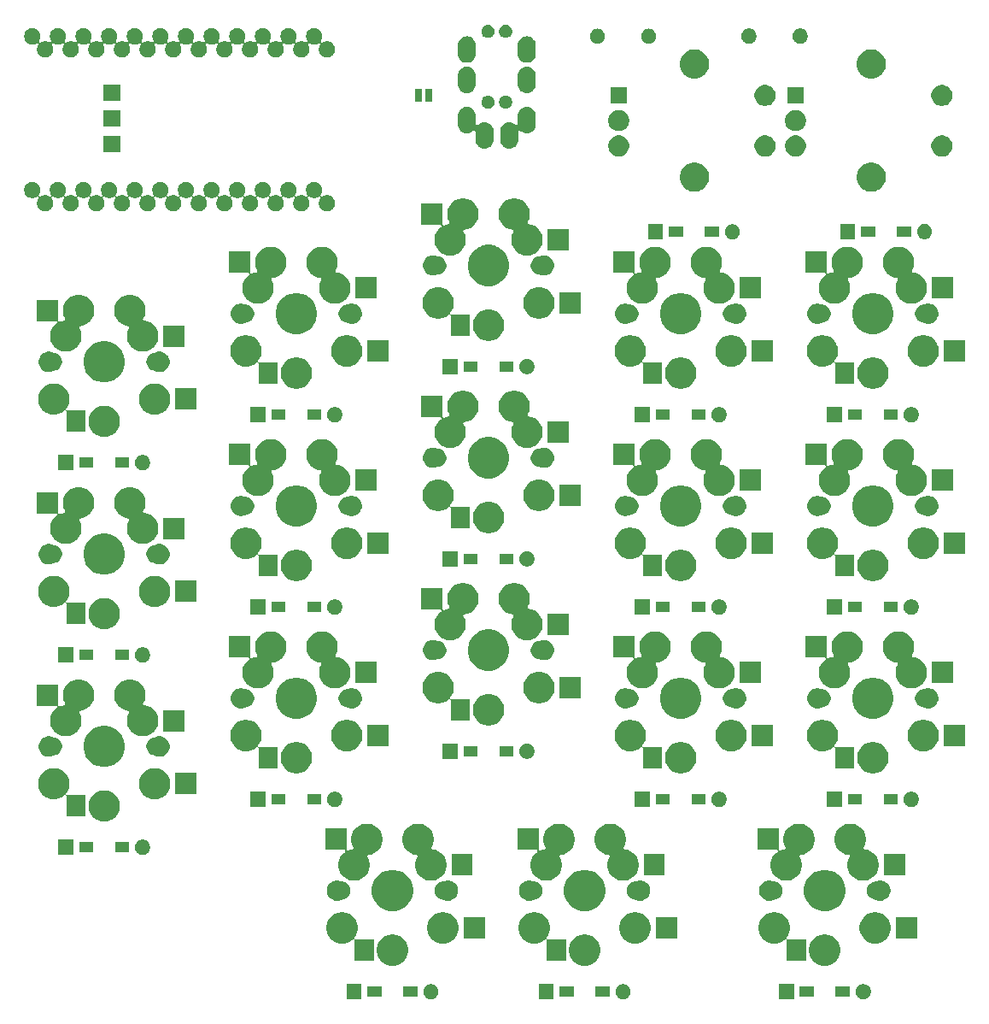
<source format=gbr>
G04 #@! TF.GenerationSoftware,KiCad,Pcbnew,(5.1.6-0-10_14)*
G04 #@! TF.CreationDate,2022-10-29T14:19:20+09:00*
G04 #@! TF.ProjectId,cool536v130,636f6f6c-3533-4367-9631-33302e6b6963,rev?*
G04 #@! TF.SameCoordinates,Original*
G04 #@! TF.FileFunction,Soldermask,Top*
G04 #@! TF.FilePolarity,Negative*
%FSLAX46Y46*%
G04 Gerber Fmt 4.6, Leading zero omitted, Abs format (unit mm)*
G04 Created by KiCad (PCBNEW (5.1.6-0-10_14)) date 2022-10-29 14:19:20*
%MOMM*%
%LPD*%
G01*
G04 APERTURE LIST*
%ADD10C,0.100000*%
G04 APERTURE END LIST*
D10*
G36*
X124892425Y-129937099D02*
G01*
X125016621Y-129961802D01*
X125153022Y-130018301D01*
X125275779Y-130100325D01*
X125380175Y-130204721D01*
X125462199Y-130327478D01*
X125518698Y-130463879D01*
X125547500Y-130608681D01*
X125547500Y-130756319D01*
X125518698Y-130901121D01*
X125462199Y-131037522D01*
X125380175Y-131160279D01*
X125275779Y-131264675D01*
X125153022Y-131346699D01*
X125016621Y-131403198D01*
X124892425Y-131427901D01*
X124871820Y-131432000D01*
X124724180Y-131432000D01*
X124703575Y-131427901D01*
X124579379Y-131403198D01*
X124442978Y-131346699D01*
X124320221Y-131264675D01*
X124215825Y-131160279D01*
X124133801Y-131037522D01*
X124077302Y-130901121D01*
X124048500Y-130756319D01*
X124048500Y-130608681D01*
X124077302Y-130463879D01*
X124133801Y-130327478D01*
X124215825Y-130204721D01*
X124320221Y-130100325D01*
X124442978Y-130018301D01*
X124579379Y-129961802D01*
X124703575Y-129937099D01*
X124724180Y-129933000D01*
X124871820Y-129933000D01*
X124892425Y-129937099D01*
G37*
G36*
X117927500Y-131432000D02*
G01*
X116428500Y-131432000D01*
X116428500Y-129933000D01*
X117927500Y-129933000D01*
X117927500Y-131432000D01*
G37*
G36*
X101079425Y-129937099D02*
G01*
X101203621Y-129961802D01*
X101340022Y-130018301D01*
X101462779Y-130100325D01*
X101567175Y-130204721D01*
X101649199Y-130327478D01*
X101705698Y-130463879D01*
X101734500Y-130608681D01*
X101734500Y-130756319D01*
X101705698Y-130901121D01*
X101649199Y-131037522D01*
X101567175Y-131160279D01*
X101462779Y-131264675D01*
X101340022Y-131346699D01*
X101203621Y-131403198D01*
X101079425Y-131427901D01*
X101058820Y-131432000D01*
X100911180Y-131432000D01*
X100890575Y-131427901D01*
X100766379Y-131403198D01*
X100629978Y-131346699D01*
X100507221Y-131264675D01*
X100402825Y-131160279D01*
X100320801Y-131037522D01*
X100264302Y-130901121D01*
X100235500Y-130756319D01*
X100235500Y-130608681D01*
X100264302Y-130463879D01*
X100320801Y-130327478D01*
X100402825Y-130204721D01*
X100507221Y-130100325D01*
X100629978Y-130018301D01*
X100766379Y-129961802D01*
X100890575Y-129937099D01*
X100911180Y-129933000D01*
X101058820Y-129933000D01*
X101079425Y-129937099D01*
G37*
G36*
X94114500Y-131432000D02*
G01*
X92615500Y-131432000D01*
X92615500Y-129933000D01*
X94114500Y-129933000D01*
X94114500Y-131432000D01*
G37*
G36*
X82029425Y-129937099D02*
G01*
X82153621Y-129961802D01*
X82290022Y-130018301D01*
X82412779Y-130100325D01*
X82517175Y-130204721D01*
X82599199Y-130327478D01*
X82655698Y-130463879D01*
X82684500Y-130608681D01*
X82684500Y-130756319D01*
X82655698Y-130901121D01*
X82599199Y-131037522D01*
X82517175Y-131160279D01*
X82412779Y-131264675D01*
X82290022Y-131346699D01*
X82153621Y-131403198D01*
X82029425Y-131427901D01*
X82008820Y-131432000D01*
X81861180Y-131432000D01*
X81840575Y-131427901D01*
X81716379Y-131403198D01*
X81579978Y-131346699D01*
X81457221Y-131264675D01*
X81352825Y-131160279D01*
X81270801Y-131037522D01*
X81214302Y-130901121D01*
X81185500Y-130756319D01*
X81185500Y-130608681D01*
X81214302Y-130463879D01*
X81270801Y-130327478D01*
X81352825Y-130204721D01*
X81457221Y-130100325D01*
X81579978Y-130018301D01*
X81716379Y-129961802D01*
X81840575Y-129937099D01*
X81861180Y-129933000D01*
X82008820Y-129933000D01*
X82029425Y-129937099D01*
G37*
G36*
X75064500Y-131432000D02*
G01*
X73565500Y-131432000D01*
X73565500Y-129933000D01*
X75064500Y-129933000D01*
X75064500Y-131432000D01*
G37*
G36*
X123464000Y-131208500D02*
G01*
X122062000Y-131208500D01*
X122062000Y-130156500D01*
X123464000Y-130156500D01*
X123464000Y-131208500D01*
G37*
G36*
X119914000Y-131208500D02*
G01*
X118512000Y-131208500D01*
X118512000Y-130156500D01*
X119914000Y-130156500D01*
X119914000Y-131208500D01*
G37*
G36*
X99651000Y-131208500D02*
G01*
X98249000Y-131208500D01*
X98249000Y-130156500D01*
X99651000Y-130156500D01*
X99651000Y-131208500D01*
G37*
G36*
X96101000Y-131208500D02*
G01*
X94699000Y-131208500D01*
X94699000Y-130156500D01*
X96101000Y-130156500D01*
X96101000Y-131208500D01*
G37*
G36*
X80601000Y-131208500D02*
G01*
X79199000Y-131208500D01*
X79199000Y-130156500D01*
X80601000Y-130156500D01*
X80601000Y-131208500D01*
G37*
G36*
X77051000Y-131208500D02*
G01*
X75649000Y-131208500D01*
X75649000Y-130156500D01*
X77051000Y-130156500D01*
X77051000Y-131208500D01*
G37*
G36*
X121290585Y-125061302D02*
G01*
X121440410Y-125091104D01*
X121722674Y-125208021D01*
X121976705Y-125377759D01*
X122192741Y-125593795D01*
X122362479Y-125847826D01*
X122479396Y-126130090D01*
X122539000Y-126429740D01*
X122539000Y-126735260D01*
X122479396Y-127034910D01*
X122362479Y-127317174D01*
X122192741Y-127571205D01*
X121976705Y-127787241D01*
X121722674Y-127956979D01*
X121440410Y-128073896D01*
X121290585Y-128103698D01*
X121140761Y-128133500D01*
X120835239Y-128133500D01*
X120685415Y-128103698D01*
X120535590Y-128073896D01*
X120253326Y-127956979D01*
X119999295Y-127787241D01*
X119783259Y-127571205D01*
X119613521Y-127317174D01*
X119496604Y-127034910D01*
X119437000Y-126735260D01*
X119437000Y-126429740D01*
X119496604Y-126130090D01*
X119613521Y-125847826D01*
X119783259Y-125593795D01*
X119999295Y-125377759D01*
X120253326Y-125208021D01*
X120535590Y-125091104D01*
X120685415Y-125061302D01*
X120835239Y-125031500D01*
X121140761Y-125031500D01*
X121290585Y-125061302D01*
G37*
G36*
X97477585Y-125061302D02*
G01*
X97627410Y-125091104D01*
X97909674Y-125208021D01*
X98163705Y-125377759D01*
X98379741Y-125593795D01*
X98549479Y-125847826D01*
X98666396Y-126130090D01*
X98726000Y-126429740D01*
X98726000Y-126735260D01*
X98666396Y-127034910D01*
X98549479Y-127317174D01*
X98379741Y-127571205D01*
X98163705Y-127787241D01*
X97909674Y-127956979D01*
X97627410Y-128073896D01*
X97477585Y-128103698D01*
X97327761Y-128133500D01*
X97022239Y-128133500D01*
X96872415Y-128103698D01*
X96722590Y-128073896D01*
X96440326Y-127956979D01*
X96186295Y-127787241D01*
X95970259Y-127571205D01*
X95800521Y-127317174D01*
X95683604Y-127034910D01*
X95624000Y-126735260D01*
X95624000Y-126429740D01*
X95683604Y-126130090D01*
X95800521Y-125847826D01*
X95970259Y-125593795D01*
X96186295Y-125377759D01*
X96440326Y-125208021D01*
X96722590Y-125091104D01*
X96872415Y-125061302D01*
X97022239Y-125031500D01*
X97327761Y-125031500D01*
X97477585Y-125061302D01*
G37*
G36*
X78427585Y-125061302D02*
G01*
X78577410Y-125091104D01*
X78859674Y-125208021D01*
X79113705Y-125377759D01*
X79329741Y-125593795D01*
X79499479Y-125847826D01*
X79616396Y-126130090D01*
X79676000Y-126429740D01*
X79676000Y-126735260D01*
X79616396Y-127034910D01*
X79499479Y-127317174D01*
X79329741Y-127571205D01*
X79113705Y-127787241D01*
X78859674Y-127956979D01*
X78577410Y-128073896D01*
X78427585Y-128103698D01*
X78277761Y-128133500D01*
X77972239Y-128133500D01*
X77822415Y-128103698D01*
X77672590Y-128073896D01*
X77390326Y-127956979D01*
X77136295Y-127787241D01*
X76920259Y-127571205D01*
X76750521Y-127317174D01*
X76633604Y-127034910D01*
X76574000Y-126735260D01*
X76574000Y-126429740D01*
X76633604Y-126130090D01*
X76750521Y-125847826D01*
X76920259Y-125593795D01*
X77136295Y-125377759D01*
X77390326Y-125208021D01*
X77672590Y-125091104D01*
X77822415Y-125061302D01*
X77972239Y-125031500D01*
X78277761Y-125031500D01*
X78427585Y-125061302D01*
G37*
G36*
X116290585Y-122861302D02*
G01*
X116440410Y-122891104D01*
X116722674Y-123008021D01*
X116976705Y-123177759D01*
X117192741Y-123393795D01*
X117362479Y-123647826D01*
X117479396Y-123930090D01*
X117539000Y-124229740D01*
X117539000Y-124535260D01*
X117479396Y-124834910D01*
X117362479Y-125117174D01*
X117215553Y-125337065D01*
X117204007Y-125358666D01*
X117196894Y-125382115D01*
X117194492Y-125406501D01*
X117196894Y-125430887D01*
X117204007Y-125454336D01*
X117215558Y-125475947D01*
X117231103Y-125494889D01*
X117250045Y-125510434D01*
X117271656Y-125521985D01*
X117295105Y-125529098D01*
X117319491Y-125531500D01*
X119139000Y-125531500D01*
X119139000Y-127633500D01*
X117237000Y-127633500D01*
X117237000Y-125628719D01*
X117234598Y-125604333D01*
X117227485Y-125580884D01*
X117215934Y-125559273D01*
X117200389Y-125540331D01*
X117181447Y-125524786D01*
X117159836Y-125513235D01*
X117136387Y-125506122D01*
X117112001Y-125503720D01*
X117087615Y-125506122D01*
X117064166Y-125513235D01*
X117042555Y-125524786D01*
X117023624Y-125540322D01*
X116976705Y-125587241D01*
X116722674Y-125756979D01*
X116440410Y-125873896D01*
X116290585Y-125903698D01*
X116140761Y-125933500D01*
X115835239Y-125933500D01*
X115685415Y-125903698D01*
X115535590Y-125873896D01*
X115253326Y-125756979D01*
X114999295Y-125587241D01*
X114783259Y-125371205D01*
X114613521Y-125117174D01*
X114496604Y-124834910D01*
X114437000Y-124535260D01*
X114437000Y-124229740D01*
X114496604Y-123930090D01*
X114613521Y-123647826D01*
X114783259Y-123393795D01*
X114999295Y-123177759D01*
X115253326Y-123008021D01*
X115535590Y-122891104D01*
X115685415Y-122861302D01*
X115835239Y-122831500D01*
X116140761Y-122831500D01*
X116290585Y-122861302D01*
G37*
G36*
X92477585Y-122861302D02*
G01*
X92627410Y-122891104D01*
X92909674Y-123008021D01*
X93163705Y-123177759D01*
X93379741Y-123393795D01*
X93549479Y-123647826D01*
X93666396Y-123930090D01*
X93726000Y-124229740D01*
X93726000Y-124535260D01*
X93666396Y-124834910D01*
X93549479Y-125117174D01*
X93402553Y-125337065D01*
X93391007Y-125358666D01*
X93383894Y-125382115D01*
X93381492Y-125406501D01*
X93383894Y-125430887D01*
X93391007Y-125454336D01*
X93402558Y-125475947D01*
X93418103Y-125494889D01*
X93437045Y-125510434D01*
X93458656Y-125521985D01*
X93482105Y-125529098D01*
X93506491Y-125531500D01*
X95326000Y-125531500D01*
X95326000Y-127633500D01*
X93424000Y-127633500D01*
X93424000Y-125628719D01*
X93421598Y-125604333D01*
X93414485Y-125580884D01*
X93402934Y-125559273D01*
X93387389Y-125540331D01*
X93368447Y-125524786D01*
X93346836Y-125513235D01*
X93323387Y-125506122D01*
X93299001Y-125503720D01*
X93274615Y-125506122D01*
X93251166Y-125513235D01*
X93229555Y-125524786D01*
X93210624Y-125540322D01*
X93163705Y-125587241D01*
X92909674Y-125756979D01*
X92627410Y-125873896D01*
X92477585Y-125903698D01*
X92327761Y-125933500D01*
X92022239Y-125933500D01*
X91872415Y-125903698D01*
X91722590Y-125873896D01*
X91440326Y-125756979D01*
X91186295Y-125587241D01*
X90970259Y-125371205D01*
X90800521Y-125117174D01*
X90683604Y-124834910D01*
X90624000Y-124535260D01*
X90624000Y-124229740D01*
X90683604Y-123930090D01*
X90800521Y-123647826D01*
X90970259Y-123393795D01*
X91186295Y-123177759D01*
X91440326Y-123008021D01*
X91722590Y-122891104D01*
X91872415Y-122861302D01*
X92022239Y-122831500D01*
X92327761Y-122831500D01*
X92477585Y-122861302D01*
G37*
G36*
X73427585Y-122861302D02*
G01*
X73577410Y-122891104D01*
X73859674Y-123008021D01*
X74113705Y-123177759D01*
X74329741Y-123393795D01*
X74499479Y-123647826D01*
X74616396Y-123930090D01*
X74676000Y-124229740D01*
X74676000Y-124535260D01*
X74616396Y-124834910D01*
X74499479Y-125117174D01*
X74352553Y-125337065D01*
X74341007Y-125358666D01*
X74333894Y-125382115D01*
X74331492Y-125406501D01*
X74333894Y-125430887D01*
X74341007Y-125454336D01*
X74352558Y-125475947D01*
X74368103Y-125494889D01*
X74387045Y-125510434D01*
X74408656Y-125521985D01*
X74432105Y-125529098D01*
X74456491Y-125531500D01*
X76276000Y-125531500D01*
X76276000Y-127633500D01*
X74374000Y-127633500D01*
X74374000Y-125628719D01*
X74371598Y-125604333D01*
X74364485Y-125580884D01*
X74352934Y-125559273D01*
X74337389Y-125540331D01*
X74318447Y-125524786D01*
X74296836Y-125513235D01*
X74273387Y-125506122D01*
X74249001Y-125503720D01*
X74224615Y-125506122D01*
X74201166Y-125513235D01*
X74179555Y-125524786D01*
X74160624Y-125540322D01*
X74113705Y-125587241D01*
X73859674Y-125756979D01*
X73577410Y-125873896D01*
X73427585Y-125903698D01*
X73277761Y-125933500D01*
X72972239Y-125933500D01*
X72822415Y-125903698D01*
X72672590Y-125873896D01*
X72390326Y-125756979D01*
X72136295Y-125587241D01*
X71920259Y-125371205D01*
X71750521Y-125117174D01*
X71633604Y-124834910D01*
X71574000Y-124535260D01*
X71574000Y-124229740D01*
X71633604Y-123930090D01*
X71750521Y-123647826D01*
X71920259Y-123393795D01*
X72136295Y-123177759D01*
X72390326Y-123008021D01*
X72672590Y-122891104D01*
X72822415Y-122861302D01*
X72972239Y-122831500D01*
X73277761Y-122831500D01*
X73427585Y-122861302D01*
G37*
G36*
X126290585Y-122861302D02*
G01*
X126440410Y-122891104D01*
X126722674Y-123008021D01*
X126976705Y-123177759D01*
X127192741Y-123393795D01*
X127362479Y-123647826D01*
X127479396Y-123930090D01*
X127539000Y-124229740D01*
X127539000Y-124535260D01*
X127479396Y-124834910D01*
X127362479Y-125117174D01*
X127192741Y-125371205D01*
X126976705Y-125587241D01*
X126722674Y-125756979D01*
X126440410Y-125873896D01*
X126290585Y-125903698D01*
X126140761Y-125933500D01*
X125835239Y-125933500D01*
X125685415Y-125903698D01*
X125535590Y-125873896D01*
X125253326Y-125756979D01*
X124999295Y-125587241D01*
X124783259Y-125371205D01*
X124613521Y-125117174D01*
X124496604Y-124834910D01*
X124437000Y-124535260D01*
X124437000Y-124229740D01*
X124496604Y-123930090D01*
X124613521Y-123647826D01*
X124783259Y-123393795D01*
X124999295Y-123177759D01*
X125253326Y-123008021D01*
X125535590Y-122891104D01*
X125685415Y-122861302D01*
X125835239Y-122831500D01*
X126140761Y-122831500D01*
X126290585Y-122861302D01*
G37*
G36*
X83427585Y-122861302D02*
G01*
X83577410Y-122891104D01*
X83859674Y-123008021D01*
X84113705Y-123177759D01*
X84329741Y-123393795D01*
X84499479Y-123647826D01*
X84616396Y-123930090D01*
X84676000Y-124229740D01*
X84676000Y-124535260D01*
X84616396Y-124834910D01*
X84499479Y-125117174D01*
X84329741Y-125371205D01*
X84113705Y-125587241D01*
X83859674Y-125756979D01*
X83577410Y-125873896D01*
X83427585Y-125903698D01*
X83277761Y-125933500D01*
X82972239Y-125933500D01*
X82822415Y-125903698D01*
X82672590Y-125873896D01*
X82390326Y-125756979D01*
X82136295Y-125587241D01*
X81920259Y-125371205D01*
X81750521Y-125117174D01*
X81633604Y-124834910D01*
X81574000Y-124535260D01*
X81574000Y-124229740D01*
X81633604Y-123930090D01*
X81750521Y-123647826D01*
X81920259Y-123393795D01*
X82136295Y-123177759D01*
X82390326Y-123008021D01*
X82672590Y-122891104D01*
X82822415Y-122861302D01*
X82972239Y-122831500D01*
X83277761Y-122831500D01*
X83427585Y-122861302D01*
G37*
G36*
X102477585Y-122861302D02*
G01*
X102627410Y-122891104D01*
X102909674Y-123008021D01*
X103163705Y-123177759D01*
X103379741Y-123393795D01*
X103549479Y-123647826D01*
X103666396Y-123930090D01*
X103726000Y-124229740D01*
X103726000Y-124535260D01*
X103666396Y-124834910D01*
X103549479Y-125117174D01*
X103379741Y-125371205D01*
X103163705Y-125587241D01*
X102909674Y-125756979D01*
X102627410Y-125873896D01*
X102477585Y-125903698D01*
X102327761Y-125933500D01*
X102022239Y-125933500D01*
X101872415Y-125903698D01*
X101722590Y-125873896D01*
X101440326Y-125756979D01*
X101186295Y-125587241D01*
X100970259Y-125371205D01*
X100800521Y-125117174D01*
X100683604Y-124834910D01*
X100624000Y-124535260D01*
X100624000Y-124229740D01*
X100683604Y-123930090D01*
X100800521Y-123647826D01*
X100970259Y-123393795D01*
X101186295Y-123177759D01*
X101440326Y-123008021D01*
X101722590Y-122891104D01*
X101872415Y-122861302D01*
X102022239Y-122831500D01*
X102327761Y-122831500D01*
X102477585Y-122861302D01*
G37*
G36*
X87276000Y-125433500D02*
G01*
X85174000Y-125433500D01*
X85174000Y-123331500D01*
X87276000Y-123331500D01*
X87276000Y-125433500D01*
G37*
G36*
X130139000Y-125433500D02*
G01*
X128037000Y-125433500D01*
X128037000Y-123331500D01*
X130139000Y-123331500D01*
X130139000Y-125433500D01*
G37*
G36*
X106326000Y-125433500D02*
G01*
X104224000Y-125433500D01*
X104224000Y-123331500D01*
X106326000Y-123331500D01*
X106326000Y-125433500D01*
G37*
G36*
X97773254Y-118710318D02*
G01*
X98146511Y-118864926D01*
X98146513Y-118864927D01*
X98482436Y-119089384D01*
X98768116Y-119375064D01*
X98980889Y-119693500D01*
X98992574Y-119710989D01*
X99147182Y-120084246D01*
X99226000Y-120480493D01*
X99226000Y-120884507D01*
X99147182Y-121280754D01*
X99017839Y-121593015D01*
X98992573Y-121654013D01*
X98768116Y-121989936D01*
X98482436Y-122275616D01*
X98146513Y-122500073D01*
X98146512Y-122500074D01*
X98146511Y-122500074D01*
X97773254Y-122654682D01*
X97377007Y-122733500D01*
X96972993Y-122733500D01*
X96576746Y-122654682D01*
X96203489Y-122500074D01*
X96203488Y-122500074D01*
X96203487Y-122500073D01*
X95867564Y-122275616D01*
X95581884Y-121989936D01*
X95357427Y-121654013D01*
X95332161Y-121593015D01*
X95202818Y-121280754D01*
X95124000Y-120884507D01*
X95124000Y-120480493D01*
X95202818Y-120084246D01*
X95357426Y-119710989D01*
X95369112Y-119693500D01*
X95581884Y-119375064D01*
X95867564Y-119089384D01*
X96203487Y-118864927D01*
X96203489Y-118864926D01*
X96576746Y-118710318D01*
X96972993Y-118631500D01*
X97377007Y-118631500D01*
X97773254Y-118710318D01*
G37*
G36*
X121586254Y-118710318D02*
G01*
X121959511Y-118864926D01*
X121959513Y-118864927D01*
X122295436Y-119089384D01*
X122581116Y-119375064D01*
X122793889Y-119693500D01*
X122805574Y-119710989D01*
X122960182Y-120084246D01*
X123039000Y-120480493D01*
X123039000Y-120884507D01*
X122960182Y-121280754D01*
X122830839Y-121593015D01*
X122805573Y-121654013D01*
X122581116Y-121989936D01*
X122295436Y-122275616D01*
X121959513Y-122500073D01*
X121959512Y-122500074D01*
X121959511Y-122500074D01*
X121586254Y-122654682D01*
X121190007Y-122733500D01*
X120785993Y-122733500D01*
X120389746Y-122654682D01*
X120016489Y-122500074D01*
X120016488Y-122500074D01*
X120016487Y-122500073D01*
X119680564Y-122275616D01*
X119394884Y-121989936D01*
X119170427Y-121654013D01*
X119145161Y-121593015D01*
X119015818Y-121280754D01*
X118937000Y-120884507D01*
X118937000Y-120480493D01*
X119015818Y-120084246D01*
X119170426Y-119710989D01*
X119182112Y-119693500D01*
X119394884Y-119375064D01*
X119680564Y-119089384D01*
X120016487Y-118864927D01*
X120016489Y-118864926D01*
X120389746Y-118710318D01*
X120785993Y-118631500D01*
X121190007Y-118631500D01*
X121586254Y-118710318D01*
G37*
G36*
X78723254Y-118710318D02*
G01*
X79096511Y-118864926D01*
X79096513Y-118864927D01*
X79432436Y-119089384D01*
X79718116Y-119375064D01*
X79930889Y-119693500D01*
X79942574Y-119710989D01*
X80097182Y-120084246D01*
X80176000Y-120480493D01*
X80176000Y-120884507D01*
X80097182Y-121280754D01*
X79967839Y-121593015D01*
X79942573Y-121654013D01*
X79718116Y-121989936D01*
X79432436Y-122275616D01*
X79096513Y-122500073D01*
X79096512Y-122500074D01*
X79096511Y-122500074D01*
X78723254Y-122654682D01*
X78327007Y-122733500D01*
X77922993Y-122733500D01*
X77526746Y-122654682D01*
X77153489Y-122500074D01*
X77153488Y-122500074D01*
X77153487Y-122500073D01*
X76817564Y-122275616D01*
X76531884Y-121989936D01*
X76307427Y-121654013D01*
X76282161Y-121593015D01*
X76152818Y-121280754D01*
X76074000Y-120884507D01*
X76074000Y-120480493D01*
X76152818Y-120084246D01*
X76307426Y-119710989D01*
X76319112Y-119693500D01*
X76531884Y-119375064D01*
X76817564Y-119089384D01*
X77153487Y-118864927D01*
X77153489Y-118864926D01*
X77526746Y-118710318D01*
X77922993Y-118631500D01*
X78327007Y-118631500D01*
X78723254Y-118710318D01*
G37*
G36*
X91833918Y-119693500D02*
G01*
X91966981Y-119719968D01*
X92087310Y-119769811D01*
X92092560Y-119771985D01*
X92116009Y-119779098D01*
X92140395Y-119781500D01*
X92183742Y-119781500D01*
X92208512Y-119786427D01*
X92357812Y-119816124D01*
X92521784Y-119884044D01*
X92669354Y-119982647D01*
X92794853Y-120108146D01*
X92893456Y-120255716D01*
X92961376Y-120419688D01*
X92996000Y-120593759D01*
X92996000Y-120771241D01*
X92961376Y-120945312D01*
X92893456Y-121109284D01*
X92794853Y-121256854D01*
X92669354Y-121382353D01*
X92521784Y-121480956D01*
X92357812Y-121548876D01*
X92208512Y-121578573D01*
X92183742Y-121583500D01*
X92140395Y-121583500D01*
X92116009Y-121585902D01*
X92092560Y-121593015D01*
X91966981Y-121645032D01*
X91870285Y-121664266D01*
X91773591Y-121683500D01*
X91576409Y-121683500D01*
X91479715Y-121664266D01*
X91383019Y-121645032D01*
X91200849Y-121569574D01*
X91036900Y-121460027D01*
X90897473Y-121320600D01*
X90787926Y-121156651D01*
X90712468Y-120974481D01*
X90674000Y-120781090D01*
X90674000Y-120583910D01*
X90712468Y-120390519D01*
X90787926Y-120208349D01*
X90897473Y-120044400D01*
X91036900Y-119904973D01*
X91200849Y-119795426D01*
X91383019Y-119719968D01*
X91516082Y-119693500D01*
X91576409Y-119681500D01*
X91773591Y-119681500D01*
X91833918Y-119693500D01*
G37*
G36*
X102833918Y-119693500D02*
G01*
X102966981Y-119719968D01*
X103149151Y-119795426D01*
X103313100Y-119904973D01*
X103452527Y-120044400D01*
X103562074Y-120208349D01*
X103637532Y-120390519D01*
X103676000Y-120583910D01*
X103676000Y-120781090D01*
X103637532Y-120974481D01*
X103562074Y-121156651D01*
X103452527Y-121320600D01*
X103313100Y-121460027D01*
X103149151Y-121569574D01*
X102966981Y-121645032D01*
X102870285Y-121664266D01*
X102773591Y-121683500D01*
X102576409Y-121683500D01*
X102479715Y-121664266D01*
X102383019Y-121645032D01*
X102257440Y-121593015D01*
X102233991Y-121585902D01*
X102209605Y-121583500D01*
X102166258Y-121583500D01*
X102141488Y-121578573D01*
X101992188Y-121548876D01*
X101828216Y-121480956D01*
X101680646Y-121382353D01*
X101555147Y-121256854D01*
X101456544Y-121109284D01*
X101388624Y-120945312D01*
X101354000Y-120771241D01*
X101354000Y-120593759D01*
X101388624Y-120419688D01*
X101456544Y-120255716D01*
X101555147Y-120108146D01*
X101680646Y-119982647D01*
X101828216Y-119884044D01*
X101992188Y-119816124D01*
X102141488Y-119786427D01*
X102166258Y-119781500D01*
X102209605Y-119781500D01*
X102233991Y-119779098D01*
X102257440Y-119771985D01*
X102262690Y-119769811D01*
X102383019Y-119719968D01*
X102516082Y-119693500D01*
X102576409Y-119681500D01*
X102773591Y-119681500D01*
X102833918Y-119693500D01*
G37*
G36*
X83783918Y-119693500D02*
G01*
X83916981Y-119719968D01*
X84099151Y-119795426D01*
X84263100Y-119904973D01*
X84402527Y-120044400D01*
X84512074Y-120208349D01*
X84587532Y-120390519D01*
X84626000Y-120583910D01*
X84626000Y-120781090D01*
X84587532Y-120974481D01*
X84512074Y-121156651D01*
X84402527Y-121320600D01*
X84263100Y-121460027D01*
X84099151Y-121569574D01*
X83916981Y-121645032D01*
X83820285Y-121664266D01*
X83723591Y-121683500D01*
X83526409Y-121683500D01*
X83429715Y-121664266D01*
X83333019Y-121645032D01*
X83207440Y-121593015D01*
X83183991Y-121585902D01*
X83159605Y-121583500D01*
X83116258Y-121583500D01*
X83091488Y-121578573D01*
X82942188Y-121548876D01*
X82778216Y-121480956D01*
X82630646Y-121382353D01*
X82505147Y-121256854D01*
X82406544Y-121109284D01*
X82338624Y-120945312D01*
X82304000Y-120771241D01*
X82304000Y-120593759D01*
X82338624Y-120419688D01*
X82406544Y-120255716D01*
X82505147Y-120108146D01*
X82630646Y-119982647D01*
X82778216Y-119884044D01*
X82942188Y-119816124D01*
X83091488Y-119786427D01*
X83116258Y-119781500D01*
X83159605Y-119781500D01*
X83183991Y-119779098D01*
X83207440Y-119771985D01*
X83212690Y-119769811D01*
X83333019Y-119719968D01*
X83466082Y-119693500D01*
X83526409Y-119681500D01*
X83723591Y-119681500D01*
X83783918Y-119693500D01*
G37*
G36*
X115646918Y-119693500D02*
G01*
X115779981Y-119719968D01*
X115900310Y-119769811D01*
X115905560Y-119771985D01*
X115929009Y-119779098D01*
X115953395Y-119781500D01*
X115996742Y-119781500D01*
X116021512Y-119786427D01*
X116170812Y-119816124D01*
X116334784Y-119884044D01*
X116482354Y-119982647D01*
X116607853Y-120108146D01*
X116706456Y-120255716D01*
X116774376Y-120419688D01*
X116809000Y-120593759D01*
X116809000Y-120771241D01*
X116774376Y-120945312D01*
X116706456Y-121109284D01*
X116607853Y-121256854D01*
X116482354Y-121382353D01*
X116334784Y-121480956D01*
X116170812Y-121548876D01*
X116021512Y-121578573D01*
X115996742Y-121583500D01*
X115953395Y-121583500D01*
X115929009Y-121585902D01*
X115905560Y-121593015D01*
X115779981Y-121645032D01*
X115683285Y-121664266D01*
X115586591Y-121683500D01*
X115389409Y-121683500D01*
X115292715Y-121664266D01*
X115196019Y-121645032D01*
X115013849Y-121569574D01*
X114849900Y-121460027D01*
X114710473Y-121320600D01*
X114600926Y-121156651D01*
X114525468Y-120974481D01*
X114487000Y-120781090D01*
X114487000Y-120583910D01*
X114525468Y-120390519D01*
X114600926Y-120208349D01*
X114710473Y-120044400D01*
X114849900Y-119904973D01*
X115013849Y-119795426D01*
X115196019Y-119719968D01*
X115329082Y-119693500D01*
X115389409Y-119681500D01*
X115586591Y-119681500D01*
X115646918Y-119693500D01*
G37*
G36*
X126646918Y-119693500D02*
G01*
X126779981Y-119719968D01*
X126962151Y-119795426D01*
X127126100Y-119904973D01*
X127265527Y-120044400D01*
X127375074Y-120208349D01*
X127450532Y-120390519D01*
X127489000Y-120583910D01*
X127489000Y-120781090D01*
X127450532Y-120974481D01*
X127375074Y-121156651D01*
X127265527Y-121320600D01*
X127126100Y-121460027D01*
X126962151Y-121569574D01*
X126779981Y-121645032D01*
X126683285Y-121664266D01*
X126586591Y-121683500D01*
X126389409Y-121683500D01*
X126292715Y-121664266D01*
X126196019Y-121645032D01*
X126070440Y-121593015D01*
X126046991Y-121585902D01*
X126022605Y-121583500D01*
X125979258Y-121583500D01*
X125954488Y-121578573D01*
X125805188Y-121548876D01*
X125641216Y-121480956D01*
X125493646Y-121382353D01*
X125368147Y-121256854D01*
X125269544Y-121109284D01*
X125201624Y-120945312D01*
X125167000Y-120771241D01*
X125167000Y-120593759D01*
X125201624Y-120419688D01*
X125269544Y-120255716D01*
X125368147Y-120108146D01*
X125493646Y-119982647D01*
X125641216Y-119884044D01*
X125805188Y-119816124D01*
X125954488Y-119786427D01*
X125979258Y-119781500D01*
X126022605Y-119781500D01*
X126046991Y-119779098D01*
X126070440Y-119771985D01*
X126075690Y-119769811D01*
X126196019Y-119719968D01*
X126329082Y-119693500D01*
X126389409Y-119681500D01*
X126586591Y-119681500D01*
X126646918Y-119693500D01*
G37*
G36*
X72783918Y-119693500D02*
G01*
X72916981Y-119719968D01*
X73037310Y-119769811D01*
X73042560Y-119771985D01*
X73066009Y-119779098D01*
X73090395Y-119781500D01*
X73133742Y-119781500D01*
X73158512Y-119786427D01*
X73307812Y-119816124D01*
X73471784Y-119884044D01*
X73619354Y-119982647D01*
X73744853Y-120108146D01*
X73843456Y-120255716D01*
X73911376Y-120419688D01*
X73946000Y-120593759D01*
X73946000Y-120771241D01*
X73911376Y-120945312D01*
X73843456Y-121109284D01*
X73744853Y-121256854D01*
X73619354Y-121382353D01*
X73471784Y-121480956D01*
X73307812Y-121548876D01*
X73158512Y-121578573D01*
X73133742Y-121583500D01*
X73090395Y-121583500D01*
X73066009Y-121585902D01*
X73042560Y-121593015D01*
X72916981Y-121645032D01*
X72820285Y-121664266D01*
X72723591Y-121683500D01*
X72526409Y-121683500D01*
X72429715Y-121664266D01*
X72333019Y-121645032D01*
X72150849Y-121569574D01*
X71986900Y-121460027D01*
X71847473Y-121320600D01*
X71737926Y-121156651D01*
X71662468Y-120974481D01*
X71624000Y-120781090D01*
X71624000Y-120583910D01*
X71662468Y-120390519D01*
X71737926Y-120208349D01*
X71847473Y-120044400D01*
X71986900Y-119904973D01*
X72150849Y-119795426D01*
X72333019Y-119719968D01*
X72466082Y-119693500D01*
X72526409Y-119681500D01*
X72723591Y-119681500D01*
X72783918Y-119693500D01*
G37*
G36*
X123830585Y-114081302D02*
G01*
X123980410Y-114111104D01*
X124262674Y-114228021D01*
X124516705Y-114397759D01*
X124732741Y-114613795D01*
X124902479Y-114867826D01*
X125019396Y-115150090D01*
X125079000Y-115449740D01*
X125079000Y-115755260D01*
X125019396Y-116054910D01*
X124902479Y-116337174D01*
X124862070Y-116397651D01*
X124850525Y-116419249D01*
X124843412Y-116442698D01*
X124841010Y-116467084D01*
X124843412Y-116491471D01*
X124850525Y-116514920D01*
X124862076Y-116536530D01*
X124877621Y-116555472D01*
X124896563Y-116571018D01*
X124918173Y-116582569D01*
X124941623Y-116589682D01*
X125147199Y-116630574D01*
X125250410Y-116651104D01*
X125532674Y-116768021D01*
X125786705Y-116937759D01*
X126002741Y-117153795D01*
X126172479Y-117407826D01*
X126289396Y-117690090D01*
X126349000Y-117989740D01*
X126349000Y-118295260D01*
X126289396Y-118594910D01*
X126172479Y-118877174D01*
X126002741Y-119131205D01*
X125786705Y-119347241D01*
X125532674Y-119516979D01*
X125250410Y-119633896D01*
X125100585Y-119663698D01*
X124950761Y-119693500D01*
X124645239Y-119693500D01*
X124495415Y-119663698D01*
X124345590Y-119633896D01*
X124063326Y-119516979D01*
X123809295Y-119347241D01*
X123593259Y-119131205D01*
X123423521Y-118877174D01*
X123306604Y-118594910D01*
X123247000Y-118295260D01*
X123247000Y-117989740D01*
X123306604Y-117690090D01*
X123423521Y-117407826D01*
X123463930Y-117347349D01*
X123475475Y-117325751D01*
X123482588Y-117302302D01*
X123484990Y-117277916D01*
X123482588Y-117253529D01*
X123475475Y-117230080D01*
X123463924Y-117208470D01*
X123448379Y-117189528D01*
X123429437Y-117173982D01*
X123407827Y-117162431D01*
X123384377Y-117155318D01*
X123158662Y-117110420D01*
X123075590Y-117093896D01*
X122793326Y-116976979D01*
X122539295Y-116807241D01*
X122323259Y-116591205D01*
X122153521Y-116337174D01*
X122036604Y-116054910D01*
X121977000Y-115755260D01*
X121977000Y-115449740D01*
X122036604Y-115150090D01*
X122153521Y-114867826D01*
X122323259Y-114613795D01*
X122539295Y-114397759D01*
X122793326Y-114228021D01*
X123075590Y-114111104D01*
X123225415Y-114081302D01*
X123375239Y-114051500D01*
X123680761Y-114051500D01*
X123830585Y-114081302D01*
G37*
G36*
X118750585Y-114081302D02*
G01*
X118900410Y-114111104D01*
X119182674Y-114228021D01*
X119436705Y-114397759D01*
X119652741Y-114613795D01*
X119822479Y-114867826D01*
X119939396Y-115150090D01*
X119999000Y-115449740D01*
X119999000Y-115755260D01*
X119939396Y-116054910D01*
X119822479Y-116337174D01*
X119652741Y-116591205D01*
X119436705Y-116807241D01*
X119182674Y-116976979D01*
X118900410Y-117093896D01*
X118817338Y-117110420D01*
X118591623Y-117155318D01*
X118568174Y-117162431D01*
X118546563Y-117173982D01*
X118527621Y-117189528D01*
X118512076Y-117208469D01*
X118500525Y-117230080D01*
X118493412Y-117253529D01*
X118491010Y-117277915D01*
X118493412Y-117302301D01*
X118500525Y-117325750D01*
X118512070Y-117347349D01*
X118552479Y-117407826D01*
X118669396Y-117690090D01*
X118729000Y-117989740D01*
X118729000Y-118295260D01*
X118669396Y-118594910D01*
X118552479Y-118877174D01*
X118382741Y-119131205D01*
X118166705Y-119347241D01*
X117912674Y-119516979D01*
X117630410Y-119633896D01*
X117480585Y-119663698D01*
X117330761Y-119693500D01*
X117025239Y-119693500D01*
X116875415Y-119663698D01*
X116725590Y-119633896D01*
X116443326Y-119516979D01*
X116189295Y-119347241D01*
X115973259Y-119131205D01*
X115803521Y-118877174D01*
X115686604Y-118594910D01*
X115627000Y-118295260D01*
X115627000Y-117989740D01*
X115686604Y-117690090D01*
X115803521Y-117407826D01*
X115973259Y-117153795D01*
X116189295Y-116937759D01*
X116272110Y-116882424D01*
X116291042Y-116866887D01*
X116306587Y-116847945D01*
X116318138Y-116826334D01*
X116325251Y-116802885D01*
X116327653Y-116778499D01*
X116325251Y-116754113D01*
X116318138Y-116730664D01*
X116306587Y-116709053D01*
X116291042Y-116690111D01*
X116272100Y-116674566D01*
X116250489Y-116663015D01*
X116227040Y-116655902D01*
X116202654Y-116653500D01*
X114337000Y-116653500D01*
X114337000Y-114551500D01*
X116439000Y-114551500D01*
X116439000Y-116582739D01*
X116441402Y-116607125D01*
X116448515Y-116630574D01*
X116460066Y-116652185D01*
X116475611Y-116671127D01*
X116494553Y-116686672D01*
X116516164Y-116698223D01*
X116539613Y-116705336D01*
X116563999Y-116707738D01*
X116588385Y-116705336D01*
X116611834Y-116698223D01*
X116725590Y-116651104D01*
X117034377Y-116589682D01*
X117057826Y-116582569D01*
X117079437Y-116571018D01*
X117098379Y-116555472D01*
X117113924Y-116536531D01*
X117125475Y-116514920D01*
X117132588Y-116491471D01*
X117134990Y-116467085D01*
X117132588Y-116442699D01*
X117125475Y-116419250D01*
X117113930Y-116397651D01*
X117073521Y-116337174D01*
X116956604Y-116054910D01*
X116897000Y-115755260D01*
X116897000Y-115449740D01*
X116956604Y-115150090D01*
X117073521Y-114867826D01*
X117243259Y-114613795D01*
X117459295Y-114397759D01*
X117713326Y-114228021D01*
X117995590Y-114111104D01*
X118145415Y-114081302D01*
X118295239Y-114051500D01*
X118600761Y-114051500D01*
X118750585Y-114081302D01*
G37*
G36*
X94937585Y-114081302D02*
G01*
X95087410Y-114111104D01*
X95369674Y-114228021D01*
X95623705Y-114397759D01*
X95839741Y-114613795D01*
X96009479Y-114867826D01*
X96126396Y-115150090D01*
X96186000Y-115449740D01*
X96186000Y-115755260D01*
X96126396Y-116054910D01*
X96009479Y-116337174D01*
X95839741Y-116591205D01*
X95623705Y-116807241D01*
X95369674Y-116976979D01*
X95087410Y-117093896D01*
X95004338Y-117110420D01*
X94778623Y-117155318D01*
X94755174Y-117162431D01*
X94733563Y-117173982D01*
X94714621Y-117189528D01*
X94699076Y-117208469D01*
X94687525Y-117230080D01*
X94680412Y-117253529D01*
X94678010Y-117277915D01*
X94680412Y-117302301D01*
X94687525Y-117325750D01*
X94699070Y-117347349D01*
X94739479Y-117407826D01*
X94856396Y-117690090D01*
X94916000Y-117989740D01*
X94916000Y-118295260D01*
X94856396Y-118594910D01*
X94739479Y-118877174D01*
X94569741Y-119131205D01*
X94353705Y-119347241D01*
X94099674Y-119516979D01*
X93817410Y-119633896D01*
X93667585Y-119663698D01*
X93517761Y-119693500D01*
X93212239Y-119693500D01*
X93062415Y-119663698D01*
X92912590Y-119633896D01*
X92630326Y-119516979D01*
X92376295Y-119347241D01*
X92160259Y-119131205D01*
X91990521Y-118877174D01*
X91873604Y-118594910D01*
X91814000Y-118295260D01*
X91814000Y-117989740D01*
X91873604Y-117690090D01*
X91990521Y-117407826D01*
X92160259Y-117153795D01*
X92376295Y-116937759D01*
X92459110Y-116882424D01*
X92478042Y-116866887D01*
X92493587Y-116847945D01*
X92505138Y-116826334D01*
X92512251Y-116802885D01*
X92514653Y-116778499D01*
X92512251Y-116754113D01*
X92505138Y-116730664D01*
X92493587Y-116709053D01*
X92478042Y-116690111D01*
X92459100Y-116674566D01*
X92437489Y-116663015D01*
X92414040Y-116655902D01*
X92389654Y-116653500D01*
X90524000Y-116653500D01*
X90524000Y-114551500D01*
X92626000Y-114551500D01*
X92626000Y-116582739D01*
X92628402Y-116607125D01*
X92635515Y-116630574D01*
X92647066Y-116652185D01*
X92662611Y-116671127D01*
X92681553Y-116686672D01*
X92703164Y-116698223D01*
X92726613Y-116705336D01*
X92750999Y-116707738D01*
X92775385Y-116705336D01*
X92798834Y-116698223D01*
X92912590Y-116651104D01*
X93221377Y-116589682D01*
X93244826Y-116582569D01*
X93266437Y-116571018D01*
X93285379Y-116555472D01*
X93300924Y-116536531D01*
X93312475Y-116514920D01*
X93319588Y-116491471D01*
X93321990Y-116467085D01*
X93319588Y-116442699D01*
X93312475Y-116419250D01*
X93300930Y-116397651D01*
X93260521Y-116337174D01*
X93143604Y-116054910D01*
X93084000Y-115755260D01*
X93084000Y-115449740D01*
X93143604Y-115150090D01*
X93260521Y-114867826D01*
X93430259Y-114613795D01*
X93646295Y-114397759D01*
X93900326Y-114228021D01*
X94182590Y-114111104D01*
X94332415Y-114081302D01*
X94482239Y-114051500D01*
X94787761Y-114051500D01*
X94937585Y-114081302D01*
G37*
G36*
X80967585Y-114081302D02*
G01*
X81117410Y-114111104D01*
X81399674Y-114228021D01*
X81653705Y-114397759D01*
X81869741Y-114613795D01*
X82039479Y-114867826D01*
X82156396Y-115150090D01*
X82216000Y-115449740D01*
X82216000Y-115755260D01*
X82156396Y-116054910D01*
X82039479Y-116337174D01*
X81999070Y-116397651D01*
X81987525Y-116419249D01*
X81980412Y-116442698D01*
X81978010Y-116467084D01*
X81980412Y-116491471D01*
X81987525Y-116514920D01*
X81999076Y-116536530D01*
X82014621Y-116555472D01*
X82033563Y-116571018D01*
X82055173Y-116582569D01*
X82078623Y-116589682D01*
X82284199Y-116630574D01*
X82387410Y-116651104D01*
X82669674Y-116768021D01*
X82923705Y-116937759D01*
X83139741Y-117153795D01*
X83309479Y-117407826D01*
X83426396Y-117690090D01*
X83486000Y-117989740D01*
X83486000Y-118295260D01*
X83426396Y-118594910D01*
X83309479Y-118877174D01*
X83139741Y-119131205D01*
X82923705Y-119347241D01*
X82669674Y-119516979D01*
X82387410Y-119633896D01*
X82237585Y-119663698D01*
X82087761Y-119693500D01*
X81782239Y-119693500D01*
X81632415Y-119663698D01*
X81482590Y-119633896D01*
X81200326Y-119516979D01*
X80946295Y-119347241D01*
X80730259Y-119131205D01*
X80560521Y-118877174D01*
X80443604Y-118594910D01*
X80384000Y-118295260D01*
X80384000Y-117989740D01*
X80443604Y-117690090D01*
X80560521Y-117407826D01*
X80600930Y-117347349D01*
X80612475Y-117325751D01*
X80619588Y-117302302D01*
X80621990Y-117277916D01*
X80619588Y-117253529D01*
X80612475Y-117230080D01*
X80600924Y-117208470D01*
X80585379Y-117189528D01*
X80566437Y-117173982D01*
X80544827Y-117162431D01*
X80521377Y-117155318D01*
X80295662Y-117110420D01*
X80212590Y-117093896D01*
X79930326Y-116976979D01*
X79676295Y-116807241D01*
X79460259Y-116591205D01*
X79290521Y-116337174D01*
X79173604Y-116054910D01*
X79114000Y-115755260D01*
X79114000Y-115449740D01*
X79173604Y-115150090D01*
X79290521Y-114867826D01*
X79460259Y-114613795D01*
X79676295Y-114397759D01*
X79930326Y-114228021D01*
X80212590Y-114111104D01*
X80362415Y-114081302D01*
X80512239Y-114051500D01*
X80817761Y-114051500D01*
X80967585Y-114081302D01*
G37*
G36*
X75887585Y-114081302D02*
G01*
X76037410Y-114111104D01*
X76319674Y-114228021D01*
X76573705Y-114397759D01*
X76789741Y-114613795D01*
X76959479Y-114867826D01*
X77076396Y-115150090D01*
X77136000Y-115449740D01*
X77136000Y-115755260D01*
X77076396Y-116054910D01*
X76959479Y-116337174D01*
X76789741Y-116591205D01*
X76573705Y-116807241D01*
X76319674Y-116976979D01*
X76037410Y-117093896D01*
X75954338Y-117110420D01*
X75728623Y-117155318D01*
X75705174Y-117162431D01*
X75683563Y-117173982D01*
X75664621Y-117189528D01*
X75649076Y-117208469D01*
X75637525Y-117230080D01*
X75630412Y-117253529D01*
X75628010Y-117277915D01*
X75630412Y-117302301D01*
X75637525Y-117325750D01*
X75649070Y-117347349D01*
X75689479Y-117407826D01*
X75806396Y-117690090D01*
X75866000Y-117989740D01*
X75866000Y-118295260D01*
X75806396Y-118594910D01*
X75689479Y-118877174D01*
X75519741Y-119131205D01*
X75303705Y-119347241D01*
X75049674Y-119516979D01*
X74767410Y-119633896D01*
X74617585Y-119663698D01*
X74467761Y-119693500D01*
X74162239Y-119693500D01*
X74012415Y-119663698D01*
X73862590Y-119633896D01*
X73580326Y-119516979D01*
X73326295Y-119347241D01*
X73110259Y-119131205D01*
X72940521Y-118877174D01*
X72823604Y-118594910D01*
X72764000Y-118295260D01*
X72764000Y-117989740D01*
X72823604Y-117690090D01*
X72940521Y-117407826D01*
X73110259Y-117153795D01*
X73326295Y-116937759D01*
X73409110Y-116882424D01*
X73428042Y-116866887D01*
X73443587Y-116847945D01*
X73455138Y-116826334D01*
X73462251Y-116802885D01*
X73464653Y-116778499D01*
X73462251Y-116754113D01*
X73455138Y-116730664D01*
X73443587Y-116709053D01*
X73428042Y-116690111D01*
X73409100Y-116674566D01*
X73387489Y-116663015D01*
X73364040Y-116655902D01*
X73339654Y-116653500D01*
X71474000Y-116653500D01*
X71474000Y-114551500D01*
X73576000Y-114551500D01*
X73576000Y-116582739D01*
X73578402Y-116607125D01*
X73585515Y-116630574D01*
X73597066Y-116652185D01*
X73612611Y-116671127D01*
X73631553Y-116686672D01*
X73653164Y-116698223D01*
X73676613Y-116705336D01*
X73700999Y-116707738D01*
X73725385Y-116705336D01*
X73748834Y-116698223D01*
X73862590Y-116651104D01*
X74171377Y-116589682D01*
X74194826Y-116582569D01*
X74216437Y-116571018D01*
X74235379Y-116555472D01*
X74250924Y-116536531D01*
X74262475Y-116514920D01*
X74269588Y-116491471D01*
X74271990Y-116467085D01*
X74269588Y-116442699D01*
X74262475Y-116419250D01*
X74250930Y-116397651D01*
X74210521Y-116337174D01*
X74093604Y-116054910D01*
X74034000Y-115755260D01*
X74034000Y-115449740D01*
X74093604Y-115150090D01*
X74210521Y-114867826D01*
X74380259Y-114613795D01*
X74596295Y-114397759D01*
X74850326Y-114228021D01*
X75132590Y-114111104D01*
X75282415Y-114081302D01*
X75432239Y-114051500D01*
X75737761Y-114051500D01*
X75887585Y-114081302D01*
G37*
G36*
X100017585Y-114081302D02*
G01*
X100167410Y-114111104D01*
X100449674Y-114228021D01*
X100703705Y-114397759D01*
X100919741Y-114613795D01*
X101089479Y-114867826D01*
X101206396Y-115150090D01*
X101266000Y-115449740D01*
X101266000Y-115755260D01*
X101206396Y-116054910D01*
X101089479Y-116337174D01*
X101049070Y-116397651D01*
X101037525Y-116419249D01*
X101030412Y-116442698D01*
X101028010Y-116467084D01*
X101030412Y-116491471D01*
X101037525Y-116514920D01*
X101049076Y-116536530D01*
X101064621Y-116555472D01*
X101083563Y-116571018D01*
X101105173Y-116582569D01*
X101128623Y-116589682D01*
X101334199Y-116630574D01*
X101437410Y-116651104D01*
X101719674Y-116768021D01*
X101973705Y-116937759D01*
X102189741Y-117153795D01*
X102359479Y-117407826D01*
X102476396Y-117690090D01*
X102536000Y-117989740D01*
X102536000Y-118295260D01*
X102476396Y-118594910D01*
X102359479Y-118877174D01*
X102189741Y-119131205D01*
X101973705Y-119347241D01*
X101719674Y-119516979D01*
X101437410Y-119633896D01*
X101287585Y-119663698D01*
X101137761Y-119693500D01*
X100832239Y-119693500D01*
X100682415Y-119663698D01*
X100532590Y-119633896D01*
X100250326Y-119516979D01*
X99996295Y-119347241D01*
X99780259Y-119131205D01*
X99610521Y-118877174D01*
X99493604Y-118594910D01*
X99434000Y-118295260D01*
X99434000Y-117989740D01*
X99493604Y-117690090D01*
X99610521Y-117407826D01*
X99650930Y-117347349D01*
X99662475Y-117325751D01*
X99669588Y-117302302D01*
X99671990Y-117277916D01*
X99669588Y-117253529D01*
X99662475Y-117230080D01*
X99650924Y-117208470D01*
X99635379Y-117189528D01*
X99616437Y-117173982D01*
X99594827Y-117162431D01*
X99571377Y-117155318D01*
X99345662Y-117110420D01*
X99262590Y-117093896D01*
X98980326Y-116976979D01*
X98726295Y-116807241D01*
X98510259Y-116591205D01*
X98340521Y-116337174D01*
X98223604Y-116054910D01*
X98164000Y-115755260D01*
X98164000Y-115449740D01*
X98223604Y-115150090D01*
X98340521Y-114867826D01*
X98510259Y-114613795D01*
X98726295Y-114397759D01*
X98980326Y-114228021D01*
X99262590Y-114111104D01*
X99412415Y-114081302D01*
X99562239Y-114051500D01*
X99867761Y-114051500D01*
X100017585Y-114081302D01*
G37*
G36*
X105126000Y-119193500D02*
G01*
X103024000Y-119193500D01*
X103024000Y-117091500D01*
X105126000Y-117091500D01*
X105126000Y-119193500D01*
G37*
G36*
X86076000Y-119193500D02*
G01*
X83974000Y-119193500D01*
X83974000Y-117091500D01*
X86076000Y-117091500D01*
X86076000Y-119193500D01*
G37*
G36*
X128939000Y-119193500D02*
G01*
X126837000Y-119193500D01*
X126837000Y-117091500D01*
X128939000Y-117091500D01*
X128939000Y-119193500D01*
G37*
G36*
X46489500Y-117144500D02*
G01*
X44990500Y-117144500D01*
X44990500Y-115645500D01*
X46489500Y-115645500D01*
X46489500Y-117144500D01*
G37*
G36*
X53454425Y-115649599D02*
G01*
X53578621Y-115674302D01*
X53715022Y-115730801D01*
X53837779Y-115812825D01*
X53942175Y-115917221D01*
X54024199Y-116039978D01*
X54080698Y-116176379D01*
X54109500Y-116321181D01*
X54109500Y-116468819D01*
X54080698Y-116613621D01*
X54024199Y-116750022D01*
X53942175Y-116872779D01*
X53837779Y-116977175D01*
X53715022Y-117059199D01*
X53578621Y-117115698D01*
X53454425Y-117140401D01*
X53433820Y-117144500D01*
X53286180Y-117144500D01*
X53265575Y-117140401D01*
X53141379Y-117115698D01*
X53004978Y-117059199D01*
X52882221Y-116977175D01*
X52777825Y-116872779D01*
X52695801Y-116750022D01*
X52639302Y-116613621D01*
X52610500Y-116468819D01*
X52610500Y-116321181D01*
X52639302Y-116176379D01*
X52695801Y-116039978D01*
X52777825Y-115917221D01*
X52882221Y-115812825D01*
X53004978Y-115730801D01*
X53141379Y-115674302D01*
X53265575Y-115649599D01*
X53286180Y-115645500D01*
X53433820Y-115645500D01*
X53454425Y-115649599D01*
G37*
G36*
X48476000Y-116921000D02*
G01*
X47074000Y-116921000D01*
X47074000Y-115869000D01*
X48476000Y-115869000D01*
X48476000Y-116921000D01*
G37*
G36*
X52026000Y-116921000D02*
G01*
X50624000Y-116921000D01*
X50624000Y-115869000D01*
X52026000Y-115869000D01*
X52026000Y-116921000D01*
G37*
G36*
X49852585Y-110773802D02*
G01*
X50002410Y-110803604D01*
X50284674Y-110920521D01*
X50538705Y-111090259D01*
X50754741Y-111306295D01*
X50924479Y-111560326D01*
X51041396Y-111842590D01*
X51101000Y-112142240D01*
X51101000Y-112447760D01*
X51041396Y-112747410D01*
X50924479Y-113029674D01*
X50754741Y-113283705D01*
X50538705Y-113499741D01*
X50284674Y-113669479D01*
X50002410Y-113786396D01*
X49852585Y-113816198D01*
X49702761Y-113846000D01*
X49397239Y-113846000D01*
X49247415Y-113816198D01*
X49097590Y-113786396D01*
X48815326Y-113669479D01*
X48561295Y-113499741D01*
X48345259Y-113283705D01*
X48175521Y-113029674D01*
X48058604Y-112747410D01*
X47999000Y-112447760D01*
X47999000Y-112142240D01*
X48058604Y-111842590D01*
X48175521Y-111560326D01*
X48345259Y-111306295D01*
X48561295Y-111090259D01*
X48815326Y-110920521D01*
X49097590Y-110803604D01*
X49247415Y-110773802D01*
X49397239Y-110744000D01*
X49702761Y-110744000D01*
X49852585Y-110773802D01*
G37*
G36*
X44852585Y-108573802D02*
G01*
X45002410Y-108603604D01*
X45284674Y-108720521D01*
X45538705Y-108890259D01*
X45754741Y-109106295D01*
X45924479Y-109360326D01*
X46041396Y-109642590D01*
X46101000Y-109942240D01*
X46101000Y-110247760D01*
X46041396Y-110547410D01*
X45924479Y-110829674D01*
X45777553Y-111049565D01*
X45766007Y-111071166D01*
X45758894Y-111094615D01*
X45756492Y-111119001D01*
X45758894Y-111143387D01*
X45766007Y-111166836D01*
X45777558Y-111188447D01*
X45793103Y-111207389D01*
X45812045Y-111222934D01*
X45833656Y-111234485D01*
X45857105Y-111241598D01*
X45881491Y-111244000D01*
X47701000Y-111244000D01*
X47701000Y-113346000D01*
X45799000Y-113346000D01*
X45799000Y-111341219D01*
X45796598Y-111316833D01*
X45789485Y-111293384D01*
X45777934Y-111271773D01*
X45762389Y-111252831D01*
X45743447Y-111237286D01*
X45721836Y-111225735D01*
X45698387Y-111218622D01*
X45674001Y-111216220D01*
X45649615Y-111218622D01*
X45626166Y-111225735D01*
X45604555Y-111237286D01*
X45585624Y-111252822D01*
X45538705Y-111299741D01*
X45284674Y-111469479D01*
X45002410Y-111586396D01*
X44852585Y-111616198D01*
X44702761Y-111646000D01*
X44397239Y-111646000D01*
X44247415Y-111616198D01*
X44097590Y-111586396D01*
X43815326Y-111469479D01*
X43561295Y-111299741D01*
X43345259Y-111083705D01*
X43175521Y-110829674D01*
X43058604Y-110547410D01*
X42999000Y-110247760D01*
X42999000Y-109942240D01*
X43058604Y-109642590D01*
X43175521Y-109360326D01*
X43345259Y-109106295D01*
X43561295Y-108890259D01*
X43815326Y-108720521D01*
X44097590Y-108603604D01*
X44247415Y-108573802D01*
X44397239Y-108544000D01*
X44702761Y-108544000D01*
X44852585Y-108573802D01*
G37*
G36*
X65539500Y-112382000D02*
G01*
X64040500Y-112382000D01*
X64040500Y-110883000D01*
X65539500Y-110883000D01*
X65539500Y-112382000D01*
G37*
G36*
X129654425Y-110887099D02*
G01*
X129778621Y-110911802D01*
X129915022Y-110968301D01*
X130037779Y-111050325D01*
X130142175Y-111154721D01*
X130224199Y-111277478D01*
X130280698Y-111413879D01*
X130309500Y-111558681D01*
X130309500Y-111706319D01*
X130280698Y-111851121D01*
X130224199Y-111987522D01*
X130142175Y-112110279D01*
X130037779Y-112214675D01*
X129915022Y-112296699D01*
X129778621Y-112353198D01*
X129654425Y-112377901D01*
X129633820Y-112382000D01*
X129486180Y-112382000D01*
X129465575Y-112377901D01*
X129341379Y-112353198D01*
X129204978Y-112296699D01*
X129082221Y-112214675D01*
X128977825Y-112110279D01*
X128895801Y-111987522D01*
X128839302Y-111851121D01*
X128810500Y-111706319D01*
X128810500Y-111558681D01*
X128839302Y-111413879D01*
X128895801Y-111277478D01*
X128977825Y-111154721D01*
X129082221Y-111050325D01*
X129204978Y-110968301D01*
X129341379Y-110911802D01*
X129465575Y-110887099D01*
X129486180Y-110883000D01*
X129633820Y-110883000D01*
X129654425Y-110887099D01*
G37*
G36*
X122689500Y-112382000D02*
G01*
X121190500Y-112382000D01*
X121190500Y-110883000D01*
X122689500Y-110883000D01*
X122689500Y-112382000D01*
G37*
G36*
X110604425Y-110887099D02*
G01*
X110728621Y-110911802D01*
X110865022Y-110968301D01*
X110987779Y-111050325D01*
X111092175Y-111154721D01*
X111174199Y-111277478D01*
X111230698Y-111413879D01*
X111259500Y-111558681D01*
X111259500Y-111706319D01*
X111230698Y-111851121D01*
X111174199Y-111987522D01*
X111092175Y-112110279D01*
X110987779Y-112214675D01*
X110865022Y-112296699D01*
X110728621Y-112353198D01*
X110604425Y-112377901D01*
X110583820Y-112382000D01*
X110436180Y-112382000D01*
X110415575Y-112377901D01*
X110291379Y-112353198D01*
X110154978Y-112296699D01*
X110032221Y-112214675D01*
X109927825Y-112110279D01*
X109845801Y-111987522D01*
X109789302Y-111851121D01*
X109760500Y-111706319D01*
X109760500Y-111558681D01*
X109789302Y-111413879D01*
X109845801Y-111277478D01*
X109927825Y-111154721D01*
X110032221Y-111050325D01*
X110154978Y-110968301D01*
X110291379Y-110911802D01*
X110415575Y-110887099D01*
X110436180Y-110883000D01*
X110583820Y-110883000D01*
X110604425Y-110887099D01*
G37*
G36*
X103639500Y-112382000D02*
G01*
X102140500Y-112382000D01*
X102140500Y-110883000D01*
X103639500Y-110883000D01*
X103639500Y-112382000D01*
G37*
G36*
X72504425Y-110887099D02*
G01*
X72628621Y-110911802D01*
X72765022Y-110968301D01*
X72887779Y-111050325D01*
X72992175Y-111154721D01*
X73074199Y-111277478D01*
X73130698Y-111413879D01*
X73159500Y-111558681D01*
X73159500Y-111706319D01*
X73130698Y-111851121D01*
X73074199Y-111987522D01*
X72992175Y-112110279D01*
X72887779Y-112214675D01*
X72765022Y-112296699D01*
X72628621Y-112353198D01*
X72504425Y-112377901D01*
X72483820Y-112382000D01*
X72336180Y-112382000D01*
X72315575Y-112377901D01*
X72191379Y-112353198D01*
X72054978Y-112296699D01*
X71932221Y-112214675D01*
X71827825Y-112110279D01*
X71745801Y-111987522D01*
X71689302Y-111851121D01*
X71660500Y-111706319D01*
X71660500Y-111558681D01*
X71689302Y-111413879D01*
X71745801Y-111277478D01*
X71827825Y-111154721D01*
X71932221Y-111050325D01*
X72054978Y-110968301D01*
X72191379Y-110911802D01*
X72315575Y-110887099D01*
X72336180Y-110883000D01*
X72483820Y-110883000D01*
X72504425Y-110887099D01*
G37*
G36*
X67526000Y-112158500D02*
G01*
X66124000Y-112158500D01*
X66124000Y-111106500D01*
X67526000Y-111106500D01*
X67526000Y-112158500D01*
G37*
G36*
X124676000Y-112158500D02*
G01*
X123274000Y-112158500D01*
X123274000Y-111106500D01*
X124676000Y-111106500D01*
X124676000Y-112158500D01*
G37*
G36*
X128226000Y-112158500D02*
G01*
X126824000Y-112158500D01*
X126824000Y-111106500D01*
X128226000Y-111106500D01*
X128226000Y-112158500D01*
G37*
G36*
X71076000Y-112158500D02*
G01*
X69674000Y-112158500D01*
X69674000Y-111106500D01*
X71076000Y-111106500D01*
X71076000Y-112158500D01*
G37*
G36*
X109176000Y-112158500D02*
G01*
X107774000Y-112158500D01*
X107774000Y-111106500D01*
X109176000Y-111106500D01*
X109176000Y-112158500D01*
G37*
G36*
X105626000Y-112158500D02*
G01*
X104224000Y-112158500D01*
X104224000Y-111106500D01*
X105626000Y-111106500D01*
X105626000Y-112158500D01*
G37*
G36*
X54852585Y-108573802D02*
G01*
X55002410Y-108603604D01*
X55284674Y-108720521D01*
X55538705Y-108890259D01*
X55754741Y-109106295D01*
X55924479Y-109360326D01*
X56041396Y-109642590D01*
X56101000Y-109942240D01*
X56101000Y-110247760D01*
X56041396Y-110547410D01*
X55924479Y-110829674D01*
X55754741Y-111083705D01*
X55538705Y-111299741D01*
X55284674Y-111469479D01*
X55002410Y-111586396D01*
X54852585Y-111616198D01*
X54702761Y-111646000D01*
X54397239Y-111646000D01*
X54247415Y-111616198D01*
X54097590Y-111586396D01*
X53815326Y-111469479D01*
X53561295Y-111299741D01*
X53345259Y-111083705D01*
X53175521Y-110829674D01*
X53058604Y-110547410D01*
X52999000Y-110247760D01*
X52999000Y-109942240D01*
X53058604Y-109642590D01*
X53175521Y-109360326D01*
X53345259Y-109106295D01*
X53561295Y-108890259D01*
X53815326Y-108720521D01*
X54097590Y-108603604D01*
X54247415Y-108573802D01*
X54397239Y-108544000D01*
X54702761Y-108544000D01*
X54852585Y-108573802D01*
G37*
G36*
X58701000Y-111146000D02*
G01*
X56599000Y-111146000D01*
X56599000Y-109044000D01*
X58701000Y-109044000D01*
X58701000Y-111146000D01*
G37*
G36*
X68902585Y-106011302D02*
G01*
X69052410Y-106041104D01*
X69334674Y-106158021D01*
X69588705Y-106327759D01*
X69804741Y-106543795D01*
X69974479Y-106797826D01*
X70091396Y-107080090D01*
X70109783Y-107172527D01*
X70151000Y-107379739D01*
X70151000Y-107685261D01*
X70121198Y-107835085D01*
X70091396Y-107984910D01*
X69974479Y-108267174D01*
X69804741Y-108521205D01*
X69588705Y-108737241D01*
X69334674Y-108906979D01*
X69052410Y-109023896D01*
X68951340Y-109044000D01*
X68752761Y-109083500D01*
X68447239Y-109083500D01*
X68248660Y-109044000D01*
X68147590Y-109023896D01*
X67865326Y-108906979D01*
X67611295Y-108737241D01*
X67395259Y-108521205D01*
X67225521Y-108267174D01*
X67108604Y-107984910D01*
X67078802Y-107835085D01*
X67049000Y-107685261D01*
X67049000Y-107379739D01*
X67090217Y-107172527D01*
X67108604Y-107080090D01*
X67225521Y-106797826D01*
X67395259Y-106543795D01*
X67611295Y-106327759D01*
X67865326Y-106158021D01*
X68147590Y-106041104D01*
X68297415Y-106011302D01*
X68447239Y-105981500D01*
X68752761Y-105981500D01*
X68902585Y-106011302D01*
G37*
G36*
X107002585Y-106011302D02*
G01*
X107152410Y-106041104D01*
X107434674Y-106158021D01*
X107688705Y-106327759D01*
X107904741Y-106543795D01*
X108074479Y-106797826D01*
X108191396Y-107080090D01*
X108209783Y-107172527D01*
X108251000Y-107379739D01*
X108251000Y-107685261D01*
X108221198Y-107835085D01*
X108191396Y-107984910D01*
X108074479Y-108267174D01*
X107904741Y-108521205D01*
X107688705Y-108737241D01*
X107434674Y-108906979D01*
X107152410Y-109023896D01*
X107051340Y-109044000D01*
X106852761Y-109083500D01*
X106547239Y-109083500D01*
X106348660Y-109044000D01*
X106247590Y-109023896D01*
X105965326Y-108906979D01*
X105711295Y-108737241D01*
X105495259Y-108521205D01*
X105325521Y-108267174D01*
X105208604Y-107984910D01*
X105178802Y-107835085D01*
X105149000Y-107685261D01*
X105149000Y-107379739D01*
X105190217Y-107172527D01*
X105208604Y-107080090D01*
X105325521Y-106797826D01*
X105495259Y-106543795D01*
X105711295Y-106327759D01*
X105965326Y-106158021D01*
X106247590Y-106041104D01*
X106397415Y-106011302D01*
X106547239Y-105981500D01*
X106852761Y-105981500D01*
X107002585Y-106011302D01*
G37*
G36*
X126052585Y-106011302D02*
G01*
X126202410Y-106041104D01*
X126484674Y-106158021D01*
X126738705Y-106327759D01*
X126954741Y-106543795D01*
X127124479Y-106797826D01*
X127241396Y-107080090D01*
X127259783Y-107172527D01*
X127301000Y-107379739D01*
X127301000Y-107685261D01*
X127271198Y-107835085D01*
X127241396Y-107984910D01*
X127124479Y-108267174D01*
X126954741Y-108521205D01*
X126738705Y-108737241D01*
X126484674Y-108906979D01*
X126202410Y-109023896D01*
X126101340Y-109044000D01*
X125902761Y-109083500D01*
X125597239Y-109083500D01*
X125398660Y-109044000D01*
X125297590Y-109023896D01*
X125015326Y-108906979D01*
X124761295Y-108737241D01*
X124545259Y-108521205D01*
X124375521Y-108267174D01*
X124258604Y-107984910D01*
X124228802Y-107835085D01*
X124199000Y-107685261D01*
X124199000Y-107379739D01*
X124240217Y-107172527D01*
X124258604Y-107080090D01*
X124375521Y-106797826D01*
X124545259Y-106543795D01*
X124761295Y-106327759D01*
X125015326Y-106158021D01*
X125297590Y-106041104D01*
X125447415Y-106011302D01*
X125597239Y-105981500D01*
X125902761Y-105981500D01*
X126052585Y-106011302D01*
G37*
G36*
X63902585Y-103811302D02*
G01*
X64052410Y-103841104D01*
X64334674Y-103958021D01*
X64588705Y-104127759D01*
X64804741Y-104343795D01*
X64974479Y-104597826D01*
X65091396Y-104880090D01*
X65091396Y-104880091D01*
X65151000Y-105179739D01*
X65151000Y-105485261D01*
X65142374Y-105528625D01*
X65091396Y-105784910D01*
X64974479Y-106067174D01*
X64827553Y-106287065D01*
X64816007Y-106308666D01*
X64808894Y-106332115D01*
X64806492Y-106356501D01*
X64808894Y-106380887D01*
X64816007Y-106404336D01*
X64827558Y-106425947D01*
X64843103Y-106444889D01*
X64862045Y-106460434D01*
X64883656Y-106471985D01*
X64907105Y-106479098D01*
X64931491Y-106481500D01*
X66751000Y-106481500D01*
X66751000Y-108583500D01*
X64849000Y-108583500D01*
X64849000Y-106578719D01*
X64846598Y-106554333D01*
X64839485Y-106530884D01*
X64827934Y-106509273D01*
X64812389Y-106490331D01*
X64793447Y-106474786D01*
X64771836Y-106463235D01*
X64748387Y-106456122D01*
X64724001Y-106453720D01*
X64699615Y-106456122D01*
X64676166Y-106463235D01*
X64654555Y-106474786D01*
X64635624Y-106490322D01*
X64588705Y-106537241D01*
X64334674Y-106706979D01*
X64052410Y-106823896D01*
X63902585Y-106853698D01*
X63752761Y-106883500D01*
X63447239Y-106883500D01*
X63297415Y-106853698D01*
X63147590Y-106823896D01*
X62865326Y-106706979D01*
X62611295Y-106537241D01*
X62395259Y-106321205D01*
X62225521Y-106067174D01*
X62108604Y-105784910D01*
X62057626Y-105528625D01*
X62049000Y-105485261D01*
X62049000Y-105179739D01*
X62108604Y-104880091D01*
X62108604Y-104880090D01*
X62225521Y-104597826D01*
X62395259Y-104343795D01*
X62611295Y-104127759D01*
X62865326Y-103958021D01*
X63147590Y-103841104D01*
X63297415Y-103811302D01*
X63447239Y-103781500D01*
X63752761Y-103781500D01*
X63902585Y-103811302D01*
G37*
G36*
X121052585Y-103811302D02*
G01*
X121202410Y-103841104D01*
X121484674Y-103958021D01*
X121738705Y-104127759D01*
X121954741Y-104343795D01*
X122124479Y-104597826D01*
X122241396Y-104880090D01*
X122241396Y-104880091D01*
X122301000Y-105179739D01*
X122301000Y-105485261D01*
X122292374Y-105528625D01*
X122241396Y-105784910D01*
X122124479Y-106067174D01*
X121977553Y-106287065D01*
X121966007Y-106308666D01*
X121958894Y-106332115D01*
X121956492Y-106356501D01*
X121958894Y-106380887D01*
X121966007Y-106404336D01*
X121977558Y-106425947D01*
X121993103Y-106444889D01*
X122012045Y-106460434D01*
X122033656Y-106471985D01*
X122057105Y-106479098D01*
X122081491Y-106481500D01*
X123901000Y-106481500D01*
X123901000Y-108583500D01*
X121999000Y-108583500D01*
X121999000Y-106578719D01*
X121996598Y-106554333D01*
X121989485Y-106530884D01*
X121977934Y-106509273D01*
X121962389Y-106490331D01*
X121943447Y-106474786D01*
X121921836Y-106463235D01*
X121898387Y-106456122D01*
X121874001Y-106453720D01*
X121849615Y-106456122D01*
X121826166Y-106463235D01*
X121804555Y-106474786D01*
X121785624Y-106490322D01*
X121738705Y-106537241D01*
X121484674Y-106706979D01*
X121202410Y-106823896D01*
X121052585Y-106853698D01*
X120902761Y-106883500D01*
X120597239Y-106883500D01*
X120447415Y-106853698D01*
X120297590Y-106823896D01*
X120015326Y-106706979D01*
X119761295Y-106537241D01*
X119545259Y-106321205D01*
X119375521Y-106067174D01*
X119258604Y-105784910D01*
X119207626Y-105528625D01*
X119199000Y-105485261D01*
X119199000Y-105179739D01*
X119258604Y-104880091D01*
X119258604Y-104880090D01*
X119375521Y-104597826D01*
X119545259Y-104343795D01*
X119761295Y-104127759D01*
X120015326Y-103958021D01*
X120297590Y-103841104D01*
X120447415Y-103811302D01*
X120597239Y-103781500D01*
X120902761Y-103781500D01*
X121052585Y-103811302D01*
G37*
G36*
X102002585Y-103811302D02*
G01*
X102152410Y-103841104D01*
X102434674Y-103958021D01*
X102688705Y-104127759D01*
X102904741Y-104343795D01*
X103074479Y-104597826D01*
X103191396Y-104880090D01*
X103191396Y-104880091D01*
X103251000Y-105179739D01*
X103251000Y-105485261D01*
X103242374Y-105528625D01*
X103191396Y-105784910D01*
X103074479Y-106067174D01*
X102927553Y-106287065D01*
X102916007Y-106308666D01*
X102908894Y-106332115D01*
X102906492Y-106356501D01*
X102908894Y-106380887D01*
X102916007Y-106404336D01*
X102927558Y-106425947D01*
X102943103Y-106444889D01*
X102962045Y-106460434D01*
X102983656Y-106471985D01*
X103007105Y-106479098D01*
X103031491Y-106481500D01*
X104851000Y-106481500D01*
X104851000Y-108583500D01*
X102949000Y-108583500D01*
X102949000Y-106578719D01*
X102946598Y-106554333D01*
X102939485Y-106530884D01*
X102927934Y-106509273D01*
X102912389Y-106490331D01*
X102893447Y-106474786D01*
X102871836Y-106463235D01*
X102848387Y-106456122D01*
X102824001Y-106453720D01*
X102799615Y-106456122D01*
X102776166Y-106463235D01*
X102754555Y-106474786D01*
X102735624Y-106490322D01*
X102688705Y-106537241D01*
X102434674Y-106706979D01*
X102152410Y-106823896D01*
X102002585Y-106853698D01*
X101852761Y-106883500D01*
X101547239Y-106883500D01*
X101397415Y-106853698D01*
X101247590Y-106823896D01*
X100965326Y-106706979D01*
X100711295Y-106537241D01*
X100495259Y-106321205D01*
X100325521Y-106067174D01*
X100208604Y-105784910D01*
X100157626Y-105528625D01*
X100149000Y-105485261D01*
X100149000Y-105179739D01*
X100208604Y-104880091D01*
X100208604Y-104880090D01*
X100325521Y-104597826D01*
X100495259Y-104343795D01*
X100711295Y-104127759D01*
X100965326Y-103958021D01*
X101247590Y-103841104D01*
X101397415Y-103811302D01*
X101547239Y-103781500D01*
X101852761Y-103781500D01*
X102002585Y-103811302D01*
G37*
G36*
X50148254Y-104422818D02*
G01*
X50521511Y-104577426D01*
X50521513Y-104577427D01*
X50857436Y-104801884D01*
X51143116Y-105087564D01*
X51355889Y-105406000D01*
X51367574Y-105423489D01*
X51522182Y-105796746D01*
X51601000Y-106192993D01*
X51601000Y-106597007D01*
X51522182Y-106993254D01*
X51392839Y-107305515D01*
X51367573Y-107366513D01*
X51143116Y-107702436D01*
X50857436Y-107988116D01*
X50521513Y-108212573D01*
X50521512Y-108212574D01*
X50521511Y-108212574D01*
X50148254Y-108367182D01*
X49752007Y-108446000D01*
X49347993Y-108446000D01*
X48951746Y-108367182D01*
X48578489Y-108212574D01*
X48578488Y-108212574D01*
X48578487Y-108212573D01*
X48242564Y-107988116D01*
X47956884Y-107702436D01*
X47732427Y-107366513D01*
X47707161Y-107305515D01*
X47577818Y-106993254D01*
X47499000Y-106597007D01*
X47499000Y-106192993D01*
X47577818Y-105796746D01*
X47732426Y-105423489D01*
X47744112Y-105406000D01*
X47956884Y-105087564D01*
X48242564Y-104801884D01*
X48578487Y-104577427D01*
X48578489Y-104577426D01*
X48951746Y-104422818D01*
X49347993Y-104344000D01*
X49752007Y-104344000D01*
X50148254Y-104422818D01*
G37*
G36*
X91554425Y-106124599D02*
G01*
X91678621Y-106149302D01*
X91815022Y-106205801D01*
X91937779Y-106287825D01*
X92042175Y-106392221D01*
X92124199Y-106514978D01*
X92180698Y-106651379D01*
X92209500Y-106796181D01*
X92209500Y-106943819D01*
X92180698Y-107088621D01*
X92124199Y-107225022D01*
X92042175Y-107347779D01*
X91937779Y-107452175D01*
X91815022Y-107534199D01*
X91678621Y-107590698D01*
X91554425Y-107615401D01*
X91533820Y-107619500D01*
X91386180Y-107619500D01*
X91365575Y-107615401D01*
X91241379Y-107590698D01*
X91104978Y-107534199D01*
X90982221Y-107452175D01*
X90877825Y-107347779D01*
X90795801Y-107225022D01*
X90739302Y-107088621D01*
X90710500Y-106943819D01*
X90710500Y-106796181D01*
X90739302Y-106651379D01*
X90795801Y-106514978D01*
X90877825Y-106392221D01*
X90982221Y-106287825D01*
X91104978Y-106205801D01*
X91241379Y-106149302D01*
X91365575Y-106124599D01*
X91386180Y-106120500D01*
X91533820Y-106120500D01*
X91554425Y-106124599D01*
G37*
G36*
X84589500Y-107619500D02*
G01*
X83090500Y-107619500D01*
X83090500Y-106120500D01*
X84589500Y-106120500D01*
X84589500Y-107619500D01*
G37*
G36*
X44208918Y-105406000D02*
G01*
X44341981Y-105432468D01*
X44462310Y-105482311D01*
X44467560Y-105484485D01*
X44491009Y-105491598D01*
X44515395Y-105494000D01*
X44558742Y-105494000D01*
X44583512Y-105498927D01*
X44732812Y-105528624D01*
X44896784Y-105596544D01*
X45044354Y-105695147D01*
X45169853Y-105820646D01*
X45268456Y-105968216D01*
X45336376Y-106132188D01*
X45371000Y-106306259D01*
X45371000Y-106483741D01*
X45336376Y-106657812D01*
X45268456Y-106821784D01*
X45169853Y-106969354D01*
X45044354Y-107094853D01*
X44896784Y-107193456D01*
X44732812Y-107261376D01*
X44583512Y-107291073D01*
X44558742Y-107296000D01*
X44515395Y-107296000D01*
X44491009Y-107298402D01*
X44467560Y-107305515D01*
X44341981Y-107357532D01*
X44245285Y-107376766D01*
X44148591Y-107396000D01*
X43951409Y-107396000D01*
X43854715Y-107376766D01*
X43758019Y-107357532D01*
X43575849Y-107282074D01*
X43411900Y-107172527D01*
X43272473Y-107033100D01*
X43162926Y-106869151D01*
X43087468Y-106686981D01*
X43057683Y-106537241D01*
X43049000Y-106493591D01*
X43049000Y-106296409D01*
X43087468Y-106103020D01*
X43102317Y-106067172D01*
X43162926Y-105920849D01*
X43272473Y-105756900D01*
X43411900Y-105617473D01*
X43575849Y-105507926D01*
X43758019Y-105432468D01*
X43891082Y-105406000D01*
X43951409Y-105394000D01*
X44148591Y-105394000D01*
X44208918Y-105406000D01*
G37*
G36*
X55208918Y-105406000D02*
G01*
X55341981Y-105432468D01*
X55524151Y-105507926D01*
X55688100Y-105617473D01*
X55827527Y-105756900D01*
X55937074Y-105920849D01*
X55997684Y-106067172D01*
X56012532Y-106103020D01*
X56051000Y-106296409D01*
X56051000Y-106493591D01*
X56042317Y-106537241D01*
X56012532Y-106686981D01*
X55937074Y-106869151D01*
X55827527Y-107033100D01*
X55688100Y-107172527D01*
X55524151Y-107282074D01*
X55341981Y-107357532D01*
X55245285Y-107376766D01*
X55148591Y-107396000D01*
X54951409Y-107396000D01*
X54854715Y-107376766D01*
X54758019Y-107357532D01*
X54632440Y-107305515D01*
X54608991Y-107298402D01*
X54584605Y-107296000D01*
X54541258Y-107296000D01*
X54516488Y-107291073D01*
X54367188Y-107261376D01*
X54203216Y-107193456D01*
X54055646Y-107094853D01*
X53930147Y-106969354D01*
X53831544Y-106821784D01*
X53763624Y-106657812D01*
X53729000Y-106483741D01*
X53729000Y-106306259D01*
X53763624Y-106132188D01*
X53831544Y-105968216D01*
X53930147Y-105820646D01*
X54055646Y-105695147D01*
X54203216Y-105596544D01*
X54367188Y-105528624D01*
X54516488Y-105498927D01*
X54541258Y-105494000D01*
X54584605Y-105494000D01*
X54608991Y-105491598D01*
X54632440Y-105484485D01*
X54637690Y-105482311D01*
X54758019Y-105432468D01*
X54891082Y-105406000D01*
X54951409Y-105394000D01*
X55148591Y-105394000D01*
X55208918Y-105406000D01*
G37*
G36*
X86576000Y-107396000D02*
G01*
X85174000Y-107396000D01*
X85174000Y-106344000D01*
X86576000Y-106344000D01*
X86576000Y-107396000D01*
G37*
G36*
X90126000Y-107396000D02*
G01*
X88724000Y-107396000D01*
X88724000Y-106344000D01*
X90126000Y-106344000D01*
X90126000Y-107396000D01*
G37*
G36*
X131052585Y-103811302D02*
G01*
X131202410Y-103841104D01*
X131484674Y-103958021D01*
X131738705Y-104127759D01*
X131954741Y-104343795D01*
X132124479Y-104597826D01*
X132241396Y-104880090D01*
X132241396Y-104880091D01*
X132301000Y-105179739D01*
X132301000Y-105485261D01*
X132292374Y-105528625D01*
X132241396Y-105784910D01*
X132124479Y-106067174D01*
X131954741Y-106321205D01*
X131738705Y-106537241D01*
X131484674Y-106706979D01*
X131202410Y-106823896D01*
X131052585Y-106853698D01*
X130902761Y-106883500D01*
X130597239Y-106883500D01*
X130447415Y-106853698D01*
X130297590Y-106823896D01*
X130015326Y-106706979D01*
X129761295Y-106537241D01*
X129545259Y-106321205D01*
X129375521Y-106067174D01*
X129258604Y-105784910D01*
X129207626Y-105528625D01*
X129199000Y-105485261D01*
X129199000Y-105179739D01*
X129258604Y-104880091D01*
X129258604Y-104880090D01*
X129375521Y-104597826D01*
X129545259Y-104343795D01*
X129761295Y-104127759D01*
X130015326Y-103958021D01*
X130297590Y-103841104D01*
X130447415Y-103811302D01*
X130597239Y-103781500D01*
X130902761Y-103781500D01*
X131052585Y-103811302D01*
G37*
G36*
X73902585Y-103811302D02*
G01*
X74052410Y-103841104D01*
X74334674Y-103958021D01*
X74588705Y-104127759D01*
X74804741Y-104343795D01*
X74974479Y-104597826D01*
X75091396Y-104880090D01*
X75091396Y-104880091D01*
X75151000Y-105179739D01*
X75151000Y-105485261D01*
X75142374Y-105528625D01*
X75091396Y-105784910D01*
X74974479Y-106067174D01*
X74804741Y-106321205D01*
X74588705Y-106537241D01*
X74334674Y-106706979D01*
X74052410Y-106823896D01*
X73902585Y-106853698D01*
X73752761Y-106883500D01*
X73447239Y-106883500D01*
X73297415Y-106853698D01*
X73147590Y-106823896D01*
X72865326Y-106706979D01*
X72611295Y-106537241D01*
X72395259Y-106321205D01*
X72225521Y-106067174D01*
X72108604Y-105784910D01*
X72057626Y-105528625D01*
X72049000Y-105485261D01*
X72049000Y-105179739D01*
X72108604Y-104880091D01*
X72108604Y-104880090D01*
X72225521Y-104597826D01*
X72395259Y-104343795D01*
X72611295Y-104127759D01*
X72865326Y-103958021D01*
X73147590Y-103841104D01*
X73297415Y-103811302D01*
X73447239Y-103781500D01*
X73752761Y-103781500D01*
X73902585Y-103811302D01*
G37*
G36*
X112002585Y-103811302D02*
G01*
X112152410Y-103841104D01*
X112434674Y-103958021D01*
X112688705Y-104127759D01*
X112904741Y-104343795D01*
X113074479Y-104597826D01*
X113191396Y-104880090D01*
X113191396Y-104880091D01*
X113251000Y-105179739D01*
X113251000Y-105485261D01*
X113242374Y-105528625D01*
X113191396Y-105784910D01*
X113074479Y-106067174D01*
X112904741Y-106321205D01*
X112688705Y-106537241D01*
X112434674Y-106706979D01*
X112152410Y-106823896D01*
X112002585Y-106853698D01*
X111852761Y-106883500D01*
X111547239Y-106883500D01*
X111397415Y-106853698D01*
X111247590Y-106823896D01*
X110965326Y-106706979D01*
X110711295Y-106537241D01*
X110495259Y-106321205D01*
X110325521Y-106067174D01*
X110208604Y-105784910D01*
X110157626Y-105528625D01*
X110149000Y-105485261D01*
X110149000Y-105179739D01*
X110208604Y-104880091D01*
X110208604Y-104880090D01*
X110325521Y-104597826D01*
X110495259Y-104343795D01*
X110711295Y-104127759D01*
X110965326Y-103958021D01*
X111247590Y-103841104D01*
X111397415Y-103811302D01*
X111547239Y-103781500D01*
X111852761Y-103781500D01*
X112002585Y-103811302D01*
G37*
G36*
X77751000Y-106383500D02*
G01*
X75649000Y-106383500D01*
X75649000Y-104281500D01*
X77751000Y-104281500D01*
X77751000Y-106383500D01*
G37*
G36*
X115851000Y-106383500D02*
G01*
X113749000Y-106383500D01*
X113749000Y-104281500D01*
X115851000Y-104281500D01*
X115851000Y-106383500D01*
G37*
G36*
X134901000Y-106383500D02*
G01*
X132799000Y-106383500D01*
X132799000Y-104281500D01*
X134901000Y-104281500D01*
X134901000Y-106383500D01*
G37*
G36*
X52392585Y-99793802D02*
G01*
X52542410Y-99823604D01*
X52824674Y-99940521D01*
X53078705Y-100110259D01*
X53294741Y-100326295D01*
X53464479Y-100580326D01*
X53578241Y-100854973D01*
X53581396Y-100862591D01*
X53640227Y-101158351D01*
X53641000Y-101162240D01*
X53641000Y-101467760D01*
X53581396Y-101767410D01*
X53464479Y-102049674D01*
X53424070Y-102110151D01*
X53412525Y-102131749D01*
X53405412Y-102155198D01*
X53403010Y-102179584D01*
X53405412Y-102203971D01*
X53412525Y-102227420D01*
X53424076Y-102249030D01*
X53439621Y-102267972D01*
X53458563Y-102283518D01*
X53480173Y-102295069D01*
X53503623Y-102302182D01*
X53709199Y-102343074D01*
X53812410Y-102363604D01*
X54094674Y-102480521D01*
X54348705Y-102650259D01*
X54564741Y-102866295D01*
X54734479Y-103120326D01*
X54776763Y-103222410D01*
X54851396Y-103402591D01*
X54907273Y-103683500D01*
X54911000Y-103702240D01*
X54911000Y-104007760D01*
X54851396Y-104307410D01*
X54734479Y-104589674D01*
X54564741Y-104843705D01*
X54348705Y-105059741D01*
X54094674Y-105229479D01*
X53812410Y-105346396D01*
X53662585Y-105376198D01*
X53512761Y-105406000D01*
X53207239Y-105406000D01*
X53057415Y-105376198D01*
X52907590Y-105346396D01*
X52625326Y-105229479D01*
X52371295Y-105059741D01*
X52155259Y-104843705D01*
X51985521Y-104589674D01*
X51868604Y-104307410D01*
X51809000Y-104007760D01*
X51809000Y-103702240D01*
X51812728Y-103683500D01*
X51868604Y-103402591D01*
X51943237Y-103222410D01*
X51985521Y-103120326D01*
X52025930Y-103059849D01*
X52037475Y-103038251D01*
X52044588Y-103014802D01*
X52046990Y-102990416D01*
X52044588Y-102966029D01*
X52037475Y-102942580D01*
X52025924Y-102920970D01*
X52010379Y-102902028D01*
X51991437Y-102886482D01*
X51969827Y-102874931D01*
X51946377Y-102867818D01*
X51720662Y-102822920D01*
X51637590Y-102806396D01*
X51355326Y-102689479D01*
X51101295Y-102519741D01*
X50885259Y-102303705D01*
X50715521Y-102049674D01*
X50598604Y-101767410D01*
X50539000Y-101467760D01*
X50539000Y-101162240D01*
X50539774Y-101158351D01*
X50598604Y-100862591D01*
X50601759Y-100854973D01*
X50715521Y-100580326D01*
X50885259Y-100326295D01*
X51101295Y-100110259D01*
X51355326Y-99940521D01*
X51637590Y-99823604D01*
X51787415Y-99793802D01*
X51937239Y-99764000D01*
X52242761Y-99764000D01*
X52392585Y-99793802D01*
G37*
G36*
X47312585Y-99793802D02*
G01*
X47462410Y-99823604D01*
X47744674Y-99940521D01*
X47998705Y-100110259D01*
X48214741Y-100326295D01*
X48384479Y-100580326D01*
X48498241Y-100854973D01*
X48501396Y-100862591D01*
X48560227Y-101158351D01*
X48561000Y-101162240D01*
X48561000Y-101467760D01*
X48501396Y-101767410D01*
X48384479Y-102049674D01*
X48214741Y-102303705D01*
X47998705Y-102519741D01*
X47744674Y-102689479D01*
X47462410Y-102806396D01*
X47379338Y-102822920D01*
X47153623Y-102867818D01*
X47130174Y-102874931D01*
X47108563Y-102886482D01*
X47089621Y-102902028D01*
X47074076Y-102920969D01*
X47062525Y-102942580D01*
X47055412Y-102966029D01*
X47053010Y-102990415D01*
X47055412Y-103014801D01*
X47062525Y-103038250D01*
X47074070Y-103059849D01*
X47114479Y-103120326D01*
X47156763Y-103222410D01*
X47231396Y-103402591D01*
X47287273Y-103683500D01*
X47291000Y-103702240D01*
X47291000Y-104007760D01*
X47231396Y-104307410D01*
X47114479Y-104589674D01*
X46944741Y-104843705D01*
X46728705Y-105059741D01*
X46474674Y-105229479D01*
X46192410Y-105346396D01*
X46042585Y-105376198D01*
X45892761Y-105406000D01*
X45587239Y-105406000D01*
X45437415Y-105376198D01*
X45287590Y-105346396D01*
X45005326Y-105229479D01*
X44751295Y-105059741D01*
X44535259Y-104843705D01*
X44365521Y-104589674D01*
X44248604Y-104307410D01*
X44189000Y-104007760D01*
X44189000Y-103702240D01*
X44192728Y-103683500D01*
X44248604Y-103402591D01*
X44323237Y-103222410D01*
X44365521Y-103120326D01*
X44535259Y-102866295D01*
X44751295Y-102650259D01*
X44834110Y-102594924D01*
X44853042Y-102579387D01*
X44868587Y-102560445D01*
X44880138Y-102538834D01*
X44887251Y-102515385D01*
X44889653Y-102490999D01*
X44887251Y-102466613D01*
X44880138Y-102443164D01*
X44868587Y-102421553D01*
X44853042Y-102402611D01*
X44834100Y-102387066D01*
X44812489Y-102375515D01*
X44789040Y-102368402D01*
X44764654Y-102366000D01*
X42899000Y-102366000D01*
X42899000Y-100264000D01*
X45001000Y-100264000D01*
X45001000Y-102295239D01*
X45003402Y-102319625D01*
X45010515Y-102343074D01*
X45022066Y-102364685D01*
X45037611Y-102383627D01*
X45056553Y-102399172D01*
X45078164Y-102410723D01*
X45101613Y-102417836D01*
X45125999Y-102420238D01*
X45150385Y-102417836D01*
X45173834Y-102410723D01*
X45287590Y-102363604D01*
X45596377Y-102302182D01*
X45619826Y-102295069D01*
X45641437Y-102283518D01*
X45660379Y-102267972D01*
X45675924Y-102249031D01*
X45687475Y-102227420D01*
X45694588Y-102203971D01*
X45696990Y-102179585D01*
X45694588Y-102155199D01*
X45687475Y-102131750D01*
X45675930Y-102110151D01*
X45635521Y-102049674D01*
X45518604Y-101767410D01*
X45459000Y-101467760D01*
X45459000Y-101162240D01*
X45459774Y-101158351D01*
X45518604Y-100862591D01*
X45521759Y-100854973D01*
X45635521Y-100580326D01*
X45805259Y-100326295D01*
X46021295Y-100110259D01*
X46275326Y-99940521D01*
X46557590Y-99823604D01*
X46707415Y-99793802D01*
X46857239Y-99764000D01*
X47162761Y-99764000D01*
X47312585Y-99793802D01*
G37*
G36*
X57501000Y-104906000D02*
G01*
X55399000Y-104906000D01*
X55399000Y-102804000D01*
X57501000Y-102804000D01*
X57501000Y-104906000D01*
G37*
G36*
X87952585Y-101248802D02*
G01*
X88102410Y-101278604D01*
X88384674Y-101395521D01*
X88638705Y-101565259D01*
X88854741Y-101781295D01*
X89024479Y-102035326D01*
X89141396Y-102317590D01*
X89155216Y-102387066D01*
X89201000Y-102617239D01*
X89201000Y-102922761D01*
X89182692Y-103014801D01*
X89141396Y-103222410D01*
X89024479Y-103504674D01*
X88854741Y-103758705D01*
X88638705Y-103974741D01*
X88384674Y-104144479D01*
X88102410Y-104261396D01*
X88001340Y-104281500D01*
X87802761Y-104321000D01*
X87497239Y-104321000D01*
X87298660Y-104281500D01*
X87197590Y-104261396D01*
X86915326Y-104144479D01*
X86661295Y-103974741D01*
X86445259Y-103758705D01*
X86275521Y-103504674D01*
X86158604Y-103222410D01*
X86117308Y-103014801D01*
X86099000Y-102922761D01*
X86099000Y-102617239D01*
X86144784Y-102387066D01*
X86158604Y-102317590D01*
X86275521Y-102035326D01*
X86445259Y-101781295D01*
X86661295Y-101565259D01*
X86915326Y-101395521D01*
X87197590Y-101278604D01*
X87347415Y-101248802D01*
X87497239Y-101219000D01*
X87802761Y-101219000D01*
X87952585Y-101248802D01*
G37*
G36*
X82952585Y-99048802D02*
G01*
X83102410Y-99078604D01*
X83384674Y-99195521D01*
X83638705Y-99365259D01*
X83854741Y-99581295D01*
X84024479Y-99835326D01*
X84141396Y-100117590D01*
X84141396Y-100117591D01*
X84201000Y-100417239D01*
X84201000Y-100722761D01*
X84192374Y-100766125D01*
X84141396Y-101022410D01*
X84024479Y-101304674D01*
X83877553Y-101524565D01*
X83866007Y-101546166D01*
X83858894Y-101569615D01*
X83856492Y-101594001D01*
X83858894Y-101618387D01*
X83866007Y-101641836D01*
X83877558Y-101663447D01*
X83893103Y-101682389D01*
X83912045Y-101697934D01*
X83933656Y-101709485D01*
X83957105Y-101716598D01*
X83981491Y-101719000D01*
X85801000Y-101719000D01*
X85801000Y-103821000D01*
X83899000Y-103821000D01*
X83899000Y-101816219D01*
X83896598Y-101791833D01*
X83889485Y-101768384D01*
X83877934Y-101746773D01*
X83862389Y-101727831D01*
X83843447Y-101712286D01*
X83821836Y-101700735D01*
X83798387Y-101693622D01*
X83774001Y-101691220D01*
X83749615Y-101693622D01*
X83726166Y-101700735D01*
X83704555Y-101712286D01*
X83685624Y-101727822D01*
X83638705Y-101774741D01*
X83384674Y-101944479D01*
X83102410Y-102061396D01*
X82952585Y-102091198D01*
X82802761Y-102121000D01*
X82497239Y-102121000D01*
X82347415Y-102091198D01*
X82197590Y-102061396D01*
X81915326Y-101944479D01*
X81661295Y-101774741D01*
X81445259Y-101558705D01*
X81275521Y-101304674D01*
X81158604Y-101022410D01*
X81107626Y-100766125D01*
X81099000Y-100722761D01*
X81099000Y-100417239D01*
X81158604Y-100117591D01*
X81158604Y-100117590D01*
X81275521Y-99835326D01*
X81445259Y-99581295D01*
X81661295Y-99365259D01*
X81915326Y-99195521D01*
X82197590Y-99078604D01*
X82347415Y-99048802D01*
X82497239Y-99019000D01*
X82802761Y-99019000D01*
X82952585Y-99048802D01*
G37*
G36*
X126348254Y-99660318D02*
G01*
X126721511Y-99814926D01*
X126721513Y-99814927D01*
X127057436Y-100039384D01*
X127343116Y-100325064D01*
X127555889Y-100643500D01*
X127567574Y-100660989D01*
X127722182Y-101034246D01*
X127801000Y-101430493D01*
X127801000Y-101834507D01*
X127722182Y-102230754D01*
X127571293Y-102595032D01*
X127567573Y-102604013D01*
X127343116Y-102939936D01*
X127057436Y-103225616D01*
X126721513Y-103450073D01*
X126721512Y-103450074D01*
X126721511Y-103450074D01*
X126348254Y-103604682D01*
X125952007Y-103683500D01*
X125547993Y-103683500D01*
X125151746Y-103604682D01*
X124778489Y-103450074D01*
X124778488Y-103450074D01*
X124778487Y-103450073D01*
X124442564Y-103225616D01*
X124156884Y-102939936D01*
X123932427Y-102604013D01*
X123928707Y-102595032D01*
X123777818Y-102230754D01*
X123699000Y-101834507D01*
X123699000Y-101430493D01*
X123777818Y-101034246D01*
X123932426Y-100660989D01*
X123944112Y-100643500D01*
X124156884Y-100325064D01*
X124442564Y-100039384D01*
X124778487Y-99814927D01*
X124778489Y-99814926D01*
X125151746Y-99660318D01*
X125547993Y-99581500D01*
X125952007Y-99581500D01*
X126348254Y-99660318D01*
G37*
G36*
X107298254Y-99660318D02*
G01*
X107671511Y-99814926D01*
X107671513Y-99814927D01*
X108007436Y-100039384D01*
X108293116Y-100325064D01*
X108505889Y-100643500D01*
X108517574Y-100660989D01*
X108672182Y-101034246D01*
X108751000Y-101430493D01*
X108751000Y-101834507D01*
X108672182Y-102230754D01*
X108521293Y-102595032D01*
X108517573Y-102604013D01*
X108293116Y-102939936D01*
X108007436Y-103225616D01*
X107671513Y-103450073D01*
X107671512Y-103450074D01*
X107671511Y-103450074D01*
X107298254Y-103604682D01*
X106902007Y-103683500D01*
X106497993Y-103683500D01*
X106101746Y-103604682D01*
X105728489Y-103450074D01*
X105728488Y-103450074D01*
X105728487Y-103450073D01*
X105392564Y-103225616D01*
X105106884Y-102939936D01*
X104882427Y-102604013D01*
X104878707Y-102595032D01*
X104727818Y-102230754D01*
X104649000Y-101834507D01*
X104649000Y-101430493D01*
X104727818Y-101034246D01*
X104882426Y-100660989D01*
X104894112Y-100643500D01*
X105106884Y-100325064D01*
X105392564Y-100039384D01*
X105728487Y-99814927D01*
X105728489Y-99814926D01*
X106101746Y-99660318D01*
X106497993Y-99581500D01*
X106902007Y-99581500D01*
X107298254Y-99660318D01*
G37*
G36*
X69198254Y-99660318D02*
G01*
X69571511Y-99814926D01*
X69571513Y-99814927D01*
X69907436Y-100039384D01*
X70193116Y-100325064D01*
X70405889Y-100643500D01*
X70417574Y-100660989D01*
X70572182Y-101034246D01*
X70651000Y-101430493D01*
X70651000Y-101834507D01*
X70572182Y-102230754D01*
X70421293Y-102595032D01*
X70417573Y-102604013D01*
X70193116Y-102939936D01*
X69907436Y-103225616D01*
X69571513Y-103450073D01*
X69571512Y-103450074D01*
X69571511Y-103450074D01*
X69198254Y-103604682D01*
X68802007Y-103683500D01*
X68397993Y-103683500D01*
X68001746Y-103604682D01*
X67628489Y-103450074D01*
X67628488Y-103450074D01*
X67628487Y-103450073D01*
X67292564Y-103225616D01*
X67006884Y-102939936D01*
X66782427Y-102604013D01*
X66778707Y-102595032D01*
X66627818Y-102230754D01*
X66549000Y-101834507D01*
X66549000Y-101430493D01*
X66627818Y-101034246D01*
X66782426Y-100660989D01*
X66794112Y-100643500D01*
X67006884Y-100325064D01*
X67292564Y-100039384D01*
X67628487Y-99814927D01*
X67628489Y-99814926D01*
X68001746Y-99660318D01*
X68397993Y-99581500D01*
X68802007Y-99581500D01*
X69198254Y-99660318D01*
G37*
G36*
X101358918Y-100643500D02*
G01*
X101491981Y-100669968D01*
X101612310Y-100719811D01*
X101617560Y-100721985D01*
X101641009Y-100729098D01*
X101665395Y-100731500D01*
X101708742Y-100731500D01*
X101733512Y-100736427D01*
X101882812Y-100766124D01*
X102046784Y-100834044D01*
X102194354Y-100932647D01*
X102319853Y-101058146D01*
X102418456Y-101205716D01*
X102486376Y-101369688D01*
X102521000Y-101543759D01*
X102521000Y-101721241D01*
X102486376Y-101895312D01*
X102418456Y-102059284D01*
X102319853Y-102206854D01*
X102194354Y-102332353D01*
X102046784Y-102430956D01*
X101882812Y-102498876D01*
X101733512Y-102528573D01*
X101708742Y-102533500D01*
X101665395Y-102533500D01*
X101641009Y-102535902D01*
X101617560Y-102543015D01*
X101491981Y-102595032D01*
X101395285Y-102614266D01*
X101298591Y-102633500D01*
X101101409Y-102633500D01*
X101004715Y-102614266D01*
X100908019Y-102595032D01*
X100726252Y-102519741D01*
X100725851Y-102519575D01*
X100725850Y-102519575D01*
X100725849Y-102519574D01*
X100561900Y-102410027D01*
X100422473Y-102270600D01*
X100312926Y-102106651D01*
X100237468Y-101924481D01*
X100207683Y-101774741D01*
X100199000Y-101731091D01*
X100199000Y-101533909D01*
X100237468Y-101340520D01*
X100252317Y-101304672D01*
X100312926Y-101158349D01*
X100422473Y-100994400D01*
X100561900Y-100854973D01*
X100725849Y-100745426D01*
X100908019Y-100669968D01*
X101041082Y-100643500D01*
X101101409Y-100631500D01*
X101298591Y-100631500D01*
X101358918Y-100643500D01*
G37*
G36*
X112358918Y-100643500D02*
G01*
X112491981Y-100669968D01*
X112674151Y-100745426D01*
X112838100Y-100854973D01*
X112977527Y-100994400D01*
X113087074Y-101158349D01*
X113147684Y-101304672D01*
X113162532Y-101340520D01*
X113201000Y-101533909D01*
X113201000Y-101731091D01*
X113192317Y-101774741D01*
X113162532Y-101924481D01*
X113087074Y-102106651D01*
X112977527Y-102270600D01*
X112838100Y-102410027D01*
X112674151Y-102519574D01*
X112674150Y-102519575D01*
X112674149Y-102519575D01*
X112673748Y-102519741D01*
X112491981Y-102595032D01*
X112395285Y-102614266D01*
X112298591Y-102633500D01*
X112101409Y-102633500D01*
X112004715Y-102614266D01*
X111908019Y-102595032D01*
X111782440Y-102543015D01*
X111758991Y-102535902D01*
X111734605Y-102533500D01*
X111691258Y-102533500D01*
X111666488Y-102528573D01*
X111517188Y-102498876D01*
X111353216Y-102430956D01*
X111205646Y-102332353D01*
X111080147Y-102206854D01*
X110981544Y-102059284D01*
X110913624Y-101895312D01*
X110879000Y-101721241D01*
X110879000Y-101543759D01*
X110913624Y-101369688D01*
X110981544Y-101205716D01*
X111080147Y-101058146D01*
X111205646Y-100932647D01*
X111353216Y-100834044D01*
X111517188Y-100766124D01*
X111666488Y-100736427D01*
X111691258Y-100731500D01*
X111734605Y-100731500D01*
X111758991Y-100729098D01*
X111782440Y-100721985D01*
X111787690Y-100719811D01*
X111908019Y-100669968D01*
X112041082Y-100643500D01*
X112101409Y-100631500D01*
X112298591Y-100631500D01*
X112358918Y-100643500D01*
G37*
G36*
X131408918Y-100643500D02*
G01*
X131541981Y-100669968D01*
X131724151Y-100745426D01*
X131888100Y-100854973D01*
X132027527Y-100994400D01*
X132137074Y-101158349D01*
X132197684Y-101304672D01*
X132212532Y-101340520D01*
X132251000Y-101533909D01*
X132251000Y-101731091D01*
X132242317Y-101774741D01*
X132212532Y-101924481D01*
X132137074Y-102106651D01*
X132027527Y-102270600D01*
X131888100Y-102410027D01*
X131724151Y-102519574D01*
X131724150Y-102519575D01*
X131724149Y-102519575D01*
X131723748Y-102519741D01*
X131541981Y-102595032D01*
X131445285Y-102614266D01*
X131348591Y-102633500D01*
X131151409Y-102633500D01*
X131054715Y-102614266D01*
X130958019Y-102595032D01*
X130832440Y-102543015D01*
X130808991Y-102535902D01*
X130784605Y-102533500D01*
X130741258Y-102533500D01*
X130716488Y-102528573D01*
X130567188Y-102498876D01*
X130403216Y-102430956D01*
X130255646Y-102332353D01*
X130130147Y-102206854D01*
X130031544Y-102059284D01*
X129963624Y-101895312D01*
X129929000Y-101721241D01*
X129929000Y-101543759D01*
X129963624Y-101369688D01*
X130031544Y-101205716D01*
X130130147Y-101058146D01*
X130255646Y-100932647D01*
X130403216Y-100834044D01*
X130567188Y-100766124D01*
X130716488Y-100736427D01*
X130741258Y-100731500D01*
X130784605Y-100731500D01*
X130808991Y-100729098D01*
X130832440Y-100721985D01*
X130837690Y-100719811D01*
X130958019Y-100669968D01*
X131091082Y-100643500D01*
X131151409Y-100631500D01*
X131348591Y-100631500D01*
X131408918Y-100643500D01*
G37*
G36*
X120408918Y-100643500D02*
G01*
X120541981Y-100669968D01*
X120662310Y-100719811D01*
X120667560Y-100721985D01*
X120691009Y-100729098D01*
X120715395Y-100731500D01*
X120758742Y-100731500D01*
X120783512Y-100736427D01*
X120932812Y-100766124D01*
X121096784Y-100834044D01*
X121244354Y-100932647D01*
X121369853Y-101058146D01*
X121468456Y-101205716D01*
X121536376Y-101369688D01*
X121571000Y-101543759D01*
X121571000Y-101721241D01*
X121536376Y-101895312D01*
X121468456Y-102059284D01*
X121369853Y-102206854D01*
X121244354Y-102332353D01*
X121096784Y-102430956D01*
X120932812Y-102498876D01*
X120783512Y-102528573D01*
X120758742Y-102533500D01*
X120715395Y-102533500D01*
X120691009Y-102535902D01*
X120667560Y-102543015D01*
X120541981Y-102595032D01*
X120445285Y-102614266D01*
X120348591Y-102633500D01*
X120151409Y-102633500D01*
X120054715Y-102614266D01*
X119958019Y-102595032D01*
X119776252Y-102519741D01*
X119775851Y-102519575D01*
X119775850Y-102519575D01*
X119775849Y-102519574D01*
X119611900Y-102410027D01*
X119472473Y-102270600D01*
X119362926Y-102106651D01*
X119287468Y-101924481D01*
X119257683Y-101774741D01*
X119249000Y-101731091D01*
X119249000Y-101533909D01*
X119287468Y-101340520D01*
X119302317Y-101304672D01*
X119362926Y-101158349D01*
X119472473Y-100994400D01*
X119611900Y-100854973D01*
X119775849Y-100745426D01*
X119958019Y-100669968D01*
X120091082Y-100643500D01*
X120151409Y-100631500D01*
X120348591Y-100631500D01*
X120408918Y-100643500D01*
G37*
G36*
X63258918Y-100643500D02*
G01*
X63391981Y-100669968D01*
X63512310Y-100719811D01*
X63517560Y-100721985D01*
X63541009Y-100729098D01*
X63565395Y-100731500D01*
X63608742Y-100731500D01*
X63633512Y-100736427D01*
X63782812Y-100766124D01*
X63946784Y-100834044D01*
X64094354Y-100932647D01*
X64219853Y-101058146D01*
X64318456Y-101205716D01*
X64386376Y-101369688D01*
X64421000Y-101543759D01*
X64421000Y-101721241D01*
X64386376Y-101895312D01*
X64318456Y-102059284D01*
X64219853Y-102206854D01*
X64094354Y-102332353D01*
X63946784Y-102430956D01*
X63782812Y-102498876D01*
X63633512Y-102528573D01*
X63608742Y-102533500D01*
X63565395Y-102533500D01*
X63541009Y-102535902D01*
X63517560Y-102543015D01*
X63391981Y-102595032D01*
X63295285Y-102614266D01*
X63198591Y-102633500D01*
X63001409Y-102633500D01*
X62904715Y-102614266D01*
X62808019Y-102595032D01*
X62626252Y-102519741D01*
X62625851Y-102519575D01*
X62625850Y-102519575D01*
X62625849Y-102519574D01*
X62461900Y-102410027D01*
X62322473Y-102270600D01*
X62212926Y-102106651D01*
X62137468Y-101924481D01*
X62107683Y-101774741D01*
X62099000Y-101731091D01*
X62099000Y-101533909D01*
X62137468Y-101340520D01*
X62152317Y-101304672D01*
X62212926Y-101158349D01*
X62322473Y-100994400D01*
X62461900Y-100854973D01*
X62625849Y-100745426D01*
X62808019Y-100669968D01*
X62941082Y-100643500D01*
X63001409Y-100631500D01*
X63198591Y-100631500D01*
X63258918Y-100643500D01*
G37*
G36*
X74258918Y-100643500D02*
G01*
X74391981Y-100669968D01*
X74574151Y-100745426D01*
X74738100Y-100854973D01*
X74877527Y-100994400D01*
X74987074Y-101158349D01*
X75047684Y-101304672D01*
X75062532Y-101340520D01*
X75101000Y-101533909D01*
X75101000Y-101731091D01*
X75092317Y-101774741D01*
X75062532Y-101924481D01*
X74987074Y-102106651D01*
X74877527Y-102270600D01*
X74738100Y-102410027D01*
X74574151Y-102519574D01*
X74574150Y-102519575D01*
X74574149Y-102519575D01*
X74573748Y-102519741D01*
X74391981Y-102595032D01*
X74295285Y-102614266D01*
X74198591Y-102633500D01*
X74001409Y-102633500D01*
X73904715Y-102614266D01*
X73808019Y-102595032D01*
X73682440Y-102543015D01*
X73658991Y-102535902D01*
X73634605Y-102533500D01*
X73591258Y-102533500D01*
X73566488Y-102528573D01*
X73417188Y-102498876D01*
X73253216Y-102430956D01*
X73105646Y-102332353D01*
X72980147Y-102206854D01*
X72881544Y-102059284D01*
X72813624Y-101895312D01*
X72779000Y-101721241D01*
X72779000Y-101543759D01*
X72813624Y-101369688D01*
X72881544Y-101205716D01*
X72980147Y-101058146D01*
X73105646Y-100932647D01*
X73253216Y-100834044D01*
X73417188Y-100766124D01*
X73566488Y-100736427D01*
X73591258Y-100731500D01*
X73634605Y-100731500D01*
X73658991Y-100729098D01*
X73682440Y-100721985D01*
X73687690Y-100719811D01*
X73808019Y-100669968D01*
X73941082Y-100643500D01*
X74001409Y-100631500D01*
X74198591Y-100631500D01*
X74258918Y-100643500D01*
G37*
G36*
X92952585Y-99048802D02*
G01*
X93102410Y-99078604D01*
X93384674Y-99195521D01*
X93638705Y-99365259D01*
X93854741Y-99581295D01*
X94024479Y-99835326D01*
X94141396Y-100117590D01*
X94141396Y-100117591D01*
X94201000Y-100417239D01*
X94201000Y-100722761D01*
X94192374Y-100766125D01*
X94141396Y-101022410D01*
X94024479Y-101304674D01*
X93854741Y-101558705D01*
X93638705Y-101774741D01*
X93384674Y-101944479D01*
X93102410Y-102061396D01*
X92952585Y-102091198D01*
X92802761Y-102121000D01*
X92497239Y-102121000D01*
X92347415Y-102091198D01*
X92197590Y-102061396D01*
X91915326Y-101944479D01*
X91661295Y-101774741D01*
X91445259Y-101558705D01*
X91275521Y-101304674D01*
X91158604Y-101022410D01*
X91107626Y-100766125D01*
X91099000Y-100722761D01*
X91099000Y-100417239D01*
X91158604Y-100117591D01*
X91158604Y-100117590D01*
X91275521Y-99835326D01*
X91445259Y-99581295D01*
X91661295Y-99365259D01*
X91915326Y-99195521D01*
X92197590Y-99078604D01*
X92347415Y-99048802D01*
X92497239Y-99019000D01*
X92802761Y-99019000D01*
X92952585Y-99048802D01*
G37*
G36*
X96801000Y-101621000D02*
G01*
X94699000Y-101621000D01*
X94699000Y-99519000D01*
X96801000Y-99519000D01*
X96801000Y-101621000D01*
G37*
G36*
X66362585Y-95031302D02*
G01*
X66512410Y-95061104D01*
X66794674Y-95178021D01*
X67048705Y-95347759D01*
X67264741Y-95563795D01*
X67434479Y-95817826D01*
X67548241Y-96092473D01*
X67551396Y-96100091D01*
X67610227Y-96395851D01*
X67611000Y-96399740D01*
X67611000Y-96705260D01*
X67551396Y-97004910D01*
X67434479Y-97287174D01*
X67264741Y-97541205D01*
X67048705Y-97757241D01*
X66794674Y-97926979D01*
X66512410Y-98043896D01*
X66429338Y-98060420D01*
X66203623Y-98105318D01*
X66180174Y-98112431D01*
X66158563Y-98123982D01*
X66139621Y-98139528D01*
X66124076Y-98158469D01*
X66112525Y-98180080D01*
X66105412Y-98203529D01*
X66103010Y-98227915D01*
X66105412Y-98252301D01*
X66112525Y-98275750D01*
X66124070Y-98297349D01*
X66164479Y-98357826D01*
X66208091Y-98463116D01*
X66281396Y-98640091D01*
X66337273Y-98921000D01*
X66341000Y-98939740D01*
X66341000Y-99245260D01*
X66281396Y-99544910D01*
X66164479Y-99827174D01*
X65994741Y-100081205D01*
X65778705Y-100297241D01*
X65524674Y-100466979D01*
X65242410Y-100583896D01*
X65092585Y-100613698D01*
X64942761Y-100643500D01*
X64637239Y-100643500D01*
X64487415Y-100613698D01*
X64337590Y-100583896D01*
X64055326Y-100466979D01*
X63801295Y-100297241D01*
X63585259Y-100081205D01*
X63415521Y-99827174D01*
X63298604Y-99544910D01*
X63239000Y-99245260D01*
X63239000Y-98939740D01*
X63242728Y-98921000D01*
X63298604Y-98640091D01*
X63371909Y-98463116D01*
X63415521Y-98357826D01*
X63585259Y-98103795D01*
X63801295Y-97887759D01*
X63884110Y-97832424D01*
X63903042Y-97816887D01*
X63918587Y-97797945D01*
X63930138Y-97776334D01*
X63937251Y-97752885D01*
X63939653Y-97728499D01*
X63937251Y-97704113D01*
X63930138Y-97680664D01*
X63918587Y-97659053D01*
X63903042Y-97640111D01*
X63884100Y-97624566D01*
X63862489Y-97613015D01*
X63839040Y-97605902D01*
X63814654Y-97603500D01*
X61949000Y-97603500D01*
X61949000Y-95501500D01*
X64051000Y-95501500D01*
X64051000Y-97532739D01*
X64053402Y-97557125D01*
X64060515Y-97580574D01*
X64072066Y-97602185D01*
X64087611Y-97621127D01*
X64106553Y-97636672D01*
X64128164Y-97648223D01*
X64151613Y-97655336D01*
X64175999Y-97657738D01*
X64200385Y-97655336D01*
X64223834Y-97648223D01*
X64337590Y-97601104D01*
X64646377Y-97539682D01*
X64669826Y-97532569D01*
X64691437Y-97521018D01*
X64710379Y-97505472D01*
X64725924Y-97486531D01*
X64737475Y-97464920D01*
X64744588Y-97441471D01*
X64746990Y-97417085D01*
X64744588Y-97392699D01*
X64737475Y-97369250D01*
X64725930Y-97347651D01*
X64685521Y-97287174D01*
X64568604Y-97004910D01*
X64509000Y-96705260D01*
X64509000Y-96399740D01*
X64509774Y-96395851D01*
X64568604Y-96100091D01*
X64571759Y-96092473D01*
X64685521Y-95817826D01*
X64855259Y-95563795D01*
X65071295Y-95347759D01*
X65325326Y-95178021D01*
X65607590Y-95061104D01*
X65757415Y-95031302D01*
X65907239Y-95001500D01*
X66212761Y-95001500D01*
X66362585Y-95031302D01*
G37*
G36*
X104462585Y-95031302D02*
G01*
X104612410Y-95061104D01*
X104894674Y-95178021D01*
X105148705Y-95347759D01*
X105364741Y-95563795D01*
X105534479Y-95817826D01*
X105648241Y-96092473D01*
X105651396Y-96100091D01*
X105710227Y-96395851D01*
X105711000Y-96399740D01*
X105711000Y-96705260D01*
X105651396Y-97004910D01*
X105534479Y-97287174D01*
X105364741Y-97541205D01*
X105148705Y-97757241D01*
X104894674Y-97926979D01*
X104612410Y-98043896D01*
X104529338Y-98060420D01*
X104303623Y-98105318D01*
X104280174Y-98112431D01*
X104258563Y-98123982D01*
X104239621Y-98139528D01*
X104224076Y-98158469D01*
X104212525Y-98180080D01*
X104205412Y-98203529D01*
X104203010Y-98227915D01*
X104205412Y-98252301D01*
X104212525Y-98275750D01*
X104224070Y-98297349D01*
X104264479Y-98357826D01*
X104308091Y-98463116D01*
X104381396Y-98640091D01*
X104437273Y-98921000D01*
X104441000Y-98939740D01*
X104441000Y-99245260D01*
X104381396Y-99544910D01*
X104264479Y-99827174D01*
X104094741Y-100081205D01*
X103878705Y-100297241D01*
X103624674Y-100466979D01*
X103342410Y-100583896D01*
X103192585Y-100613698D01*
X103042761Y-100643500D01*
X102737239Y-100643500D01*
X102587415Y-100613698D01*
X102437590Y-100583896D01*
X102155326Y-100466979D01*
X101901295Y-100297241D01*
X101685259Y-100081205D01*
X101515521Y-99827174D01*
X101398604Y-99544910D01*
X101339000Y-99245260D01*
X101339000Y-98939740D01*
X101342728Y-98921000D01*
X101398604Y-98640091D01*
X101471909Y-98463116D01*
X101515521Y-98357826D01*
X101685259Y-98103795D01*
X101901295Y-97887759D01*
X101984110Y-97832424D01*
X102003042Y-97816887D01*
X102018587Y-97797945D01*
X102030138Y-97776334D01*
X102037251Y-97752885D01*
X102039653Y-97728499D01*
X102037251Y-97704113D01*
X102030138Y-97680664D01*
X102018587Y-97659053D01*
X102003042Y-97640111D01*
X101984100Y-97624566D01*
X101962489Y-97613015D01*
X101939040Y-97605902D01*
X101914654Y-97603500D01*
X100049000Y-97603500D01*
X100049000Y-95501500D01*
X102151000Y-95501500D01*
X102151000Y-97532739D01*
X102153402Y-97557125D01*
X102160515Y-97580574D01*
X102172066Y-97602185D01*
X102187611Y-97621127D01*
X102206553Y-97636672D01*
X102228164Y-97648223D01*
X102251613Y-97655336D01*
X102275999Y-97657738D01*
X102300385Y-97655336D01*
X102323834Y-97648223D01*
X102437590Y-97601104D01*
X102746377Y-97539682D01*
X102769826Y-97532569D01*
X102791437Y-97521018D01*
X102810379Y-97505472D01*
X102825924Y-97486531D01*
X102837475Y-97464920D01*
X102844588Y-97441471D01*
X102846990Y-97417085D01*
X102844588Y-97392699D01*
X102837475Y-97369250D01*
X102825930Y-97347651D01*
X102785521Y-97287174D01*
X102668604Y-97004910D01*
X102609000Y-96705260D01*
X102609000Y-96399740D01*
X102609774Y-96395851D01*
X102668604Y-96100091D01*
X102671759Y-96092473D01*
X102785521Y-95817826D01*
X102955259Y-95563795D01*
X103171295Y-95347759D01*
X103425326Y-95178021D01*
X103707590Y-95061104D01*
X103857415Y-95031302D01*
X104007239Y-95001500D01*
X104312761Y-95001500D01*
X104462585Y-95031302D01*
G37*
G36*
X128592585Y-95031302D02*
G01*
X128742410Y-95061104D01*
X129024674Y-95178021D01*
X129278705Y-95347759D01*
X129494741Y-95563795D01*
X129664479Y-95817826D01*
X129778241Y-96092473D01*
X129781396Y-96100091D01*
X129840227Y-96395851D01*
X129841000Y-96399740D01*
X129841000Y-96705260D01*
X129781396Y-97004910D01*
X129664479Y-97287174D01*
X129624070Y-97347651D01*
X129612525Y-97369249D01*
X129605412Y-97392698D01*
X129603010Y-97417084D01*
X129605412Y-97441471D01*
X129612525Y-97464920D01*
X129624076Y-97486530D01*
X129639621Y-97505472D01*
X129658563Y-97521018D01*
X129680173Y-97532569D01*
X129703623Y-97539682D01*
X129909199Y-97580574D01*
X130012410Y-97601104D01*
X130294674Y-97718021D01*
X130548705Y-97887759D01*
X130764741Y-98103795D01*
X130934479Y-98357826D01*
X130978091Y-98463116D01*
X131051396Y-98640091D01*
X131107273Y-98921000D01*
X131111000Y-98939740D01*
X131111000Y-99245260D01*
X131051396Y-99544910D01*
X130934479Y-99827174D01*
X130764741Y-100081205D01*
X130548705Y-100297241D01*
X130294674Y-100466979D01*
X130012410Y-100583896D01*
X129862585Y-100613698D01*
X129712761Y-100643500D01*
X129407239Y-100643500D01*
X129257415Y-100613698D01*
X129107590Y-100583896D01*
X128825326Y-100466979D01*
X128571295Y-100297241D01*
X128355259Y-100081205D01*
X128185521Y-99827174D01*
X128068604Y-99544910D01*
X128009000Y-99245260D01*
X128009000Y-98939740D01*
X128012728Y-98921000D01*
X128068604Y-98640091D01*
X128141909Y-98463116D01*
X128185521Y-98357826D01*
X128225930Y-98297349D01*
X128237475Y-98275751D01*
X128244588Y-98252302D01*
X128246990Y-98227916D01*
X128244588Y-98203529D01*
X128237475Y-98180080D01*
X128225924Y-98158470D01*
X128210379Y-98139528D01*
X128191437Y-98123982D01*
X128169827Y-98112431D01*
X128146377Y-98105318D01*
X127920662Y-98060420D01*
X127837590Y-98043896D01*
X127555326Y-97926979D01*
X127301295Y-97757241D01*
X127085259Y-97541205D01*
X126915521Y-97287174D01*
X126798604Y-97004910D01*
X126739000Y-96705260D01*
X126739000Y-96399740D01*
X126739774Y-96395851D01*
X126798604Y-96100091D01*
X126801759Y-96092473D01*
X126915521Y-95817826D01*
X127085259Y-95563795D01*
X127301295Y-95347759D01*
X127555326Y-95178021D01*
X127837590Y-95061104D01*
X127987415Y-95031302D01*
X128137239Y-95001500D01*
X128442761Y-95001500D01*
X128592585Y-95031302D01*
G37*
G36*
X109542585Y-95031302D02*
G01*
X109692410Y-95061104D01*
X109974674Y-95178021D01*
X110228705Y-95347759D01*
X110444741Y-95563795D01*
X110614479Y-95817826D01*
X110728241Y-96092473D01*
X110731396Y-96100091D01*
X110790227Y-96395851D01*
X110791000Y-96399740D01*
X110791000Y-96705260D01*
X110731396Y-97004910D01*
X110614479Y-97287174D01*
X110574070Y-97347651D01*
X110562525Y-97369249D01*
X110555412Y-97392698D01*
X110553010Y-97417084D01*
X110555412Y-97441471D01*
X110562525Y-97464920D01*
X110574076Y-97486530D01*
X110589621Y-97505472D01*
X110608563Y-97521018D01*
X110630173Y-97532569D01*
X110653623Y-97539682D01*
X110859199Y-97580574D01*
X110962410Y-97601104D01*
X111244674Y-97718021D01*
X111498705Y-97887759D01*
X111714741Y-98103795D01*
X111884479Y-98357826D01*
X111928091Y-98463116D01*
X112001396Y-98640091D01*
X112057273Y-98921000D01*
X112061000Y-98939740D01*
X112061000Y-99245260D01*
X112001396Y-99544910D01*
X111884479Y-99827174D01*
X111714741Y-100081205D01*
X111498705Y-100297241D01*
X111244674Y-100466979D01*
X110962410Y-100583896D01*
X110812585Y-100613698D01*
X110662761Y-100643500D01*
X110357239Y-100643500D01*
X110207415Y-100613698D01*
X110057590Y-100583896D01*
X109775326Y-100466979D01*
X109521295Y-100297241D01*
X109305259Y-100081205D01*
X109135521Y-99827174D01*
X109018604Y-99544910D01*
X108959000Y-99245260D01*
X108959000Y-98939740D01*
X108962728Y-98921000D01*
X109018604Y-98640091D01*
X109091909Y-98463116D01*
X109135521Y-98357826D01*
X109175930Y-98297349D01*
X109187475Y-98275751D01*
X109194588Y-98252302D01*
X109196990Y-98227916D01*
X109194588Y-98203529D01*
X109187475Y-98180080D01*
X109175924Y-98158470D01*
X109160379Y-98139528D01*
X109141437Y-98123982D01*
X109119827Y-98112431D01*
X109096377Y-98105318D01*
X108870662Y-98060420D01*
X108787590Y-98043896D01*
X108505326Y-97926979D01*
X108251295Y-97757241D01*
X108035259Y-97541205D01*
X107865521Y-97287174D01*
X107748604Y-97004910D01*
X107689000Y-96705260D01*
X107689000Y-96399740D01*
X107689774Y-96395851D01*
X107748604Y-96100091D01*
X107751759Y-96092473D01*
X107865521Y-95817826D01*
X108035259Y-95563795D01*
X108251295Y-95347759D01*
X108505326Y-95178021D01*
X108787590Y-95061104D01*
X108937415Y-95031302D01*
X109087239Y-95001500D01*
X109392761Y-95001500D01*
X109542585Y-95031302D01*
G37*
G36*
X71442585Y-95031302D02*
G01*
X71592410Y-95061104D01*
X71874674Y-95178021D01*
X72128705Y-95347759D01*
X72344741Y-95563795D01*
X72514479Y-95817826D01*
X72628241Y-96092473D01*
X72631396Y-96100091D01*
X72690227Y-96395851D01*
X72691000Y-96399740D01*
X72691000Y-96705260D01*
X72631396Y-97004910D01*
X72514479Y-97287174D01*
X72474070Y-97347651D01*
X72462525Y-97369249D01*
X72455412Y-97392698D01*
X72453010Y-97417084D01*
X72455412Y-97441471D01*
X72462525Y-97464920D01*
X72474076Y-97486530D01*
X72489621Y-97505472D01*
X72508563Y-97521018D01*
X72530173Y-97532569D01*
X72553623Y-97539682D01*
X72759199Y-97580574D01*
X72862410Y-97601104D01*
X73144674Y-97718021D01*
X73398705Y-97887759D01*
X73614741Y-98103795D01*
X73784479Y-98357826D01*
X73828091Y-98463116D01*
X73901396Y-98640091D01*
X73957273Y-98921000D01*
X73961000Y-98939740D01*
X73961000Y-99245260D01*
X73901396Y-99544910D01*
X73784479Y-99827174D01*
X73614741Y-100081205D01*
X73398705Y-100297241D01*
X73144674Y-100466979D01*
X72862410Y-100583896D01*
X72712585Y-100613698D01*
X72562761Y-100643500D01*
X72257239Y-100643500D01*
X72107415Y-100613698D01*
X71957590Y-100583896D01*
X71675326Y-100466979D01*
X71421295Y-100297241D01*
X71205259Y-100081205D01*
X71035521Y-99827174D01*
X70918604Y-99544910D01*
X70859000Y-99245260D01*
X70859000Y-98939740D01*
X70862728Y-98921000D01*
X70918604Y-98640091D01*
X70991909Y-98463116D01*
X71035521Y-98357826D01*
X71075930Y-98297349D01*
X71087475Y-98275751D01*
X71094588Y-98252302D01*
X71096990Y-98227916D01*
X71094588Y-98203529D01*
X71087475Y-98180080D01*
X71075924Y-98158470D01*
X71060379Y-98139528D01*
X71041437Y-98123982D01*
X71019827Y-98112431D01*
X70996377Y-98105318D01*
X70770662Y-98060420D01*
X70687590Y-98043896D01*
X70405326Y-97926979D01*
X70151295Y-97757241D01*
X69935259Y-97541205D01*
X69765521Y-97287174D01*
X69648604Y-97004910D01*
X69589000Y-96705260D01*
X69589000Y-96399740D01*
X69589774Y-96395851D01*
X69648604Y-96100091D01*
X69651759Y-96092473D01*
X69765521Y-95817826D01*
X69935259Y-95563795D01*
X70151295Y-95347759D01*
X70405326Y-95178021D01*
X70687590Y-95061104D01*
X70837415Y-95031302D01*
X70987239Y-95001500D01*
X71292761Y-95001500D01*
X71442585Y-95031302D01*
G37*
G36*
X123512585Y-95031302D02*
G01*
X123662410Y-95061104D01*
X123944674Y-95178021D01*
X124198705Y-95347759D01*
X124414741Y-95563795D01*
X124584479Y-95817826D01*
X124698241Y-96092473D01*
X124701396Y-96100091D01*
X124760227Y-96395851D01*
X124761000Y-96399740D01*
X124761000Y-96705260D01*
X124701396Y-97004910D01*
X124584479Y-97287174D01*
X124414741Y-97541205D01*
X124198705Y-97757241D01*
X123944674Y-97926979D01*
X123662410Y-98043896D01*
X123579338Y-98060420D01*
X123353623Y-98105318D01*
X123330174Y-98112431D01*
X123308563Y-98123982D01*
X123289621Y-98139528D01*
X123274076Y-98158469D01*
X123262525Y-98180080D01*
X123255412Y-98203529D01*
X123253010Y-98227915D01*
X123255412Y-98252301D01*
X123262525Y-98275750D01*
X123274070Y-98297349D01*
X123314479Y-98357826D01*
X123358091Y-98463116D01*
X123431396Y-98640091D01*
X123487273Y-98921000D01*
X123491000Y-98939740D01*
X123491000Y-99245260D01*
X123431396Y-99544910D01*
X123314479Y-99827174D01*
X123144741Y-100081205D01*
X122928705Y-100297241D01*
X122674674Y-100466979D01*
X122392410Y-100583896D01*
X122242585Y-100613698D01*
X122092761Y-100643500D01*
X121787239Y-100643500D01*
X121637415Y-100613698D01*
X121487590Y-100583896D01*
X121205326Y-100466979D01*
X120951295Y-100297241D01*
X120735259Y-100081205D01*
X120565521Y-99827174D01*
X120448604Y-99544910D01*
X120389000Y-99245260D01*
X120389000Y-98939740D01*
X120392728Y-98921000D01*
X120448604Y-98640091D01*
X120521909Y-98463116D01*
X120565521Y-98357826D01*
X120735259Y-98103795D01*
X120951295Y-97887759D01*
X121034110Y-97832424D01*
X121053042Y-97816887D01*
X121068587Y-97797945D01*
X121080138Y-97776334D01*
X121087251Y-97752885D01*
X121089653Y-97728499D01*
X121087251Y-97704113D01*
X121080138Y-97680664D01*
X121068587Y-97659053D01*
X121053042Y-97640111D01*
X121034100Y-97624566D01*
X121012489Y-97613015D01*
X120989040Y-97605902D01*
X120964654Y-97603500D01*
X119099000Y-97603500D01*
X119099000Y-95501500D01*
X121201000Y-95501500D01*
X121201000Y-97532739D01*
X121203402Y-97557125D01*
X121210515Y-97580574D01*
X121222066Y-97602185D01*
X121237611Y-97621127D01*
X121256553Y-97636672D01*
X121278164Y-97648223D01*
X121301613Y-97655336D01*
X121325999Y-97657738D01*
X121350385Y-97655336D01*
X121373834Y-97648223D01*
X121487590Y-97601104D01*
X121796377Y-97539682D01*
X121819826Y-97532569D01*
X121841437Y-97521018D01*
X121860379Y-97505472D01*
X121875924Y-97486531D01*
X121887475Y-97464920D01*
X121894588Y-97441471D01*
X121896990Y-97417085D01*
X121894588Y-97392699D01*
X121887475Y-97369250D01*
X121875930Y-97347651D01*
X121835521Y-97287174D01*
X121718604Y-97004910D01*
X121659000Y-96705260D01*
X121659000Y-96399740D01*
X121659774Y-96395851D01*
X121718604Y-96100091D01*
X121721759Y-96092473D01*
X121835521Y-95817826D01*
X122005259Y-95563795D01*
X122221295Y-95347759D01*
X122475326Y-95178021D01*
X122757590Y-95061104D01*
X122907415Y-95031302D01*
X123057239Y-95001500D01*
X123362761Y-95001500D01*
X123512585Y-95031302D01*
G37*
G36*
X114651000Y-100143500D02*
G01*
X112549000Y-100143500D01*
X112549000Y-98041500D01*
X114651000Y-98041500D01*
X114651000Y-100143500D01*
G37*
G36*
X133701000Y-100143500D02*
G01*
X131599000Y-100143500D01*
X131599000Y-98041500D01*
X133701000Y-98041500D01*
X133701000Y-100143500D01*
G37*
G36*
X76551000Y-100143500D02*
G01*
X74449000Y-100143500D01*
X74449000Y-98041500D01*
X76551000Y-98041500D01*
X76551000Y-100143500D01*
G37*
G36*
X88248254Y-94897818D02*
G01*
X88621511Y-95052426D01*
X88621513Y-95052427D01*
X88957436Y-95276884D01*
X89243116Y-95562564D01*
X89455889Y-95881000D01*
X89467574Y-95898489D01*
X89622182Y-96271746D01*
X89701000Y-96667993D01*
X89701000Y-97072007D01*
X89622182Y-97468254D01*
X89471293Y-97832532D01*
X89467573Y-97841513D01*
X89243116Y-98177436D01*
X88957436Y-98463116D01*
X88621513Y-98687573D01*
X88621512Y-98687574D01*
X88621511Y-98687574D01*
X88248254Y-98842182D01*
X87852007Y-98921000D01*
X87447993Y-98921000D01*
X87051746Y-98842182D01*
X86678489Y-98687574D01*
X86678488Y-98687574D01*
X86678487Y-98687573D01*
X86342564Y-98463116D01*
X86056884Y-98177436D01*
X85832427Y-97841513D01*
X85828707Y-97832532D01*
X85677818Y-97468254D01*
X85599000Y-97072007D01*
X85599000Y-96667993D01*
X85677818Y-96271746D01*
X85832426Y-95898489D01*
X85844112Y-95881000D01*
X86056884Y-95562564D01*
X86342564Y-95276884D01*
X86678487Y-95052427D01*
X86678489Y-95052426D01*
X87051746Y-94897818D01*
X87447993Y-94819000D01*
X87852007Y-94819000D01*
X88248254Y-94897818D01*
G37*
G36*
X46489500Y-98094500D02*
G01*
X44990500Y-98094500D01*
X44990500Y-96595500D01*
X46489500Y-96595500D01*
X46489500Y-98094500D01*
G37*
G36*
X53454425Y-96599599D02*
G01*
X53578621Y-96624302D01*
X53715022Y-96680801D01*
X53837779Y-96762825D01*
X53942175Y-96867221D01*
X54024199Y-96989978D01*
X54080698Y-97126379D01*
X54109500Y-97271181D01*
X54109500Y-97418819D01*
X54080698Y-97563621D01*
X54024199Y-97700022D01*
X53942175Y-97822779D01*
X53837779Y-97927175D01*
X53715022Y-98009199D01*
X53578621Y-98065698D01*
X53454425Y-98090401D01*
X53433820Y-98094500D01*
X53286180Y-98094500D01*
X53265575Y-98090401D01*
X53141379Y-98065698D01*
X53004978Y-98009199D01*
X52882221Y-97927175D01*
X52777825Y-97822779D01*
X52695801Y-97700022D01*
X52639302Y-97563621D01*
X52610500Y-97418819D01*
X52610500Y-97271181D01*
X52639302Y-97126379D01*
X52695801Y-96989978D01*
X52777825Y-96867221D01*
X52882221Y-96762825D01*
X53004978Y-96680801D01*
X53141379Y-96624302D01*
X53265575Y-96599599D01*
X53286180Y-96595500D01*
X53433820Y-96595500D01*
X53454425Y-96599599D01*
G37*
G36*
X48476000Y-97871000D02*
G01*
X47074000Y-97871000D01*
X47074000Y-96819000D01*
X48476000Y-96819000D01*
X48476000Y-97871000D01*
G37*
G36*
X93308918Y-95881000D02*
G01*
X93441981Y-95907468D01*
X93624151Y-95982926D01*
X93788100Y-96092473D01*
X93927527Y-96231900D01*
X93970121Y-96295647D01*
X94037075Y-96395851D01*
X94112532Y-96578020D01*
X94151000Y-96771409D01*
X94151000Y-96968591D01*
X94112532Y-97161981D01*
X94037074Y-97344151D01*
X93927527Y-97508100D01*
X93788100Y-97647527D01*
X93624151Y-97757074D01*
X93624150Y-97757075D01*
X93624149Y-97757075D01*
X93623748Y-97757241D01*
X93441981Y-97832532D01*
X93248591Y-97871000D01*
X93051409Y-97871000D01*
X92858019Y-97832532D01*
X92732440Y-97780515D01*
X92708991Y-97773402D01*
X92684605Y-97771000D01*
X92641258Y-97771000D01*
X92616488Y-97766073D01*
X92467188Y-97736376D01*
X92303216Y-97668456D01*
X92155646Y-97569853D01*
X92030147Y-97444354D01*
X91931544Y-97296784D01*
X91863624Y-97132812D01*
X91829000Y-96958741D01*
X91829000Y-96781259D01*
X91863624Y-96607188D01*
X91931544Y-96443216D01*
X92030147Y-96295646D01*
X92155646Y-96170147D01*
X92303216Y-96071544D01*
X92467188Y-96003624D01*
X92616488Y-95973927D01*
X92641258Y-95969000D01*
X92684605Y-95969000D01*
X92708991Y-95966598D01*
X92732440Y-95959485D01*
X92737690Y-95957311D01*
X92858019Y-95907468D01*
X92991082Y-95881000D01*
X93051409Y-95869000D01*
X93248591Y-95869000D01*
X93308918Y-95881000D01*
G37*
G36*
X82308918Y-95881000D02*
G01*
X82441981Y-95907468D01*
X82562310Y-95957311D01*
X82567560Y-95959485D01*
X82591009Y-95966598D01*
X82615395Y-95969000D01*
X82658742Y-95969000D01*
X82683512Y-95973927D01*
X82832812Y-96003624D01*
X82996784Y-96071544D01*
X83144354Y-96170147D01*
X83269853Y-96295646D01*
X83368456Y-96443216D01*
X83436376Y-96607188D01*
X83471000Y-96781259D01*
X83471000Y-96958741D01*
X83436376Y-97132812D01*
X83368456Y-97296784D01*
X83269853Y-97444354D01*
X83144354Y-97569853D01*
X82996784Y-97668456D01*
X82832812Y-97736376D01*
X82683512Y-97766073D01*
X82658742Y-97771000D01*
X82615395Y-97771000D01*
X82591009Y-97773402D01*
X82567560Y-97780515D01*
X82441981Y-97832532D01*
X82248591Y-97871000D01*
X82051409Y-97871000D01*
X81858019Y-97832532D01*
X81676252Y-97757241D01*
X81675851Y-97757075D01*
X81675850Y-97757075D01*
X81675849Y-97757074D01*
X81511900Y-97647527D01*
X81372473Y-97508100D01*
X81262926Y-97344151D01*
X81187468Y-97161981D01*
X81149000Y-96968591D01*
X81149000Y-96771409D01*
X81187468Y-96578020D01*
X81262925Y-96395851D01*
X81329879Y-96295647D01*
X81372473Y-96231900D01*
X81511900Y-96092473D01*
X81675849Y-95982926D01*
X81858019Y-95907468D01*
X81991082Y-95881000D01*
X82051409Y-95869000D01*
X82248591Y-95869000D01*
X82308918Y-95881000D01*
G37*
G36*
X52026000Y-97871000D02*
G01*
X50624000Y-97871000D01*
X50624000Y-96819000D01*
X52026000Y-96819000D01*
X52026000Y-97871000D01*
G37*
G36*
X90492585Y-90268802D02*
G01*
X90642410Y-90298604D01*
X90924674Y-90415521D01*
X91178705Y-90585259D01*
X91394741Y-90801295D01*
X91564479Y-91055326D01*
X91681396Y-91337590D01*
X91741000Y-91637240D01*
X91741000Y-91942760D01*
X91681396Y-92242410D01*
X91564479Y-92524674D01*
X91524070Y-92585151D01*
X91512525Y-92606749D01*
X91505412Y-92630198D01*
X91503010Y-92654584D01*
X91505412Y-92678971D01*
X91512525Y-92702420D01*
X91524076Y-92724030D01*
X91539621Y-92742972D01*
X91558563Y-92758518D01*
X91580173Y-92770069D01*
X91603623Y-92777182D01*
X91809199Y-92818074D01*
X91912410Y-92838604D01*
X92194674Y-92955521D01*
X92448705Y-93125259D01*
X92664741Y-93341295D01*
X92834479Y-93595326D01*
X92951396Y-93877590D01*
X93011000Y-94177240D01*
X93011000Y-94482760D01*
X92951396Y-94782410D01*
X92834479Y-95064674D01*
X92664741Y-95318705D01*
X92448705Y-95534741D01*
X92194674Y-95704479D01*
X91912410Y-95821396D01*
X91762585Y-95851198D01*
X91612761Y-95881000D01*
X91307239Y-95881000D01*
X91157415Y-95851198D01*
X91007590Y-95821396D01*
X90725326Y-95704479D01*
X90471295Y-95534741D01*
X90255259Y-95318705D01*
X90085521Y-95064674D01*
X89968604Y-94782410D01*
X89909000Y-94482760D01*
X89909000Y-94177240D01*
X89968604Y-93877590D01*
X90085521Y-93595326D01*
X90125930Y-93534849D01*
X90137475Y-93513251D01*
X90144588Y-93489802D01*
X90146990Y-93465416D01*
X90144588Y-93441029D01*
X90137475Y-93417580D01*
X90125924Y-93395970D01*
X90110379Y-93377028D01*
X90091437Y-93361482D01*
X90069827Y-93349931D01*
X90046377Y-93342818D01*
X89820662Y-93297920D01*
X89737590Y-93281396D01*
X89455326Y-93164479D01*
X89201295Y-92994741D01*
X88985259Y-92778705D01*
X88815521Y-92524674D01*
X88698604Y-92242410D01*
X88639000Y-91942760D01*
X88639000Y-91637240D01*
X88698604Y-91337590D01*
X88815521Y-91055326D01*
X88985259Y-90801295D01*
X89201295Y-90585259D01*
X89455326Y-90415521D01*
X89737590Y-90298604D01*
X89887415Y-90268802D01*
X90037239Y-90239000D01*
X90342761Y-90239000D01*
X90492585Y-90268802D01*
G37*
G36*
X85412585Y-90268802D02*
G01*
X85562410Y-90298604D01*
X85844674Y-90415521D01*
X86098705Y-90585259D01*
X86314741Y-90801295D01*
X86484479Y-91055326D01*
X86601396Y-91337590D01*
X86661000Y-91637240D01*
X86661000Y-91942760D01*
X86601396Y-92242410D01*
X86484479Y-92524674D01*
X86314741Y-92778705D01*
X86098705Y-92994741D01*
X85844674Y-93164479D01*
X85562410Y-93281396D01*
X85479338Y-93297920D01*
X85253623Y-93342818D01*
X85230174Y-93349931D01*
X85208563Y-93361482D01*
X85189621Y-93377028D01*
X85174076Y-93395969D01*
X85162525Y-93417580D01*
X85155412Y-93441029D01*
X85153010Y-93465415D01*
X85155412Y-93489801D01*
X85162525Y-93513250D01*
X85174070Y-93534849D01*
X85214479Y-93595326D01*
X85331396Y-93877590D01*
X85391000Y-94177240D01*
X85391000Y-94482760D01*
X85331396Y-94782410D01*
X85214479Y-95064674D01*
X85044741Y-95318705D01*
X84828705Y-95534741D01*
X84574674Y-95704479D01*
X84292410Y-95821396D01*
X84142585Y-95851198D01*
X83992761Y-95881000D01*
X83687239Y-95881000D01*
X83537415Y-95851198D01*
X83387590Y-95821396D01*
X83105326Y-95704479D01*
X82851295Y-95534741D01*
X82635259Y-95318705D01*
X82465521Y-95064674D01*
X82348604Y-94782410D01*
X82289000Y-94482760D01*
X82289000Y-94177240D01*
X82348604Y-93877590D01*
X82465521Y-93595326D01*
X82635259Y-93341295D01*
X82851295Y-93125259D01*
X82934110Y-93069924D01*
X82953042Y-93054387D01*
X82968587Y-93035445D01*
X82980138Y-93013834D01*
X82987251Y-92990385D01*
X82989653Y-92965999D01*
X82987251Y-92941613D01*
X82980138Y-92918164D01*
X82968587Y-92896553D01*
X82953042Y-92877611D01*
X82934100Y-92862066D01*
X82912489Y-92850515D01*
X82889040Y-92843402D01*
X82864654Y-92841000D01*
X80999000Y-92841000D01*
X80999000Y-90739000D01*
X83101000Y-90739000D01*
X83101000Y-92770239D01*
X83103402Y-92794625D01*
X83110515Y-92818074D01*
X83122066Y-92839685D01*
X83137611Y-92858627D01*
X83156553Y-92874172D01*
X83178164Y-92885723D01*
X83201613Y-92892836D01*
X83225999Y-92895238D01*
X83250385Y-92892836D01*
X83273834Y-92885723D01*
X83387590Y-92838604D01*
X83696377Y-92777182D01*
X83719826Y-92770069D01*
X83741437Y-92758518D01*
X83760379Y-92742972D01*
X83775924Y-92724031D01*
X83787475Y-92702420D01*
X83794588Y-92678971D01*
X83796990Y-92654585D01*
X83794588Y-92630199D01*
X83787475Y-92606750D01*
X83775930Y-92585151D01*
X83735521Y-92524674D01*
X83618604Y-92242410D01*
X83559000Y-91942760D01*
X83559000Y-91637240D01*
X83618604Y-91337590D01*
X83735521Y-91055326D01*
X83905259Y-90801295D01*
X84121295Y-90585259D01*
X84375326Y-90415521D01*
X84657590Y-90298604D01*
X84807415Y-90268802D01*
X84957239Y-90239000D01*
X85262761Y-90239000D01*
X85412585Y-90268802D01*
G37*
G36*
X95601000Y-95381000D02*
G01*
X93499000Y-95381000D01*
X93499000Y-93279000D01*
X95601000Y-93279000D01*
X95601000Y-95381000D01*
G37*
G36*
X49852585Y-91723802D02*
G01*
X50002410Y-91753604D01*
X50284674Y-91870521D01*
X50538705Y-92040259D01*
X50754741Y-92256295D01*
X50924479Y-92510326D01*
X51041396Y-92792590D01*
X51055216Y-92862066D01*
X51101000Y-93092239D01*
X51101000Y-93397761D01*
X51082692Y-93489801D01*
X51041396Y-93697410D01*
X50924479Y-93979674D01*
X50754741Y-94233705D01*
X50538705Y-94449741D01*
X50284674Y-94619479D01*
X50002410Y-94736396D01*
X49852585Y-94766198D01*
X49702761Y-94796000D01*
X49397239Y-94796000D01*
X49247415Y-94766198D01*
X49097590Y-94736396D01*
X48815326Y-94619479D01*
X48561295Y-94449741D01*
X48345259Y-94233705D01*
X48175521Y-93979674D01*
X48058604Y-93697410D01*
X48017308Y-93489801D01*
X47999000Y-93397761D01*
X47999000Y-93092239D01*
X48044784Y-92862066D01*
X48058604Y-92792590D01*
X48175521Y-92510326D01*
X48345259Y-92256295D01*
X48561295Y-92040259D01*
X48815326Y-91870521D01*
X49097590Y-91753604D01*
X49247415Y-91723802D01*
X49397239Y-91694000D01*
X49702761Y-91694000D01*
X49852585Y-91723802D01*
G37*
G36*
X44852585Y-89523802D02*
G01*
X45002410Y-89553604D01*
X45284674Y-89670521D01*
X45538705Y-89840259D01*
X45754741Y-90056295D01*
X45924479Y-90310326D01*
X46041396Y-90592590D01*
X46101000Y-90892240D01*
X46101000Y-91197760D01*
X46041396Y-91497410D01*
X45924479Y-91779674D01*
X45777553Y-91999565D01*
X45766007Y-92021166D01*
X45758894Y-92044615D01*
X45756492Y-92069001D01*
X45758894Y-92093387D01*
X45766007Y-92116836D01*
X45777558Y-92138447D01*
X45793103Y-92157389D01*
X45812045Y-92172934D01*
X45833656Y-92184485D01*
X45857105Y-92191598D01*
X45881491Y-92194000D01*
X47701000Y-92194000D01*
X47701000Y-94296000D01*
X45799000Y-94296000D01*
X45799000Y-92291219D01*
X45796598Y-92266833D01*
X45789485Y-92243384D01*
X45777934Y-92221773D01*
X45762389Y-92202831D01*
X45743447Y-92187286D01*
X45721836Y-92175735D01*
X45698387Y-92168622D01*
X45674001Y-92166220D01*
X45649615Y-92168622D01*
X45626166Y-92175735D01*
X45604555Y-92187286D01*
X45585624Y-92202822D01*
X45538705Y-92249741D01*
X45284674Y-92419479D01*
X45002410Y-92536396D01*
X44852585Y-92566198D01*
X44702761Y-92596000D01*
X44397239Y-92596000D01*
X44247415Y-92566198D01*
X44097590Y-92536396D01*
X43815326Y-92419479D01*
X43561295Y-92249741D01*
X43345259Y-92033705D01*
X43175521Y-91779674D01*
X43058604Y-91497410D01*
X42999000Y-91197760D01*
X42999000Y-90892240D01*
X43058604Y-90592590D01*
X43175521Y-90310326D01*
X43345259Y-90056295D01*
X43561295Y-89840259D01*
X43815326Y-89670521D01*
X44097590Y-89553604D01*
X44247415Y-89523802D01*
X44397239Y-89494000D01*
X44702761Y-89494000D01*
X44852585Y-89523802D01*
G37*
G36*
X122689500Y-93332000D02*
G01*
X121190500Y-93332000D01*
X121190500Y-91833000D01*
X122689500Y-91833000D01*
X122689500Y-93332000D01*
G37*
G36*
X129654425Y-91837099D02*
G01*
X129778621Y-91861802D01*
X129915022Y-91918301D01*
X130037779Y-92000325D01*
X130142175Y-92104721D01*
X130224199Y-92227478D01*
X130280698Y-92363879D01*
X130309500Y-92508681D01*
X130309500Y-92656319D01*
X130280698Y-92801121D01*
X130224199Y-92937522D01*
X130142175Y-93060279D01*
X130037779Y-93164675D01*
X129915022Y-93246699D01*
X129778621Y-93303198D01*
X129654425Y-93327901D01*
X129633820Y-93332000D01*
X129486180Y-93332000D01*
X129465575Y-93327901D01*
X129341379Y-93303198D01*
X129204978Y-93246699D01*
X129082221Y-93164675D01*
X128977825Y-93060279D01*
X128895801Y-92937522D01*
X128839302Y-92801121D01*
X128810500Y-92656319D01*
X128810500Y-92508681D01*
X128839302Y-92363879D01*
X128895801Y-92227478D01*
X128977825Y-92104721D01*
X129082221Y-92000325D01*
X129204978Y-91918301D01*
X129341379Y-91861802D01*
X129465575Y-91837099D01*
X129486180Y-91833000D01*
X129633820Y-91833000D01*
X129654425Y-91837099D01*
G37*
G36*
X103639500Y-93332000D02*
G01*
X102140500Y-93332000D01*
X102140500Y-91833000D01*
X103639500Y-91833000D01*
X103639500Y-93332000D01*
G37*
G36*
X110604425Y-91837099D02*
G01*
X110728621Y-91861802D01*
X110865022Y-91918301D01*
X110987779Y-92000325D01*
X111092175Y-92104721D01*
X111174199Y-92227478D01*
X111230698Y-92363879D01*
X111259500Y-92508681D01*
X111259500Y-92656319D01*
X111230698Y-92801121D01*
X111174199Y-92937522D01*
X111092175Y-93060279D01*
X110987779Y-93164675D01*
X110865022Y-93246699D01*
X110728621Y-93303198D01*
X110604425Y-93327901D01*
X110583820Y-93332000D01*
X110436180Y-93332000D01*
X110415575Y-93327901D01*
X110291379Y-93303198D01*
X110154978Y-93246699D01*
X110032221Y-93164675D01*
X109927825Y-93060279D01*
X109845801Y-92937522D01*
X109789302Y-92801121D01*
X109760500Y-92656319D01*
X109760500Y-92508681D01*
X109789302Y-92363879D01*
X109845801Y-92227478D01*
X109927825Y-92104721D01*
X110032221Y-92000325D01*
X110154978Y-91918301D01*
X110291379Y-91861802D01*
X110415575Y-91837099D01*
X110436180Y-91833000D01*
X110583820Y-91833000D01*
X110604425Y-91837099D01*
G37*
G36*
X72504425Y-91837099D02*
G01*
X72628621Y-91861802D01*
X72765022Y-91918301D01*
X72887779Y-92000325D01*
X72992175Y-92104721D01*
X73074199Y-92227478D01*
X73130698Y-92363879D01*
X73159500Y-92508681D01*
X73159500Y-92656319D01*
X73130698Y-92801121D01*
X73074199Y-92937522D01*
X72992175Y-93060279D01*
X72887779Y-93164675D01*
X72765022Y-93246699D01*
X72628621Y-93303198D01*
X72504425Y-93327901D01*
X72483820Y-93332000D01*
X72336180Y-93332000D01*
X72315575Y-93327901D01*
X72191379Y-93303198D01*
X72054978Y-93246699D01*
X71932221Y-93164675D01*
X71827825Y-93060279D01*
X71745801Y-92937522D01*
X71689302Y-92801121D01*
X71660500Y-92656319D01*
X71660500Y-92508681D01*
X71689302Y-92363879D01*
X71745801Y-92227478D01*
X71827825Y-92104721D01*
X71932221Y-92000325D01*
X72054978Y-91918301D01*
X72191379Y-91861802D01*
X72315575Y-91837099D01*
X72336180Y-91833000D01*
X72483820Y-91833000D01*
X72504425Y-91837099D01*
G37*
G36*
X65539500Y-93332000D02*
G01*
X64040500Y-93332000D01*
X64040500Y-91833000D01*
X65539500Y-91833000D01*
X65539500Y-93332000D01*
G37*
G36*
X109176000Y-93108500D02*
G01*
X107774000Y-93108500D01*
X107774000Y-92056500D01*
X109176000Y-92056500D01*
X109176000Y-93108500D01*
G37*
G36*
X67526000Y-93108500D02*
G01*
X66124000Y-93108500D01*
X66124000Y-92056500D01*
X67526000Y-92056500D01*
X67526000Y-93108500D01*
G37*
G36*
X105626000Y-93108500D02*
G01*
X104224000Y-93108500D01*
X104224000Y-92056500D01*
X105626000Y-92056500D01*
X105626000Y-93108500D01*
G37*
G36*
X128226000Y-93108500D02*
G01*
X126824000Y-93108500D01*
X126824000Y-92056500D01*
X128226000Y-92056500D01*
X128226000Y-93108500D01*
G37*
G36*
X124676000Y-93108500D02*
G01*
X123274000Y-93108500D01*
X123274000Y-92056500D01*
X124676000Y-92056500D01*
X124676000Y-93108500D01*
G37*
G36*
X71076000Y-93108500D02*
G01*
X69674000Y-93108500D01*
X69674000Y-92056500D01*
X71076000Y-92056500D01*
X71076000Y-93108500D01*
G37*
G36*
X54852585Y-89523802D02*
G01*
X55002410Y-89553604D01*
X55284674Y-89670521D01*
X55538705Y-89840259D01*
X55754741Y-90056295D01*
X55924479Y-90310326D01*
X56041396Y-90592590D01*
X56101000Y-90892240D01*
X56101000Y-91197760D01*
X56041396Y-91497410D01*
X55924479Y-91779674D01*
X55754741Y-92033705D01*
X55538705Y-92249741D01*
X55284674Y-92419479D01*
X55002410Y-92536396D01*
X54852585Y-92566198D01*
X54702761Y-92596000D01*
X54397239Y-92596000D01*
X54247415Y-92566198D01*
X54097590Y-92536396D01*
X53815326Y-92419479D01*
X53561295Y-92249741D01*
X53345259Y-92033705D01*
X53175521Y-91779674D01*
X53058604Y-91497410D01*
X52999000Y-91197760D01*
X52999000Y-90892240D01*
X53058604Y-90592590D01*
X53175521Y-90310326D01*
X53345259Y-90056295D01*
X53561295Y-89840259D01*
X53815326Y-89670521D01*
X54097590Y-89553604D01*
X54247415Y-89523802D01*
X54397239Y-89494000D01*
X54702761Y-89494000D01*
X54852585Y-89523802D01*
G37*
G36*
X58701000Y-92096000D02*
G01*
X56599000Y-92096000D01*
X56599000Y-89994000D01*
X58701000Y-89994000D01*
X58701000Y-92096000D01*
G37*
G36*
X107002585Y-86961302D02*
G01*
X107152410Y-86991104D01*
X107434674Y-87108021D01*
X107688705Y-87277759D01*
X107904741Y-87493795D01*
X108074479Y-87747826D01*
X108191396Y-88030090D01*
X108209783Y-88122527D01*
X108251000Y-88329739D01*
X108251000Y-88635261D01*
X108221198Y-88785085D01*
X108191396Y-88934910D01*
X108074479Y-89217174D01*
X107904741Y-89471205D01*
X107688705Y-89687241D01*
X107434674Y-89856979D01*
X107152410Y-89973896D01*
X107051340Y-89994000D01*
X106852761Y-90033500D01*
X106547239Y-90033500D01*
X106348660Y-89994000D01*
X106247590Y-89973896D01*
X105965326Y-89856979D01*
X105711295Y-89687241D01*
X105495259Y-89471205D01*
X105325521Y-89217174D01*
X105208604Y-88934910D01*
X105178802Y-88785085D01*
X105149000Y-88635261D01*
X105149000Y-88329739D01*
X105190217Y-88122527D01*
X105208604Y-88030090D01*
X105325521Y-87747826D01*
X105495259Y-87493795D01*
X105711295Y-87277759D01*
X105965326Y-87108021D01*
X106247590Y-86991104D01*
X106397415Y-86961302D01*
X106547239Y-86931500D01*
X106852761Y-86931500D01*
X107002585Y-86961302D01*
G37*
G36*
X68902585Y-86961302D02*
G01*
X69052410Y-86991104D01*
X69334674Y-87108021D01*
X69588705Y-87277759D01*
X69804741Y-87493795D01*
X69974479Y-87747826D01*
X70091396Y-88030090D01*
X70109783Y-88122527D01*
X70151000Y-88329739D01*
X70151000Y-88635261D01*
X70121198Y-88785085D01*
X70091396Y-88934910D01*
X69974479Y-89217174D01*
X69804741Y-89471205D01*
X69588705Y-89687241D01*
X69334674Y-89856979D01*
X69052410Y-89973896D01*
X68951340Y-89994000D01*
X68752761Y-90033500D01*
X68447239Y-90033500D01*
X68248660Y-89994000D01*
X68147590Y-89973896D01*
X67865326Y-89856979D01*
X67611295Y-89687241D01*
X67395259Y-89471205D01*
X67225521Y-89217174D01*
X67108604Y-88934910D01*
X67078802Y-88785085D01*
X67049000Y-88635261D01*
X67049000Y-88329739D01*
X67090217Y-88122527D01*
X67108604Y-88030090D01*
X67225521Y-87747826D01*
X67395259Y-87493795D01*
X67611295Y-87277759D01*
X67865326Y-87108021D01*
X68147590Y-86991104D01*
X68297415Y-86961302D01*
X68447239Y-86931500D01*
X68752761Y-86931500D01*
X68902585Y-86961302D01*
G37*
G36*
X126052585Y-86961302D02*
G01*
X126202410Y-86991104D01*
X126484674Y-87108021D01*
X126738705Y-87277759D01*
X126954741Y-87493795D01*
X127124479Y-87747826D01*
X127241396Y-88030090D01*
X127259783Y-88122527D01*
X127301000Y-88329739D01*
X127301000Y-88635261D01*
X127271198Y-88785085D01*
X127241396Y-88934910D01*
X127124479Y-89217174D01*
X126954741Y-89471205D01*
X126738705Y-89687241D01*
X126484674Y-89856979D01*
X126202410Y-89973896D01*
X126101340Y-89994000D01*
X125902761Y-90033500D01*
X125597239Y-90033500D01*
X125398660Y-89994000D01*
X125297590Y-89973896D01*
X125015326Y-89856979D01*
X124761295Y-89687241D01*
X124545259Y-89471205D01*
X124375521Y-89217174D01*
X124258604Y-88934910D01*
X124228802Y-88785085D01*
X124199000Y-88635261D01*
X124199000Y-88329739D01*
X124240217Y-88122527D01*
X124258604Y-88030090D01*
X124375521Y-87747826D01*
X124545259Y-87493795D01*
X124761295Y-87277759D01*
X125015326Y-87108021D01*
X125297590Y-86991104D01*
X125447415Y-86961302D01*
X125597239Y-86931500D01*
X125902761Y-86931500D01*
X126052585Y-86961302D01*
G37*
G36*
X102002585Y-84761302D02*
G01*
X102152410Y-84791104D01*
X102434674Y-84908021D01*
X102688705Y-85077759D01*
X102904741Y-85293795D01*
X103074479Y-85547826D01*
X103191396Y-85830090D01*
X103191396Y-85830091D01*
X103251000Y-86129739D01*
X103251000Y-86435261D01*
X103242374Y-86478625D01*
X103191396Y-86734910D01*
X103074479Y-87017174D01*
X102927553Y-87237065D01*
X102916007Y-87258666D01*
X102908894Y-87282115D01*
X102906492Y-87306501D01*
X102908894Y-87330887D01*
X102916007Y-87354336D01*
X102927558Y-87375947D01*
X102943103Y-87394889D01*
X102962045Y-87410434D01*
X102983656Y-87421985D01*
X103007105Y-87429098D01*
X103031491Y-87431500D01*
X104851000Y-87431500D01*
X104851000Y-89533500D01*
X102949000Y-89533500D01*
X102949000Y-87528719D01*
X102946598Y-87504333D01*
X102939485Y-87480884D01*
X102927934Y-87459273D01*
X102912389Y-87440331D01*
X102893447Y-87424786D01*
X102871836Y-87413235D01*
X102848387Y-87406122D01*
X102824001Y-87403720D01*
X102799615Y-87406122D01*
X102776166Y-87413235D01*
X102754555Y-87424786D01*
X102735624Y-87440322D01*
X102688705Y-87487241D01*
X102434674Y-87656979D01*
X102152410Y-87773896D01*
X102002585Y-87803698D01*
X101852761Y-87833500D01*
X101547239Y-87833500D01*
X101397415Y-87803698D01*
X101247590Y-87773896D01*
X100965326Y-87656979D01*
X100711295Y-87487241D01*
X100495259Y-87271205D01*
X100325521Y-87017174D01*
X100208604Y-86734910D01*
X100157626Y-86478625D01*
X100149000Y-86435261D01*
X100149000Y-86129739D01*
X100208604Y-85830091D01*
X100208604Y-85830090D01*
X100325521Y-85547826D01*
X100495259Y-85293795D01*
X100711295Y-85077759D01*
X100965326Y-84908021D01*
X101247590Y-84791104D01*
X101397415Y-84761302D01*
X101547239Y-84731500D01*
X101852761Y-84731500D01*
X102002585Y-84761302D01*
G37*
G36*
X121052585Y-84761302D02*
G01*
X121202410Y-84791104D01*
X121484674Y-84908021D01*
X121738705Y-85077759D01*
X121954741Y-85293795D01*
X122124479Y-85547826D01*
X122241396Y-85830090D01*
X122241396Y-85830091D01*
X122301000Y-86129739D01*
X122301000Y-86435261D01*
X122292374Y-86478625D01*
X122241396Y-86734910D01*
X122124479Y-87017174D01*
X121977553Y-87237065D01*
X121966007Y-87258666D01*
X121958894Y-87282115D01*
X121956492Y-87306501D01*
X121958894Y-87330887D01*
X121966007Y-87354336D01*
X121977558Y-87375947D01*
X121993103Y-87394889D01*
X122012045Y-87410434D01*
X122033656Y-87421985D01*
X122057105Y-87429098D01*
X122081491Y-87431500D01*
X123901000Y-87431500D01*
X123901000Y-89533500D01*
X121999000Y-89533500D01*
X121999000Y-87528719D01*
X121996598Y-87504333D01*
X121989485Y-87480884D01*
X121977934Y-87459273D01*
X121962389Y-87440331D01*
X121943447Y-87424786D01*
X121921836Y-87413235D01*
X121898387Y-87406122D01*
X121874001Y-87403720D01*
X121849615Y-87406122D01*
X121826166Y-87413235D01*
X121804555Y-87424786D01*
X121785624Y-87440322D01*
X121738705Y-87487241D01*
X121484674Y-87656979D01*
X121202410Y-87773896D01*
X121052585Y-87803698D01*
X120902761Y-87833500D01*
X120597239Y-87833500D01*
X120447415Y-87803698D01*
X120297590Y-87773896D01*
X120015326Y-87656979D01*
X119761295Y-87487241D01*
X119545259Y-87271205D01*
X119375521Y-87017174D01*
X119258604Y-86734910D01*
X119207626Y-86478625D01*
X119199000Y-86435261D01*
X119199000Y-86129739D01*
X119258604Y-85830091D01*
X119258604Y-85830090D01*
X119375521Y-85547826D01*
X119545259Y-85293795D01*
X119761295Y-85077759D01*
X120015326Y-84908021D01*
X120297590Y-84791104D01*
X120447415Y-84761302D01*
X120597239Y-84731500D01*
X120902761Y-84731500D01*
X121052585Y-84761302D01*
G37*
G36*
X63902585Y-84761302D02*
G01*
X64052410Y-84791104D01*
X64334674Y-84908021D01*
X64588705Y-85077759D01*
X64804741Y-85293795D01*
X64974479Y-85547826D01*
X65091396Y-85830090D01*
X65091396Y-85830091D01*
X65151000Y-86129739D01*
X65151000Y-86435261D01*
X65142374Y-86478625D01*
X65091396Y-86734910D01*
X64974479Y-87017174D01*
X64827553Y-87237065D01*
X64816007Y-87258666D01*
X64808894Y-87282115D01*
X64806492Y-87306501D01*
X64808894Y-87330887D01*
X64816007Y-87354336D01*
X64827558Y-87375947D01*
X64843103Y-87394889D01*
X64862045Y-87410434D01*
X64883656Y-87421985D01*
X64907105Y-87429098D01*
X64931491Y-87431500D01*
X66751000Y-87431500D01*
X66751000Y-89533500D01*
X64849000Y-89533500D01*
X64849000Y-87528719D01*
X64846598Y-87504333D01*
X64839485Y-87480884D01*
X64827934Y-87459273D01*
X64812389Y-87440331D01*
X64793447Y-87424786D01*
X64771836Y-87413235D01*
X64748387Y-87406122D01*
X64724001Y-87403720D01*
X64699615Y-87406122D01*
X64676166Y-87413235D01*
X64654555Y-87424786D01*
X64635624Y-87440322D01*
X64588705Y-87487241D01*
X64334674Y-87656979D01*
X64052410Y-87773896D01*
X63902585Y-87803698D01*
X63752761Y-87833500D01*
X63447239Y-87833500D01*
X63297415Y-87803698D01*
X63147590Y-87773896D01*
X62865326Y-87656979D01*
X62611295Y-87487241D01*
X62395259Y-87271205D01*
X62225521Y-87017174D01*
X62108604Y-86734910D01*
X62057626Y-86478625D01*
X62049000Y-86435261D01*
X62049000Y-86129739D01*
X62108604Y-85830091D01*
X62108604Y-85830090D01*
X62225521Y-85547826D01*
X62395259Y-85293795D01*
X62611295Y-85077759D01*
X62865326Y-84908021D01*
X63147590Y-84791104D01*
X63297415Y-84761302D01*
X63447239Y-84731500D01*
X63752761Y-84731500D01*
X63902585Y-84761302D01*
G37*
G36*
X50148254Y-85372818D02*
G01*
X50521511Y-85527426D01*
X50521513Y-85527427D01*
X50857436Y-85751884D01*
X51143116Y-86037564D01*
X51355889Y-86356000D01*
X51367574Y-86373489D01*
X51522182Y-86746746D01*
X51601000Y-87142993D01*
X51601000Y-87547007D01*
X51522182Y-87943254D01*
X51392839Y-88255515D01*
X51367573Y-88316513D01*
X51143116Y-88652436D01*
X50857436Y-88938116D01*
X50521513Y-89162573D01*
X50521512Y-89162574D01*
X50521511Y-89162574D01*
X50148254Y-89317182D01*
X49752007Y-89396000D01*
X49347993Y-89396000D01*
X48951746Y-89317182D01*
X48578489Y-89162574D01*
X48578488Y-89162574D01*
X48578487Y-89162573D01*
X48242564Y-88938116D01*
X47956884Y-88652436D01*
X47732427Y-88316513D01*
X47707161Y-88255515D01*
X47577818Y-87943254D01*
X47499000Y-87547007D01*
X47499000Y-87142993D01*
X47577818Y-86746746D01*
X47732426Y-86373489D01*
X47744112Y-86356000D01*
X47956884Y-86037564D01*
X48242564Y-85751884D01*
X48578487Y-85527427D01*
X48578489Y-85527426D01*
X48951746Y-85372818D01*
X49347993Y-85294000D01*
X49752007Y-85294000D01*
X50148254Y-85372818D01*
G37*
G36*
X91554425Y-87074599D02*
G01*
X91678621Y-87099302D01*
X91815022Y-87155801D01*
X91937779Y-87237825D01*
X92042175Y-87342221D01*
X92124199Y-87464978D01*
X92180698Y-87601379D01*
X92209500Y-87746181D01*
X92209500Y-87893819D01*
X92180698Y-88038621D01*
X92124199Y-88175022D01*
X92042175Y-88297779D01*
X91937779Y-88402175D01*
X91815022Y-88484199D01*
X91678621Y-88540698D01*
X91554425Y-88565401D01*
X91533820Y-88569500D01*
X91386180Y-88569500D01*
X91365575Y-88565401D01*
X91241379Y-88540698D01*
X91104978Y-88484199D01*
X90982221Y-88402175D01*
X90877825Y-88297779D01*
X90795801Y-88175022D01*
X90739302Y-88038621D01*
X90710500Y-87893819D01*
X90710500Y-87746181D01*
X90739302Y-87601379D01*
X90795801Y-87464978D01*
X90877825Y-87342221D01*
X90982221Y-87237825D01*
X91104978Y-87155801D01*
X91241379Y-87099302D01*
X91365575Y-87074599D01*
X91386180Y-87070500D01*
X91533820Y-87070500D01*
X91554425Y-87074599D01*
G37*
G36*
X84589500Y-88569500D02*
G01*
X83090500Y-88569500D01*
X83090500Y-87070500D01*
X84589500Y-87070500D01*
X84589500Y-88569500D01*
G37*
G36*
X90126000Y-88346000D02*
G01*
X88724000Y-88346000D01*
X88724000Y-87294000D01*
X90126000Y-87294000D01*
X90126000Y-88346000D01*
G37*
G36*
X55208918Y-86356000D02*
G01*
X55341981Y-86382468D01*
X55524151Y-86457926D01*
X55688100Y-86567473D01*
X55827527Y-86706900D01*
X55937074Y-86870849D01*
X55997684Y-87017172D01*
X56012532Y-87053020D01*
X56051000Y-87246409D01*
X56051000Y-87443591D01*
X56042317Y-87487241D01*
X56012532Y-87636981D01*
X55937074Y-87819151D01*
X55827527Y-87983100D01*
X55688100Y-88122527D01*
X55524151Y-88232074D01*
X55341981Y-88307532D01*
X55245285Y-88326766D01*
X55148591Y-88346000D01*
X54951409Y-88346000D01*
X54854715Y-88326766D01*
X54758019Y-88307532D01*
X54632440Y-88255515D01*
X54608991Y-88248402D01*
X54584605Y-88246000D01*
X54541258Y-88246000D01*
X54516488Y-88241073D01*
X54367188Y-88211376D01*
X54203216Y-88143456D01*
X54055646Y-88044853D01*
X53930147Y-87919354D01*
X53831544Y-87771784D01*
X53763624Y-87607812D01*
X53729000Y-87433741D01*
X53729000Y-87256259D01*
X53763624Y-87082188D01*
X53831544Y-86918216D01*
X53930147Y-86770646D01*
X54055646Y-86645147D01*
X54203216Y-86546544D01*
X54367188Y-86478624D01*
X54516488Y-86448927D01*
X54541258Y-86444000D01*
X54584605Y-86444000D01*
X54608991Y-86441598D01*
X54632440Y-86434485D01*
X54637690Y-86432311D01*
X54758019Y-86382468D01*
X54891082Y-86356000D01*
X54951409Y-86344000D01*
X55148591Y-86344000D01*
X55208918Y-86356000D01*
G37*
G36*
X44208918Y-86356000D02*
G01*
X44341981Y-86382468D01*
X44462310Y-86432311D01*
X44467560Y-86434485D01*
X44491009Y-86441598D01*
X44515395Y-86444000D01*
X44558742Y-86444000D01*
X44583512Y-86448927D01*
X44732812Y-86478624D01*
X44896784Y-86546544D01*
X45044354Y-86645147D01*
X45169853Y-86770646D01*
X45268456Y-86918216D01*
X45336376Y-87082188D01*
X45371000Y-87256259D01*
X45371000Y-87433741D01*
X45336376Y-87607812D01*
X45268456Y-87771784D01*
X45169853Y-87919354D01*
X45044354Y-88044853D01*
X44896784Y-88143456D01*
X44732812Y-88211376D01*
X44583512Y-88241073D01*
X44558742Y-88246000D01*
X44515395Y-88246000D01*
X44491009Y-88248402D01*
X44467560Y-88255515D01*
X44341981Y-88307532D01*
X44245285Y-88326766D01*
X44148591Y-88346000D01*
X43951409Y-88346000D01*
X43854715Y-88326766D01*
X43758019Y-88307532D01*
X43575849Y-88232074D01*
X43411900Y-88122527D01*
X43272473Y-87983100D01*
X43162926Y-87819151D01*
X43087468Y-87636981D01*
X43057683Y-87487241D01*
X43049000Y-87443591D01*
X43049000Y-87246409D01*
X43087468Y-87053020D01*
X43102317Y-87017172D01*
X43162926Y-86870849D01*
X43272473Y-86706900D01*
X43411900Y-86567473D01*
X43575849Y-86457926D01*
X43758019Y-86382468D01*
X43891082Y-86356000D01*
X43951409Y-86344000D01*
X44148591Y-86344000D01*
X44208918Y-86356000D01*
G37*
G36*
X86576000Y-88346000D02*
G01*
X85174000Y-88346000D01*
X85174000Y-87294000D01*
X86576000Y-87294000D01*
X86576000Y-88346000D01*
G37*
G36*
X73902585Y-84761302D02*
G01*
X74052410Y-84791104D01*
X74334674Y-84908021D01*
X74588705Y-85077759D01*
X74804741Y-85293795D01*
X74974479Y-85547826D01*
X75091396Y-85830090D01*
X75091396Y-85830091D01*
X75151000Y-86129739D01*
X75151000Y-86435261D01*
X75142374Y-86478625D01*
X75091396Y-86734910D01*
X74974479Y-87017174D01*
X74804741Y-87271205D01*
X74588705Y-87487241D01*
X74334674Y-87656979D01*
X74052410Y-87773896D01*
X73902585Y-87803698D01*
X73752761Y-87833500D01*
X73447239Y-87833500D01*
X73297415Y-87803698D01*
X73147590Y-87773896D01*
X72865326Y-87656979D01*
X72611295Y-87487241D01*
X72395259Y-87271205D01*
X72225521Y-87017174D01*
X72108604Y-86734910D01*
X72057626Y-86478625D01*
X72049000Y-86435261D01*
X72049000Y-86129739D01*
X72108604Y-85830091D01*
X72108604Y-85830090D01*
X72225521Y-85547826D01*
X72395259Y-85293795D01*
X72611295Y-85077759D01*
X72865326Y-84908021D01*
X73147590Y-84791104D01*
X73297415Y-84761302D01*
X73447239Y-84731500D01*
X73752761Y-84731500D01*
X73902585Y-84761302D01*
G37*
G36*
X131052585Y-84761302D02*
G01*
X131202410Y-84791104D01*
X131484674Y-84908021D01*
X131738705Y-85077759D01*
X131954741Y-85293795D01*
X132124479Y-85547826D01*
X132241396Y-85830090D01*
X132241396Y-85830091D01*
X132301000Y-86129739D01*
X132301000Y-86435261D01*
X132292374Y-86478625D01*
X132241396Y-86734910D01*
X132124479Y-87017174D01*
X131954741Y-87271205D01*
X131738705Y-87487241D01*
X131484674Y-87656979D01*
X131202410Y-87773896D01*
X131052585Y-87803698D01*
X130902761Y-87833500D01*
X130597239Y-87833500D01*
X130447415Y-87803698D01*
X130297590Y-87773896D01*
X130015326Y-87656979D01*
X129761295Y-87487241D01*
X129545259Y-87271205D01*
X129375521Y-87017174D01*
X129258604Y-86734910D01*
X129207626Y-86478625D01*
X129199000Y-86435261D01*
X129199000Y-86129739D01*
X129258604Y-85830091D01*
X129258604Y-85830090D01*
X129375521Y-85547826D01*
X129545259Y-85293795D01*
X129761295Y-85077759D01*
X130015326Y-84908021D01*
X130297590Y-84791104D01*
X130447415Y-84761302D01*
X130597239Y-84731500D01*
X130902761Y-84731500D01*
X131052585Y-84761302D01*
G37*
G36*
X112002585Y-84761302D02*
G01*
X112152410Y-84791104D01*
X112434674Y-84908021D01*
X112688705Y-85077759D01*
X112904741Y-85293795D01*
X113074479Y-85547826D01*
X113191396Y-85830090D01*
X113191396Y-85830091D01*
X113251000Y-86129739D01*
X113251000Y-86435261D01*
X113242374Y-86478625D01*
X113191396Y-86734910D01*
X113074479Y-87017174D01*
X112904741Y-87271205D01*
X112688705Y-87487241D01*
X112434674Y-87656979D01*
X112152410Y-87773896D01*
X112002585Y-87803698D01*
X111852761Y-87833500D01*
X111547239Y-87833500D01*
X111397415Y-87803698D01*
X111247590Y-87773896D01*
X110965326Y-87656979D01*
X110711295Y-87487241D01*
X110495259Y-87271205D01*
X110325521Y-87017174D01*
X110208604Y-86734910D01*
X110157626Y-86478625D01*
X110149000Y-86435261D01*
X110149000Y-86129739D01*
X110208604Y-85830091D01*
X110208604Y-85830090D01*
X110325521Y-85547826D01*
X110495259Y-85293795D01*
X110711295Y-85077759D01*
X110965326Y-84908021D01*
X111247590Y-84791104D01*
X111397415Y-84761302D01*
X111547239Y-84731500D01*
X111852761Y-84731500D01*
X112002585Y-84761302D01*
G37*
G36*
X134901000Y-87333500D02*
G01*
X132799000Y-87333500D01*
X132799000Y-85231500D01*
X134901000Y-85231500D01*
X134901000Y-87333500D01*
G37*
G36*
X77751000Y-87333500D02*
G01*
X75649000Y-87333500D01*
X75649000Y-85231500D01*
X77751000Y-85231500D01*
X77751000Y-87333500D01*
G37*
G36*
X115851000Y-87333500D02*
G01*
X113749000Y-87333500D01*
X113749000Y-85231500D01*
X115851000Y-85231500D01*
X115851000Y-87333500D01*
G37*
G36*
X47312585Y-80743802D02*
G01*
X47462410Y-80773604D01*
X47744674Y-80890521D01*
X47998705Y-81060259D01*
X48214741Y-81276295D01*
X48384479Y-81530326D01*
X48498241Y-81804973D01*
X48501396Y-81812591D01*
X48560227Y-82108351D01*
X48561000Y-82112240D01*
X48561000Y-82417760D01*
X48501396Y-82717410D01*
X48384479Y-82999674D01*
X48214741Y-83253705D01*
X47998705Y-83469741D01*
X47744674Y-83639479D01*
X47462410Y-83756396D01*
X47379338Y-83772920D01*
X47153623Y-83817818D01*
X47130174Y-83824931D01*
X47108563Y-83836482D01*
X47089621Y-83852028D01*
X47074076Y-83870969D01*
X47062525Y-83892580D01*
X47055412Y-83916029D01*
X47053010Y-83940415D01*
X47055412Y-83964801D01*
X47062525Y-83988250D01*
X47074070Y-84009849D01*
X47114479Y-84070326D01*
X47156763Y-84172410D01*
X47231396Y-84352591D01*
X47287273Y-84633500D01*
X47291000Y-84652240D01*
X47291000Y-84957760D01*
X47231396Y-85257410D01*
X47114479Y-85539674D01*
X46944741Y-85793705D01*
X46728705Y-86009741D01*
X46474674Y-86179479D01*
X46192410Y-86296396D01*
X46042585Y-86326198D01*
X45892761Y-86356000D01*
X45587239Y-86356000D01*
X45437415Y-86326198D01*
X45287590Y-86296396D01*
X45005326Y-86179479D01*
X44751295Y-86009741D01*
X44535259Y-85793705D01*
X44365521Y-85539674D01*
X44248604Y-85257410D01*
X44189000Y-84957760D01*
X44189000Y-84652240D01*
X44192728Y-84633500D01*
X44248604Y-84352591D01*
X44323237Y-84172410D01*
X44365521Y-84070326D01*
X44535259Y-83816295D01*
X44751295Y-83600259D01*
X44834110Y-83544924D01*
X44853042Y-83529387D01*
X44868587Y-83510445D01*
X44880138Y-83488834D01*
X44887251Y-83465385D01*
X44889653Y-83440999D01*
X44887251Y-83416613D01*
X44880138Y-83393164D01*
X44868587Y-83371553D01*
X44853042Y-83352611D01*
X44834100Y-83337066D01*
X44812489Y-83325515D01*
X44789040Y-83318402D01*
X44764654Y-83316000D01*
X42899000Y-83316000D01*
X42899000Y-81214000D01*
X45001000Y-81214000D01*
X45001000Y-83245239D01*
X45003402Y-83269625D01*
X45010515Y-83293074D01*
X45022066Y-83314685D01*
X45037611Y-83333627D01*
X45056553Y-83349172D01*
X45078164Y-83360723D01*
X45101613Y-83367836D01*
X45125999Y-83370238D01*
X45150385Y-83367836D01*
X45173834Y-83360723D01*
X45287590Y-83313604D01*
X45596377Y-83252182D01*
X45619826Y-83245069D01*
X45641437Y-83233518D01*
X45660379Y-83217972D01*
X45675924Y-83199031D01*
X45687475Y-83177420D01*
X45694588Y-83153971D01*
X45696990Y-83129585D01*
X45694588Y-83105199D01*
X45687475Y-83081750D01*
X45675930Y-83060151D01*
X45635521Y-82999674D01*
X45518604Y-82717410D01*
X45459000Y-82417760D01*
X45459000Y-82112240D01*
X45459774Y-82108351D01*
X45518604Y-81812591D01*
X45521759Y-81804973D01*
X45635521Y-81530326D01*
X45805259Y-81276295D01*
X46021295Y-81060259D01*
X46275326Y-80890521D01*
X46557590Y-80773604D01*
X46707415Y-80743802D01*
X46857239Y-80714000D01*
X47162761Y-80714000D01*
X47312585Y-80743802D01*
G37*
G36*
X52392585Y-80743802D02*
G01*
X52542410Y-80773604D01*
X52824674Y-80890521D01*
X53078705Y-81060259D01*
X53294741Y-81276295D01*
X53464479Y-81530326D01*
X53578241Y-81804973D01*
X53581396Y-81812591D01*
X53640227Y-82108351D01*
X53641000Y-82112240D01*
X53641000Y-82417760D01*
X53581396Y-82717410D01*
X53464479Y-82999674D01*
X53424070Y-83060151D01*
X53412525Y-83081749D01*
X53405412Y-83105198D01*
X53403010Y-83129584D01*
X53405412Y-83153971D01*
X53412525Y-83177420D01*
X53424076Y-83199030D01*
X53439621Y-83217972D01*
X53458563Y-83233518D01*
X53480173Y-83245069D01*
X53503623Y-83252182D01*
X53709199Y-83293074D01*
X53812410Y-83313604D01*
X54094674Y-83430521D01*
X54348705Y-83600259D01*
X54564741Y-83816295D01*
X54734479Y-84070326D01*
X54776763Y-84172410D01*
X54851396Y-84352591D01*
X54907273Y-84633500D01*
X54911000Y-84652240D01*
X54911000Y-84957760D01*
X54851396Y-85257410D01*
X54734479Y-85539674D01*
X54564741Y-85793705D01*
X54348705Y-86009741D01*
X54094674Y-86179479D01*
X53812410Y-86296396D01*
X53662585Y-86326198D01*
X53512761Y-86356000D01*
X53207239Y-86356000D01*
X53057415Y-86326198D01*
X52907590Y-86296396D01*
X52625326Y-86179479D01*
X52371295Y-86009741D01*
X52155259Y-85793705D01*
X51985521Y-85539674D01*
X51868604Y-85257410D01*
X51809000Y-84957760D01*
X51809000Y-84652240D01*
X51812728Y-84633500D01*
X51868604Y-84352591D01*
X51943237Y-84172410D01*
X51985521Y-84070326D01*
X52025930Y-84009849D01*
X52037475Y-83988251D01*
X52044588Y-83964802D01*
X52046990Y-83940416D01*
X52044588Y-83916029D01*
X52037475Y-83892580D01*
X52025924Y-83870970D01*
X52010379Y-83852028D01*
X51991437Y-83836482D01*
X51969827Y-83824931D01*
X51946377Y-83817818D01*
X51720662Y-83772920D01*
X51637590Y-83756396D01*
X51355326Y-83639479D01*
X51101295Y-83469741D01*
X50885259Y-83253705D01*
X50715521Y-82999674D01*
X50598604Y-82717410D01*
X50539000Y-82417760D01*
X50539000Y-82112240D01*
X50539774Y-82108351D01*
X50598604Y-81812591D01*
X50601759Y-81804973D01*
X50715521Y-81530326D01*
X50885259Y-81276295D01*
X51101295Y-81060259D01*
X51355326Y-80890521D01*
X51637590Y-80773604D01*
X51787415Y-80743802D01*
X51937239Y-80714000D01*
X52242761Y-80714000D01*
X52392585Y-80743802D01*
G37*
G36*
X57501000Y-85856000D02*
G01*
X55399000Y-85856000D01*
X55399000Y-83754000D01*
X57501000Y-83754000D01*
X57501000Y-85856000D01*
G37*
G36*
X87952585Y-82198802D02*
G01*
X88102410Y-82228604D01*
X88384674Y-82345521D01*
X88638705Y-82515259D01*
X88854741Y-82731295D01*
X89024479Y-82985326D01*
X89141396Y-83267590D01*
X89155216Y-83337066D01*
X89201000Y-83567239D01*
X89201000Y-83872761D01*
X89182692Y-83964801D01*
X89141396Y-84172410D01*
X89024479Y-84454674D01*
X88854741Y-84708705D01*
X88638705Y-84924741D01*
X88384674Y-85094479D01*
X88102410Y-85211396D01*
X88001340Y-85231500D01*
X87802761Y-85271000D01*
X87497239Y-85271000D01*
X87298660Y-85231500D01*
X87197590Y-85211396D01*
X86915326Y-85094479D01*
X86661295Y-84924741D01*
X86445259Y-84708705D01*
X86275521Y-84454674D01*
X86158604Y-84172410D01*
X86117308Y-83964801D01*
X86099000Y-83872761D01*
X86099000Y-83567239D01*
X86144784Y-83337066D01*
X86158604Y-83267590D01*
X86275521Y-82985326D01*
X86445259Y-82731295D01*
X86661295Y-82515259D01*
X86915326Y-82345521D01*
X87197590Y-82228604D01*
X87347415Y-82198802D01*
X87497239Y-82169000D01*
X87802761Y-82169000D01*
X87952585Y-82198802D01*
G37*
G36*
X82952585Y-79998802D02*
G01*
X83102410Y-80028604D01*
X83384674Y-80145521D01*
X83638705Y-80315259D01*
X83854741Y-80531295D01*
X84024479Y-80785326D01*
X84141396Y-81067590D01*
X84141396Y-81067591D01*
X84201000Y-81367239D01*
X84201000Y-81672761D01*
X84192374Y-81716125D01*
X84141396Y-81972410D01*
X84024479Y-82254674D01*
X83877553Y-82474565D01*
X83866007Y-82496166D01*
X83858894Y-82519615D01*
X83856492Y-82544001D01*
X83858894Y-82568387D01*
X83866007Y-82591836D01*
X83877558Y-82613447D01*
X83893103Y-82632389D01*
X83912045Y-82647934D01*
X83933656Y-82659485D01*
X83957105Y-82666598D01*
X83981491Y-82669000D01*
X85801000Y-82669000D01*
X85801000Y-84771000D01*
X83899000Y-84771000D01*
X83899000Y-82766219D01*
X83896598Y-82741833D01*
X83889485Y-82718384D01*
X83877934Y-82696773D01*
X83862389Y-82677831D01*
X83843447Y-82662286D01*
X83821836Y-82650735D01*
X83798387Y-82643622D01*
X83774001Y-82641220D01*
X83749615Y-82643622D01*
X83726166Y-82650735D01*
X83704555Y-82662286D01*
X83685624Y-82677822D01*
X83638705Y-82724741D01*
X83384674Y-82894479D01*
X83102410Y-83011396D01*
X82952585Y-83041198D01*
X82802761Y-83071000D01*
X82497239Y-83071000D01*
X82347415Y-83041198D01*
X82197590Y-83011396D01*
X81915326Y-82894479D01*
X81661295Y-82724741D01*
X81445259Y-82508705D01*
X81275521Y-82254674D01*
X81158604Y-81972410D01*
X81107626Y-81716125D01*
X81099000Y-81672761D01*
X81099000Y-81367239D01*
X81158604Y-81067591D01*
X81158604Y-81067590D01*
X81275521Y-80785326D01*
X81445259Y-80531295D01*
X81661295Y-80315259D01*
X81915326Y-80145521D01*
X82197590Y-80028604D01*
X82347415Y-79998802D01*
X82497239Y-79969000D01*
X82802761Y-79969000D01*
X82952585Y-79998802D01*
G37*
G36*
X107298254Y-80610318D02*
G01*
X107671511Y-80764926D01*
X107671513Y-80764927D01*
X108007436Y-80989384D01*
X108293116Y-81275064D01*
X108505889Y-81593500D01*
X108517574Y-81610989D01*
X108672182Y-81984246D01*
X108751000Y-82380493D01*
X108751000Y-82784507D01*
X108672182Y-83180754D01*
X108521293Y-83545032D01*
X108517573Y-83554013D01*
X108293116Y-83889936D01*
X108007436Y-84175616D01*
X107671513Y-84400073D01*
X107671512Y-84400074D01*
X107671511Y-84400074D01*
X107298254Y-84554682D01*
X106902007Y-84633500D01*
X106497993Y-84633500D01*
X106101746Y-84554682D01*
X105728489Y-84400074D01*
X105728488Y-84400074D01*
X105728487Y-84400073D01*
X105392564Y-84175616D01*
X105106884Y-83889936D01*
X104882427Y-83554013D01*
X104878707Y-83545032D01*
X104727818Y-83180754D01*
X104649000Y-82784507D01*
X104649000Y-82380493D01*
X104727818Y-81984246D01*
X104882426Y-81610989D01*
X104894112Y-81593500D01*
X105106884Y-81275064D01*
X105392564Y-80989384D01*
X105728487Y-80764927D01*
X105728489Y-80764926D01*
X106101746Y-80610318D01*
X106497993Y-80531500D01*
X106902007Y-80531500D01*
X107298254Y-80610318D01*
G37*
G36*
X69198254Y-80610318D02*
G01*
X69571511Y-80764926D01*
X69571513Y-80764927D01*
X69907436Y-80989384D01*
X70193116Y-81275064D01*
X70405889Y-81593500D01*
X70417574Y-81610989D01*
X70572182Y-81984246D01*
X70651000Y-82380493D01*
X70651000Y-82784507D01*
X70572182Y-83180754D01*
X70421293Y-83545032D01*
X70417573Y-83554013D01*
X70193116Y-83889936D01*
X69907436Y-84175616D01*
X69571513Y-84400073D01*
X69571512Y-84400074D01*
X69571511Y-84400074D01*
X69198254Y-84554682D01*
X68802007Y-84633500D01*
X68397993Y-84633500D01*
X68001746Y-84554682D01*
X67628489Y-84400074D01*
X67628488Y-84400074D01*
X67628487Y-84400073D01*
X67292564Y-84175616D01*
X67006884Y-83889936D01*
X66782427Y-83554013D01*
X66778707Y-83545032D01*
X66627818Y-83180754D01*
X66549000Y-82784507D01*
X66549000Y-82380493D01*
X66627818Y-81984246D01*
X66782426Y-81610989D01*
X66794112Y-81593500D01*
X67006884Y-81275064D01*
X67292564Y-80989384D01*
X67628487Y-80764927D01*
X67628489Y-80764926D01*
X68001746Y-80610318D01*
X68397993Y-80531500D01*
X68802007Y-80531500D01*
X69198254Y-80610318D01*
G37*
G36*
X126348254Y-80610318D02*
G01*
X126721511Y-80764926D01*
X126721513Y-80764927D01*
X127057436Y-80989384D01*
X127343116Y-81275064D01*
X127555889Y-81593500D01*
X127567574Y-81610989D01*
X127722182Y-81984246D01*
X127801000Y-82380493D01*
X127801000Y-82784507D01*
X127722182Y-83180754D01*
X127571293Y-83545032D01*
X127567573Y-83554013D01*
X127343116Y-83889936D01*
X127057436Y-84175616D01*
X126721513Y-84400073D01*
X126721512Y-84400074D01*
X126721511Y-84400074D01*
X126348254Y-84554682D01*
X125952007Y-84633500D01*
X125547993Y-84633500D01*
X125151746Y-84554682D01*
X124778489Y-84400074D01*
X124778488Y-84400074D01*
X124778487Y-84400073D01*
X124442564Y-84175616D01*
X124156884Y-83889936D01*
X123932427Y-83554013D01*
X123928707Y-83545032D01*
X123777818Y-83180754D01*
X123699000Y-82784507D01*
X123699000Y-82380493D01*
X123777818Y-81984246D01*
X123932426Y-81610989D01*
X123944112Y-81593500D01*
X124156884Y-81275064D01*
X124442564Y-80989384D01*
X124778487Y-80764927D01*
X124778489Y-80764926D01*
X125151746Y-80610318D01*
X125547993Y-80531500D01*
X125952007Y-80531500D01*
X126348254Y-80610318D01*
G37*
G36*
X112358918Y-81593500D02*
G01*
X112491981Y-81619968D01*
X112674151Y-81695426D01*
X112838100Y-81804973D01*
X112977527Y-81944400D01*
X113087074Y-82108349D01*
X113147684Y-82254672D01*
X113162532Y-82290520D01*
X113201000Y-82483909D01*
X113201000Y-82681091D01*
X113192317Y-82724741D01*
X113162532Y-82874481D01*
X113087074Y-83056651D01*
X112977527Y-83220600D01*
X112838100Y-83360027D01*
X112674151Y-83469574D01*
X112674150Y-83469575D01*
X112674149Y-83469575D01*
X112673748Y-83469741D01*
X112491981Y-83545032D01*
X112298591Y-83583500D01*
X112101409Y-83583500D01*
X111908019Y-83545032D01*
X111782440Y-83493015D01*
X111758991Y-83485902D01*
X111734605Y-83483500D01*
X111691258Y-83483500D01*
X111666488Y-83478573D01*
X111517188Y-83448876D01*
X111353216Y-83380956D01*
X111205646Y-83282353D01*
X111080147Y-83156854D01*
X110981544Y-83009284D01*
X110913624Y-82845312D01*
X110879000Y-82671241D01*
X110879000Y-82493759D01*
X110913624Y-82319688D01*
X110981544Y-82155716D01*
X111080147Y-82008146D01*
X111205646Y-81882647D01*
X111353216Y-81784044D01*
X111517188Y-81716124D01*
X111666488Y-81686427D01*
X111691258Y-81681500D01*
X111734605Y-81681500D01*
X111758991Y-81679098D01*
X111782440Y-81671985D01*
X111787690Y-81669811D01*
X111908019Y-81619968D01*
X112041082Y-81593500D01*
X112101409Y-81581500D01*
X112298591Y-81581500D01*
X112358918Y-81593500D01*
G37*
G36*
X74258918Y-81593500D02*
G01*
X74391981Y-81619968D01*
X74574151Y-81695426D01*
X74738100Y-81804973D01*
X74877527Y-81944400D01*
X74987074Y-82108349D01*
X75047684Y-82254672D01*
X75062532Y-82290520D01*
X75101000Y-82483909D01*
X75101000Y-82681091D01*
X75092317Y-82724741D01*
X75062532Y-82874481D01*
X74987074Y-83056651D01*
X74877527Y-83220600D01*
X74738100Y-83360027D01*
X74574151Y-83469574D01*
X74574150Y-83469575D01*
X74574149Y-83469575D01*
X74573748Y-83469741D01*
X74391981Y-83545032D01*
X74198591Y-83583500D01*
X74001409Y-83583500D01*
X73808019Y-83545032D01*
X73682440Y-83493015D01*
X73658991Y-83485902D01*
X73634605Y-83483500D01*
X73591258Y-83483500D01*
X73566488Y-83478573D01*
X73417188Y-83448876D01*
X73253216Y-83380956D01*
X73105646Y-83282353D01*
X72980147Y-83156854D01*
X72881544Y-83009284D01*
X72813624Y-82845312D01*
X72779000Y-82671241D01*
X72779000Y-82493759D01*
X72813624Y-82319688D01*
X72881544Y-82155716D01*
X72980147Y-82008146D01*
X73105646Y-81882647D01*
X73253216Y-81784044D01*
X73417188Y-81716124D01*
X73566488Y-81686427D01*
X73591258Y-81681500D01*
X73634605Y-81681500D01*
X73658991Y-81679098D01*
X73682440Y-81671985D01*
X73687690Y-81669811D01*
X73808019Y-81619968D01*
X73941082Y-81593500D01*
X74001409Y-81581500D01*
X74198591Y-81581500D01*
X74258918Y-81593500D01*
G37*
G36*
X63258918Y-81593500D02*
G01*
X63391981Y-81619968D01*
X63512310Y-81669811D01*
X63517560Y-81671985D01*
X63541009Y-81679098D01*
X63565395Y-81681500D01*
X63608742Y-81681500D01*
X63633512Y-81686427D01*
X63782812Y-81716124D01*
X63946784Y-81784044D01*
X64094354Y-81882647D01*
X64219853Y-82008146D01*
X64318456Y-82155716D01*
X64386376Y-82319688D01*
X64421000Y-82493759D01*
X64421000Y-82671241D01*
X64386376Y-82845312D01*
X64318456Y-83009284D01*
X64219853Y-83156854D01*
X64094354Y-83282353D01*
X63946784Y-83380956D01*
X63782812Y-83448876D01*
X63633512Y-83478573D01*
X63608742Y-83483500D01*
X63565395Y-83483500D01*
X63541009Y-83485902D01*
X63517560Y-83493015D01*
X63391981Y-83545032D01*
X63198591Y-83583500D01*
X63001409Y-83583500D01*
X62808019Y-83545032D01*
X62626252Y-83469741D01*
X62625851Y-83469575D01*
X62625850Y-83469575D01*
X62625849Y-83469574D01*
X62461900Y-83360027D01*
X62322473Y-83220600D01*
X62212926Y-83056651D01*
X62137468Y-82874481D01*
X62107683Y-82724741D01*
X62099000Y-82681091D01*
X62099000Y-82483909D01*
X62137468Y-82290520D01*
X62152317Y-82254672D01*
X62212926Y-82108349D01*
X62322473Y-81944400D01*
X62461900Y-81804973D01*
X62625849Y-81695426D01*
X62808019Y-81619968D01*
X62941082Y-81593500D01*
X63001409Y-81581500D01*
X63198591Y-81581500D01*
X63258918Y-81593500D01*
G37*
G36*
X131408918Y-81593500D02*
G01*
X131541981Y-81619968D01*
X131724151Y-81695426D01*
X131888100Y-81804973D01*
X132027527Y-81944400D01*
X132137074Y-82108349D01*
X132197684Y-82254672D01*
X132212532Y-82290520D01*
X132251000Y-82483909D01*
X132251000Y-82681091D01*
X132242317Y-82724741D01*
X132212532Y-82874481D01*
X132137074Y-83056651D01*
X132027527Y-83220600D01*
X131888100Y-83360027D01*
X131724151Y-83469574D01*
X131724150Y-83469575D01*
X131724149Y-83469575D01*
X131723748Y-83469741D01*
X131541981Y-83545032D01*
X131348591Y-83583500D01*
X131151409Y-83583500D01*
X130958019Y-83545032D01*
X130832440Y-83493015D01*
X130808991Y-83485902D01*
X130784605Y-83483500D01*
X130741258Y-83483500D01*
X130716488Y-83478573D01*
X130567188Y-83448876D01*
X130403216Y-83380956D01*
X130255646Y-83282353D01*
X130130147Y-83156854D01*
X130031544Y-83009284D01*
X129963624Y-82845312D01*
X129929000Y-82671241D01*
X129929000Y-82493759D01*
X129963624Y-82319688D01*
X130031544Y-82155716D01*
X130130147Y-82008146D01*
X130255646Y-81882647D01*
X130403216Y-81784044D01*
X130567188Y-81716124D01*
X130716488Y-81686427D01*
X130741258Y-81681500D01*
X130784605Y-81681500D01*
X130808991Y-81679098D01*
X130832440Y-81671985D01*
X130837690Y-81669811D01*
X130958019Y-81619968D01*
X131091082Y-81593500D01*
X131151409Y-81581500D01*
X131348591Y-81581500D01*
X131408918Y-81593500D01*
G37*
G36*
X101358918Y-81593500D02*
G01*
X101491981Y-81619968D01*
X101612310Y-81669811D01*
X101617560Y-81671985D01*
X101641009Y-81679098D01*
X101665395Y-81681500D01*
X101708742Y-81681500D01*
X101733512Y-81686427D01*
X101882812Y-81716124D01*
X102046784Y-81784044D01*
X102194354Y-81882647D01*
X102319853Y-82008146D01*
X102418456Y-82155716D01*
X102486376Y-82319688D01*
X102521000Y-82493759D01*
X102521000Y-82671241D01*
X102486376Y-82845312D01*
X102418456Y-83009284D01*
X102319853Y-83156854D01*
X102194354Y-83282353D01*
X102046784Y-83380956D01*
X101882812Y-83448876D01*
X101733512Y-83478573D01*
X101708742Y-83483500D01*
X101665395Y-83483500D01*
X101641009Y-83485902D01*
X101617560Y-83493015D01*
X101491981Y-83545032D01*
X101298591Y-83583500D01*
X101101409Y-83583500D01*
X100908019Y-83545032D01*
X100726252Y-83469741D01*
X100725851Y-83469575D01*
X100725850Y-83469575D01*
X100725849Y-83469574D01*
X100561900Y-83360027D01*
X100422473Y-83220600D01*
X100312926Y-83056651D01*
X100237468Y-82874481D01*
X100207683Y-82724741D01*
X100199000Y-82681091D01*
X100199000Y-82483909D01*
X100237468Y-82290520D01*
X100252317Y-82254672D01*
X100312926Y-82108349D01*
X100422473Y-81944400D01*
X100561900Y-81804973D01*
X100725849Y-81695426D01*
X100908019Y-81619968D01*
X101041082Y-81593500D01*
X101101409Y-81581500D01*
X101298591Y-81581500D01*
X101358918Y-81593500D01*
G37*
G36*
X120408918Y-81593500D02*
G01*
X120541981Y-81619968D01*
X120662310Y-81669811D01*
X120667560Y-81671985D01*
X120691009Y-81679098D01*
X120715395Y-81681500D01*
X120758742Y-81681500D01*
X120783512Y-81686427D01*
X120932812Y-81716124D01*
X121096784Y-81784044D01*
X121244354Y-81882647D01*
X121369853Y-82008146D01*
X121468456Y-82155716D01*
X121536376Y-82319688D01*
X121571000Y-82493759D01*
X121571000Y-82671241D01*
X121536376Y-82845312D01*
X121468456Y-83009284D01*
X121369853Y-83156854D01*
X121244354Y-83282353D01*
X121096784Y-83380956D01*
X120932812Y-83448876D01*
X120783512Y-83478573D01*
X120758742Y-83483500D01*
X120715395Y-83483500D01*
X120691009Y-83485902D01*
X120667560Y-83493015D01*
X120541981Y-83545032D01*
X120348591Y-83583500D01*
X120151409Y-83583500D01*
X119958019Y-83545032D01*
X119776252Y-83469741D01*
X119775851Y-83469575D01*
X119775850Y-83469575D01*
X119775849Y-83469574D01*
X119611900Y-83360027D01*
X119472473Y-83220600D01*
X119362926Y-83056651D01*
X119287468Y-82874481D01*
X119257683Y-82724741D01*
X119249000Y-82681091D01*
X119249000Y-82483909D01*
X119287468Y-82290520D01*
X119302317Y-82254672D01*
X119362926Y-82108349D01*
X119472473Y-81944400D01*
X119611900Y-81804973D01*
X119775849Y-81695426D01*
X119958019Y-81619968D01*
X120091082Y-81593500D01*
X120151409Y-81581500D01*
X120348591Y-81581500D01*
X120408918Y-81593500D01*
G37*
G36*
X92952585Y-79998802D02*
G01*
X93102410Y-80028604D01*
X93384674Y-80145521D01*
X93638705Y-80315259D01*
X93854741Y-80531295D01*
X94024479Y-80785326D01*
X94141396Y-81067590D01*
X94141396Y-81067591D01*
X94201000Y-81367239D01*
X94201000Y-81672761D01*
X94192374Y-81716125D01*
X94141396Y-81972410D01*
X94024479Y-82254674D01*
X93854741Y-82508705D01*
X93638705Y-82724741D01*
X93384674Y-82894479D01*
X93102410Y-83011396D01*
X92952585Y-83041198D01*
X92802761Y-83071000D01*
X92497239Y-83071000D01*
X92347415Y-83041198D01*
X92197590Y-83011396D01*
X91915326Y-82894479D01*
X91661295Y-82724741D01*
X91445259Y-82508705D01*
X91275521Y-82254674D01*
X91158604Y-81972410D01*
X91107626Y-81716125D01*
X91099000Y-81672761D01*
X91099000Y-81367239D01*
X91158604Y-81067591D01*
X91158604Y-81067590D01*
X91275521Y-80785326D01*
X91445259Y-80531295D01*
X91661295Y-80315259D01*
X91915326Y-80145521D01*
X92197590Y-80028604D01*
X92347415Y-79998802D01*
X92497239Y-79969000D01*
X92802761Y-79969000D01*
X92952585Y-79998802D01*
G37*
G36*
X96801000Y-82571000D02*
G01*
X94699000Y-82571000D01*
X94699000Y-80469000D01*
X96801000Y-80469000D01*
X96801000Y-82571000D01*
G37*
G36*
X123512585Y-75981302D02*
G01*
X123662410Y-76011104D01*
X123944674Y-76128021D01*
X124198705Y-76297759D01*
X124414741Y-76513795D01*
X124584479Y-76767826D01*
X124698241Y-77042473D01*
X124701396Y-77050091D01*
X124760227Y-77345851D01*
X124761000Y-77349740D01*
X124761000Y-77655260D01*
X124701396Y-77954910D01*
X124584479Y-78237174D01*
X124414741Y-78491205D01*
X124198705Y-78707241D01*
X123944674Y-78876979D01*
X123662410Y-78993896D01*
X123579338Y-79010420D01*
X123353623Y-79055318D01*
X123330174Y-79062431D01*
X123308563Y-79073982D01*
X123289621Y-79089528D01*
X123274076Y-79108469D01*
X123262525Y-79130080D01*
X123255412Y-79153529D01*
X123253010Y-79177915D01*
X123255412Y-79202301D01*
X123262525Y-79225750D01*
X123274070Y-79247349D01*
X123314479Y-79307826D01*
X123358091Y-79413116D01*
X123431396Y-79590091D01*
X123487273Y-79871000D01*
X123491000Y-79889740D01*
X123491000Y-80195260D01*
X123431396Y-80494910D01*
X123314479Y-80777174D01*
X123144741Y-81031205D01*
X122928705Y-81247241D01*
X122674674Y-81416979D01*
X122392410Y-81533896D01*
X122242585Y-81563698D01*
X122092761Y-81593500D01*
X121787239Y-81593500D01*
X121637415Y-81563698D01*
X121487590Y-81533896D01*
X121205326Y-81416979D01*
X120951295Y-81247241D01*
X120735259Y-81031205D01*
X120565521Y-80777174D01*
X120448604Y-80494910D01*
X120389000Y-80195260D01*
X120389000Y-79889740D01*
X120392728Y-79871000D01*
X120448604Y-79590091D01*
X120521909Y-79413116D01*
X120565521Y-79307826D01*
X120735259Y-79053795D01*
X120951295Y-78837759D01*
X121034110Y-78782424D01*
X121053042Y-78766887D01*
X121068587Y-78747945D01*
X121080138Y-78726334D01*
X121087251Y-78702885D01*
X121089653Y-78678499D01*
X121087251Y-78654113D01*
X121080138Y-78630664D01*
X121068587Y-78609053D01*
X121053042Y-78590111D01*
X121034100Y-78574566D01*
X121012489Y-78563015D01*
X120989040Y-78555902D01*
X120964654Y-78553500D01*
X119099000Y-78553500D01*
X119099000Y-76451500D01*
X121201000Y-76451500D01*
X121201000Y-78482739D01*
X121203402Y-78507125D01*
X121210515Y-78530574D01*
X121222066Y-78552185D01*
X121237611Y-78571127D01*
X121256553Y-78586672D01*
X121278164Y-78598223D01*
X121301613Y-78605336D01*
X121325999Y-78607738D01*
X121350385Y-78605336D01*
X121373834Y-78598223D01*
X121487590Y-78551104D01*
X121796377Y-78489682D01*
X121819826Y-78482569D01*
X121841437Y-78471018D01*
X121860379Y-78455472D01*
X121875924Y-78436531D01*
X121887475Y-78414920D01*
X121894588Y-78391471D01*
X121896990Y-78367085D01*
X121894588Y-78342699D01*
X121887475Y-78319250D01*
X121875930Y-78297651D01*
X121835521Y-78237174D01*
X121718604Y-77954910D01*
X121659000Y-77655260D01*
X121659000Y-77349740D01*
X121659774Y-77345851D01*
X121718604Y-77050091D01*
X121721759Y-77042473D01*
X121835521Y-76767826D01*
X122005259Y-76513795D01*
X122221295Y-76297759D01*
X122475326Y-76128021D01*
X122757590Y-76011104D01*
X122907415Y-75981302D01*
X123057239Y-75951500D01*
X123362761Y-75951500D01*
X123512585Y-75981302D01*
G37*
G36*
X128592585Y-75981302D02*
G01*
X128742410Y-76011104D01*
X129024674Y-76128021D01*
X129278705Y-76297759D01*
X129494741Y-76513795D01*
X129664479Y-76767826D01*
X129778241Y-77042473D01*
X129781396Y-77050091D01*
X129840227Y-77345851D01*
X129841000Y-77349740D01*
X129841000Y-77655260D01*
X129781396Y-77954910D01*
X129664479Y-78237174D01*
X129624070Y-78297651D01*
X129612525Y-78319249D01*
X129605412Y-78342698D01*
X129603010Y-78367084D01*
X129605412Y-78391471D01*
X129612525Y-78414920D01*
X129624076Y-78436530D01*
X129639621Y-78455472D01*
X129658563Y-78471018D01*
X129680173Y-78482569D01*
X129703623Y-78489682D01*
X129909199Y-78530574D01*
X130012410Y-78551104D01*
X130294674Y-78668021D01*
X130548705Y-78837759D01*
X130764741Y-79053795D01*
X130934479Y-79307826D01*
X130978091Y-79413116D01*
X131051396Y-79590091D01*
X131107273Y-79871000D01*
X131111000Y-79889740D01*
X131111000Y-80195260D01*
X131051396Y-80494910D01*
X130934479Y-80777174D01*
X130764741Y-81031205D01*
X130548705Y-81247241D01*
X130294674Y-81416979D01*
X130012410Y-81533896D01*
X129862585Y-81563698D01*
X129712761Y-81593500D01*
X129407239Y-81593500D01*
X129257415Y-81563698D01*
X129107590Y-81533896D01*
X128825326Y-81416979D01*
X128571295Y-81247241D01*
X128355259Y-81031205D01*
X128185521Y-80777174D01*
X128068604Y-80494910D01*
X128009000Y-80195260D01*
X128009000Y-79889740D01*
X128012728Y-79871000D01*
X128068604Y-79590091D01*
X128141909Y-79413116D01*
X128185521Y-79307826D01*
X128225930Y-79247349D01*
X128237475Y-79225751D01*
X128244588Y-79202302D01*
X128246990Y-79177916D01*
X128244588Y-79153529D01*
X128237475Y-79130080D01*
X128225924Y-79108470D01*
X128210379Y-79089528D01*
X128191437Y-79073982D01*
X128169827Y-79062431D01*
X128146377Y-79055318D01*
X127920662Y-79010420D01*
X127837590Y-78993896D01*
X127555326Y-78876979D01*
X127301295Y-78707241D01*
X127085259Y-78491205D01*
X126915521Y-78237174D01*
X126798604Y-77954910D01*
X126739000Y-77655260D01*
X126739000Y-77349740D01*
X126739774Y-77345851D01*
X126798604Y-77050091D01*
X126801759Y-77042473D01*
X126915521Y-76767826D01*
X127085259Y-76513795D01*
X127301295Y-76297759D01*
X127555326Y-76128021D01*
X127837590Y-76011104D01*
X127987415Y-75981302D01*
X128137239Y-75951500D01*
X128442761Y-75951500D01*
X128592585Y-75981302D01*
G37*
G36*
X109542585Y-75981302D02*
G01*
X109692410Y-76011104D01*
X109974674Y-76128021D01*
X110228705Y-76297759D01*
X110444741Y-76513795D01*
X110614479Y-76767826D01*
X110728241Y-77042473D01*
X110731396Y-77050091D01*
X110790227Y-77345851D01*
X110791000Y-77349740D01*
X110791000Y-77655260D01*
X110731396Y-77954910D01*
X110614479Y-78237174D01*
X110574070Y-78297651D01*
X110562525Y-78319249D01*
X110555412Y-78342698D01*
X110553010Y-78367084D01*
X110555412Y-78391471D01*
X110562525Y-78414920D01*
X110574076Y-78436530D01*
X110589621Y-78455472D01*
X110608563Y-78471018D01*
X110630173Y-78482569D01*
X110653623Y-78489682D01*
X110859199Y-78530574D01*
X110962410Y-78551104D01*
X111244674Y-78668021D01*
X111498705Y-78837759D01*
X111714741Y-79053795D01*
X111884479Y-79307826D01*
X111928091Y-79413116D01*
X112001396Y-79590091D01*
X112057273Y-79871000D01*
X112061000Y-79889740D01*
X112061000Y-80195260D01*
X112001396Y-80494910D01*
X111884479Y-80777174D01*
X111714741Y-81031205D01*
X111498705Y-81247241D01*
X111244674Y-81416979D01*
X110962410Y-81533896D01*
X110812585Y-81563698D01*
X110662761Y-81593500D01*
X110357239Y-81593500D01*
X110207415Y-81563698D01*
X110057590Y-81533896D01*
X109775326Y-81416979D01*
X109521295Y-81247241D01*
X109305259Y-81031205D01*
X109135521Y-80777174D01*
X109018604Y-80494910D01*
X108959000Y-80195260D01*
X108959000Y-79889740D01*
X108962728Y-79871000D01*
X109018604Y-79590091D01*
X109091909Y-79413116D01*
X109135521Y-79307826D01*
X109175930Y-79247349D01*
X109187475Y-79225751D01*
X109194588Y-79202302D01*
X109196990Y-79177916D01*
X109194588Y-79153529D01*
X109187475Y-79130080D01*
X109175924Y-79108470D01*
X109160379Y-79089528D01*
X109141437Y-79073982D01*
X109119827Y-79062431D01*
X109096377Y-79055318D01*
X108870662Y-79010420D01*
X108787590Y-78993896D01*
X108505326Y-78876979D01*
X108251295Y-78707241D01*
X108035259Y-78491205D01*
X107865521Y-78237174D01*
X107748604Y-77954910D01*
X107689000Y-77655260D01*
X107689000Y-77349740D01*
X107689774Y-77345851D01*
X107748604Y-77050091D01*
X107751759Y-77042473D01*
X107865521Y-76767826D01*
X108035259Y-76513795D01*
X108251295Y-76297759D01*
X108505326Y-76128021D01*
X108787590Y-76011104D01*
X108937415Y-75981302D01*
X109087239Y-75951500D01*
X109392761Y-75951500D01*
X109542585Y-75981302D01*
G37*
G36*
X66362585Y-75981302D02*
G01*
X66512410Y-76011104D01*
X66794674Y-76128021D01*
X67048705Y-76297759D01*
X67264741Y-76513795D01*
X67434479Y-76767826D01*
X67548241Y-77042473D01*
X67551396Y-77050091D01*
X67610227Y-77345851D01*
X67611000Y-77349740D01*
X67611000Y-77655260D01*
X67551396Y-77954910D01*
X67434479Y-78237174D01*
X67264741Y-78491205D01*
X67048705Y-78707241D01*
X66794674Y-78876979D01*
X66512410Y-78993896D01*
X66429338Y-79010420D01*
X66203623Y-79055318D01*
X66180174Y-79062431D01*
X66158563Y-79073982D01*
X66139621Y-79089528D01*
X66124076Y-79108469D01*
X66112525Y-79130080D01*
X66105412Y-79153529D01*
X66103010Y-79177915D01*
X66105412Y-79202301D01*
X66112525Y-79225750D01*
X66124070Y-79247349D01*
X66164479Y-79307826D01*
X66208091Y-79413116D01*
X66281396Y-79590091D01*
X66337273Y-79871000D01*
X66341000Y-79889740D01*
X66341000Y-80195260D01*
X66281396Y-80494910D01*
X66164479Y-80777174D01*
X65994741Y-81031205D01*
X65778705Y-81247241D01*
X65524674Y-81416979D01*
X65242410Y-81533896D01*
X65092585Y-81563698D01*
X64942761Y-81593500D01*
X64637239Y-81593500D01*
X64487415Y-81563698D01*
X64337590Y-81533896D01*
X64055326Y-81416979D01*
X63801295Y-81247241D01*
X63585259Y-81031205D01*
X63415521Y-80777174D01*
X63298604Y-80494910D01*
X63239000Y-80195260D01*
X63239000Y-79889740D01*
X63242728Y-79871000D01*
X63298604Y-79590091D01*
X63371909Y-79413116D01*
X63415521Y-79307826D01*
X63585259Y-79053795D01*
X63801295Y-78837759D01*
X63884110Y-78782424D01*
X63903042Y-78766887D01*
X63918587Y-78747945D01*
X63930138Y-78726334D01*
X63937251Y-78702885D01*
X63939653Y-78678499D01*
X63937251Y-78654113D01*
X63930138Y-78630664D01*
X63918587Y-78609053D01*
X63903042Y-78590111D01*
X63884100Y-78574566D01*
X63862489Y-78563015D01*
X63839040Y-78555902D01*
X63814654Y-78553500D01*
X61949000Y-78553500D01*
X61949000Y-76451500D01*
X64051000Y-76451500D01*
X64051000Y-78482739D01*
X64053402Y-78507125D01*
X64060515Y-78530574D01*
X64072066Y-78552185D01*
X64087611Y-78571127D01*
X64106553Y-78586672D01*
X64128164Y-78598223D01*
X64151613Y-78605336D01*
X64175999Y-78607738D01*
X64200385Y-78605336D01*
X64223834Y-78598223D01*
X64337590Y-78551104D01*
X64646377Y-78489682D01*
X64669826Y-78482569D01*
X64691437Y-78471018D01*
X64710379Y-78455472D01*
X64725924Y-78436531D01*
X64737475Y-78414920D01*
X64744588Y-78391471D01*
X64746990Y-78367085D01*
X64744588Y-78342699D01*
X64737475Y-78319250D01*
X64725930Y-78297651D01*
X64685521Y-78237174D01*
X64568604Y-77954910D01*
X64509000Y-77655260D01*
X64509000Y-77349740D01*
X64509774Y-77345851D01*
X64568604Y-77050091D01*
X64571759Y-77042473D01*
X64685521Y-76767826D01*
X64855259Y-76513795D01*
X65071295Y-76297759D01*
X65325326Y-76128021D01*
X65607590Y-76011104D01*
X65757415Y-75981302D01*
X65907239Y-75951500D01*
X66212761Y-75951500D01*
X66362585Y-75981302D01*
G37*
G36*
X104462585Y-75981302D02*
G01*
X104612410Y-76011104D01*
X104894674Y-76128021D01*
X105148705Y-76297759D01*
X105364741Y-76513795D01*
X105534479Y-76767826D01*
X105648241Y-77042473D01*
X105651396Y-77050091D01*
X105710227Y-77345851D01*
X105711000Y-77349740D01*
X105711000Y-77655260D01*
X105651396Y-77954910D01*
X105534479Y-78237174D01*
X105364741Y-78491205D01*
X105148705Y-78707241D01*
X104894674Y-78876979D01*
X104612410Y-78993896D01*
X104529338Y-79010420D01*
X104303623Y-79055318D01*
X104280174Y-79062431D01*
X104258563Y-79073982D01*
X104239621Y-79089528D01*
X104224076Y-79108469D01*
X104212525Y-79130080D01*
X104205412Y-79153529D01*
X104203010Y-79177915D01*
X104205412Y-79202301D01*
X104212525Y-79225750D01*
X104224070Y-79247349D01*
X104264479Y-79307826D01*
X104308091Y-79413116D01*
X104381396Y-79590091D01*
X104437273Y-79871000D01*
X104441000Y-79889740D01*
X104441000Y-80195260D01*
X104381396Y-80494910D01*
X104264479Y-80777174D01*
X104094741Y-81031205D01*
X103878705Y-81247241D01*
X103624674Y-81416979D01*
X103342410Y-81533896D01*
X103192585Y-81563698D01*
X103042761Y-81593500D01*
X102737239Y-81593500D01*
X102587415Y-81563698D01*
X102437590Y-81533896D01*
X102155326Y-81416979D01*
X101901295Y-81247241D01*
X101685259Y-81031205D01*
X101515521Y-80777174D01*
X101398604Y-80494910D01*
X101339000Y-80195260D01*
X101339000Y-79889740D01*
X101342728Y-79871000D01*
X101398604Y-79590091D01*
X101471909Y-79413116D01*
X101515521Y-79307826D01*
X101685259Y-79053795D01*
X101901295Y-78837759D01*
X101984110Y-78782424D01*
X102003042Y-78766887D01*
X102018587Y-78747945D01*
X102030138Y-78726334D01*
X102037251Y-78702885D01*
X102039653Y-78678499D01*
X102037251Y-78654113D01*
X102030138Y-78630664D01*
X102018587Y-78609053D01*
X102003042Y-78590111D01*
X101984100Y-78574566D01*
X101962489Y-78563015D01*
X101939040Y-78555902D01*
X101914654Y-78553500D01*
X100049000Y-78553500D01*
X100049000Y-76451500D01*
X102151000Y-76451500D01*
X102151000Y-78482739D01*
X102153402Y-78507125D01*
X102160515Y-78530574D01*
X102172066Y-78552185D01*
X102187611Y-78571127D01*
X102206553Y-78586672D01*
X102228164Y-78598223D01*
X102251613Y-78605336D01*
X102275999Y-78607738D01*
X102300385Y-78605336D01*
X102323834Y-78598223D01*
X102437590Y-78551104D01*
X102746377Y-78489682D01*
X102769826Y-78482569D01*
X102791437Y-78471018D01*
X102810379Y-78455472D01*
X102825924Y-78436531D01*
X102837475Y-78414920D01*
X102844588Y-78391471D01*
X102846990Y-78367085D01*
X102844588Y-78342699D01*
X102837475Y-78319250D01*
X102825930Y-78297651D01*
X102785521Y-78237174D01*
X102668604Y-77954910D01*
X102609000Y-77655260D01*
X102609000Y-77349740D01*
X102609774Y-77345851D01*
X102668604Y-77050091D01*
X102671759Y-77042473D01*
X102785521Y-76767826D01*
X102955259Y-76513795D01*
X103171295Y-76297759D01*
X103425326Y-76128021D01*
X103707590Y-76011104D01*
X103857415Y-75981302D01*
X104007239Y-75951500D01*
X104312761Y-75951500D01*
X104462585Y-75981302D01*
G37*
G36*
X71442585Y-75981302D02*
G01*
X71592410Y-76011104D01*
X71874674Y-76128021D01*
X72128705Y-76297759D01*
X72344741Y-76513795D01*
X72514479Y-76767826D01*
X72628241Y-77042473D01*
X72631396Y-77050091D01*
X72690227Y-77345851D01*
X72691000Y-77349740D01*
X72691000Y-77655260D01*
X72631396Y-77954910D01*
X72514479Y-78237174D01*
X72474070Y-78297651D01*
X72462525Y-78319249D01*
X72455412Y-78342698D01*
X72453010Y-78367084D01*
X72455412Y-78391471D01*
X72462525Y-78414920D01*
X72474076Y-78436530D01*
X72489621Y-78455472D01*
X72508563Y-78471018D01*
X72530173Y-78482569D01*
X72553623Y-78489682D01*
X72759199Y-78530574D01*
X72862410Y-78551104D01*
X73144674Y-78668021D01*
X73398705Y-78837759D01*
X73614741Y-79053795D01*
X73784479Y-79307826D01*
X73828091Y-79413116D01*
X73901396Y-79590091D01*
X73957273Y-79871000D01*
X73961000Y-79889740D01*
X73961000Y-80195260D01*
X73901396Y-80494910D01*
X73784479Y-80777174D01*
X73614741Y-81031205D01*
X73398705Y-81247241D01*
X73144674Y-81416979D01*
X72862410Y-81533896D01*
X72712585Y-81563698D01*
X72562761Y-81593500D01*
X72257239Y-81593500D01*
X72107415Y-81563698D01*
X71957590Y-81533896D01*
X71675326Y-81416979D01*
X71421295Y-81247241D01*
X71205259Y-81031205D01*
X71035521Y-80777174D01*
X70918604Y-80494910D01*
X70859000Y-80195260D01*
X70859000Y-79889740D01*
X70862728Y-79871000D01*
X70918604Y-79590091D01*
X70991909Y-79413116D01*
X71035521Y-79307826D01*
X71075930Y-79247349D01*
X71087475Y-79225751D01*
X71094588Y-79202302D01*
X71096990Y-79177916D01*
X71094588Y-79153529D01*
X71087475Y-79130080D01*
X71075924Y-79108470D01*
X71060379Y-79089528D01*
X71041437Y-79073982D01*
X71019827Y-79062431D01*
X70996377Y-79055318D01*
X70770662Y-79010420D01*
X70687590Y-78993896D01*
X70405326Y-78876979D01*
X70151295Y-78707241D01*
X69935259Y-78491205D01*
X69765521Y-78237174D01*
X69648604Y-77954910D01*
X69589000Y-77655260D01*
X69589000Y-77349740D01*
X69589774Y-77345851D01*
X69648604Y-77050091D01*
X69651759Y-77042473D01*
X69765521Y-76767826D01*
X69935259Y-76513795D01*
X70151295Y-76297759D01*
X70405326Y-76128021D01*
X70687590Y-76011104D01*
X70837415Y-75981302D01*
X70987239Y-75951500D01*
X71292761Y-75951500D01*
X71442585Y-75981302D01*
G37*
G36*
X133701000Y-81093500D02*
G01*
X131599000Y-81093500D01*
X131599000Y-78991500D01*
X133701000Y-78991500D01*
X133701000Y-81093500D01*
G37*
G36*
X114651000Y-81093500D02*
G01*
X112549000Y-81093500D01*
X112549000Y-78991500D01*
X114651000Y-78991500D01*
X114651000Y-81093500D01*
G37*
G36*
X76551000Y-81093500D02*
G01*
X74449000Y-81093500D01*
X74449000Y-78991500D01*
X76551000Y-78991500D01*
X76551000Y-81093500D01*
G37*
G36*
X88248254Y-75847818D02*
G01*
X88621511Y-76002426D01*
X88621513Y-76002427D01*
X88957436Y-76226884D01*
X89243116Y-76512564D01*
X89455889Y-76831000D01*
X89467574Y-76848489D01*
X89622182Y-77221746D01*
X89701000Y-77617993D01*
X89701000Y-78022007D01*
X89622182Y-78418254D01*
X89471293Y-78782532D01*
X89467573Y-78791513D01*
X89243116Y-79127436D01*
X88957436Y-79413116D01*
X88621513Y-79637573D01*
X88621512Y-79637574D01*
X88621511Y-79637574D01*
X88248254Y-79792182D01*
X87852007Y-79871000D01*
X87447993Y-79871000D01*
X87051746Y-79792182D01*
X86678489Y-79637574D01*
X86678488Y-79637574D01*
X86678487Y-79637573D01*
X86342564Y-79413116D01*
X86056884Y-79127436D01*
X85832427Y-78791513D01*
X85828707Y-78782532D01*
X85677818Y-78418254D01*
X85599000Y-78022007D01*
X85599000Y-77617993D01*
X85677818Y-77221746D01*
X85832426Y-76848489D01*
X85844112Y-76831000D01*
X86056884Y-76512564D01*
X86342564Y-76226884D01*
X86678487Y-76002427D01*
X86678489Y-76002426D01*
X87051746Y-75847818D01*
X87447993Y-75769000D01*
X87852007Y-75769000D01*
X88248254Y-75847818D01*
G37*
G36*
X46489500Y-79044500D02*
G01*
X44990500Y-79044500D01*
X44990500Y-77545500D01*
X46489500Y-77545500D01*
X46489500Y-79044500D01*
G37*
G36*
X53454425Y-77549599D02*
G01*
X53578621Y-77574302D01*
X53715022Y-77630801D01*
X53837779Y-77712825D01*
X53942175Y-77817221D01*
X54024199Y-77939978D01*
X54080698Y-78076379D01*
X54109500Y-78221181D01*
X54109500Y-78368819D01*
X54080698Y-78513621D01*
X54024199Y-78650022D01*
X53942175Y-78772779D01*
X53837779Y-78877175D01*
X53715022Y-78959199D01*
X53578621Y-79015698D01*
X53454425Y-79040401D01*
X53433820Y-79044500D01*
X53286180Y-79044500D01*
X53265575Y-79040401D01*
X53141379Y-79015698D01*
X53004978Y-78959199D01*
X52882221Y-78877175D01*
X52777825Y-78772779D01*
X52695801Y-78650022D01*
X52639302Y-78513621D01*
X52610500Y-78368819D01*
X52610500Y-78221181D01*
X52639302Y-78076379D01*
X52695801Y-77939978D01*
X52777825Y-77817221D01*
X52882221Y-77712825D01*
X53004978Y-77630801D01*
X53141379Y-77574302D01*
X53265575Y-77549599D01*
X53286180Y-77545500D01*
X53433820Y-77545500D01*
X53454425Y-77549599D01*
G37*
G36*
X48476000Y-78821000D02*
G01*
X47074000Y-78821000D01*
X47074000Y-77769000D01*
X48476000Y-77769000D01*
X48476000Y-78821000D01*
G37*
G36*
X93308918Y-76831000D02*
G01*
X93441981Y-76857468D01*
X93624151Y-76932926D01*
X93788100Y-77042473D01*
X93927527Y-77181900D01*
X93970121Y-77245647D01*
X94037075Y-77345851D01*
X94112532Y-77528020D01*
X94151000Y-77721409D01*
X94151000Y-77918591D01*
X94131766Y-78015285D01*
X94112532Y-78111981D01*
X94037074Y-78294151D01*
X93927527Y-78458100D01*
X93788100Y-78597527D01*
X93624151Y-78707074D01*
X93624150Y-78707075D01*
X93624149Y-78707075D01*
X93623748Y-78707241D01*
X93441981Y-78782532D01*
X93345285Y-78801766D01*
X93248591Y-78821000D01*
X93051409Y-78821000D01*
X92954715Y-78801766D01*
X92858019Y-78782532D01*
X92732440Y-78730515D01*
X92708991Y-78723402D01*
X92684605Y-78721000D01*
X92641258Y-78721000D01*
X92616488Y-78716073D01*
X92467188Y-78686376D01*
X92303216Y-78618456D01*
X92155646Y-78519853D01*
X92030147Y-78394354D01*
X91931544Y-78246784D01*
X91863624Y-78082812D01*
X91829000Y-77908741D01*
X91829000Y-77731259D01*
X91863624Y-77557188D01*
X91931544Y-77393216D01*
X92030147Y-77245646D01*
X92155646Y-77120147D01*
X92303216Y-77021544D01*
X92467188Y-76953624D01*
X92616488Y-76923927D01*
X92641258Y-76919000D01*
X92684605Y-76919000D01*
X92708991Y-76916598D01*
X92732440Y-76909485D01*
X92737690Y-76907311D01*
X92858019Y-76857468D01*
X92991082Y-76831000D01*
X93051409Y-76819000D01*
X93248591Y-76819000D01*
X93308918Y-76831000D01*
G37*
G36*
X82308918Y-76831000D02*
G01*
X82441981Y-76857468D01*
X82562310Y-76907311D01*
X82567560Y-76909485D01*
X82591009Y-76916598D01*
X82615395Y-76919000D01*
X82658742Y-76919000D01*
X82683512Y-76923927D01*
X82832812Y-76953624D01*
X82996784Y-77021544D01*
X83144354Y-77120147D01*
X83269853Y-77245646D01*
X83368456Y-77393216D01*
X83436376Y-77557188D01*
X83471000Y-77731259D01*
X83471000Y-77908741D01*
X83436376Y-78082812D01*
X83368456Y-78246784D01*
X83269853Y-78394354D01*
X83144354Y-78519853D01*
X82996784Y-78618456D01*
X82832812Y-78686376D01*
X82683512Y-78716073D01*
X82658742Y-78721000D01*
X82615395Y-78721000D01*
X82591009Y-78723402D01*
X82567560Y-78730515D01*
X82441981Y-78782532D01*
X82345285Y-78801766D01*
X82248591Y-78821000D01*
X82051409Y-78821000D01*
X81954715Y-78801766D01*
X81858019Y-78782532D01*
X81676252Y-78707241D01*
X81675851Y-78707075D01*
X81675850Y-78707075D01*
X81675849Y-78707074D01*
X81511900Y-78597527D01*
X81372473Y-78458100D01*
X81262926Y-78294151D01*
X81187468Y-78111981D01*
X81168234Y-78015285D01*
X81149000Y-77918591D01*
X81149000Y-77721409D01*
X81187468Y-77528020D01*
X81262925Y-77345851D01*
X81329879Y-77245647D01*
X81372473Y-77181900D01*
X81511900Y-77042473D01*
X81675849Y-76932926D01*
X81858019Y-76857468D01*
X81991082Y-76831000D01*
X82051409Y-76819000D01*
X82248591Y-76819000D01*
X82308918Y-76831000D01*
G37*
G36*
X52026000Y-78821000D02*
G01*
X50624000Y-78821000D01*
X50624000Y-77769000D01*
X52026000Y-77769000D01*
X52026000Y-78821000D01*
G37*
G36*
X85412585Y-71218802D02*
G01*
X85562410Y-71248604D01*
X85844674Y-71365521D01*
X86098705Y-71535259D01*
X86314741Y-71751295D01*
X86484479Y-72005326D01*
X86601396Y-72287590D01*
X86661000Y-72587240D01*
X86661000Y-72892760D01*
X86601396Y-73192410D01*
X86484479Y-73474674D01*
X86314741Y-73728705D01*
X86098705Y-73944741D01*
X85844674Y-74114479D01*
X85562410Y-74231396D01*
X85479338Y-74247920D01*
X85253623Y-74292818D01*
X85230174Y-74299931D01*
X85208563Y-74311482D01*
X85189621Y-74327028D01*
X85174076Y-74345969D01*
X85162525Y-74367580D01*
X85155412Y-74391029D01*
X85153010Y-74415415D01*
X85155412Y-74439801D01*
X85162525Y-74463250D01*
X85174070Y-74484849D01*
X85214479Y-74545326D01*
X85331396Y-74827590D01*
X85391000Y-75127240D01*
X85391000Y-75432760D01*
X85331396Y-75732410D01*
X85214479Y-76014674D01*
X85044741Y-76268705D01*
X84828705Y-76484741D01*
X84574674Y-76654479D01*
X84292410Y-76771396D01*
X84142585Y-76801198D01*
X83992761Y-76831000D01*
X83687239Y-76831000D01*
X83537415Y-76801198D01*
X83387590Y-76771396D01*
X83105326Y-76654479D01*
X82851295Y-76484741D01*
X82635259Y-76268705D01*
X82465521Y-76014674D01*
X82348604Y-75732410D01*
X82289000Y-75432760D01*
X82289000Y-75127240D01*
X82348604Y-74827590D01*
X82465521Y-74545326D01*
X82635259Y-74291295D01*
X82851295Y-74075259D01*
X82934110Y-74019924D01*
X82953042Y-74004387D01*
X82968587Y-73985445D01*
X82980138Y-73963834D01*
X82987251Y-73940385D01*
X82989653Y-73915999D01*
X82987251Y-73891613D01*
X82980138Y-73868164D01*
X82968587Y-73846553D01*
X82953042Y-73827611D01*
X82934100Y-73812066D01*
X82912489Y-73800515D01*
X82889040Y-73793402D01*
X82864654Y-73791000D01*
X80999000Y-73791000D01*
X80999000Y-71689000D01*
X83101000Y-71689000D01*
X83101000Y-73720239D01*
X83103402Y-73744625D01*
X83110515Y-73768074D01*
X83122066Y-73789685D01*
X83137611Y-73808627D01*
X83156553Y-73824172D01*
X83178164Y-73835723D01*
X83201613Y-73842836D01*
X83225999Y-73845238D01*
X83250385Y-73842836D01*
X83273834Y-73835723D01*
X83387590Y-73788604D01*
X83696377Y-73727182D01*
X83719826Y-73720069D01*
X83741437Y-73708518D01*
X83760379Y-73692972D01*
X83775924Y-73674031D01*
X83787475Y-73652420D01*
X83794588Y-73628971D01*
X83796990Y-73604585D01*
X83794588Y-73580199D01*
X83787475Y-73556750D01*
X83775930Y-73535151D01*
X83735521Y-73474674D01*
X83618604Y-73192410D01*
X83559000Y-72892760D01*
X83559000Y-72587240D01*
X83618604Y-72287590D01*
X83735521Y-72005326D01*
X83905259Y-71751295D01*
X84121295Y-71535259D01*
X84375326Y-71365521D01*
X84657590Y-71248604D01*
X84807415Y-71218802D01*
X84957239Y-71189000D01*
X85262761Y-71189000D01*
X85412585Y-71218802D01*
G37*
G36*
X90492585Y-71218802D02*
G01*
X90642410Y-71248604D01*
X90924674Y-71365521D01*
X91178705Y-71535259D01*
X91394741Y-71751295D01*
X91564479Y-72005326D01*
X91681396Y-72287590D01*
X91741000Y-72587240D01*
X91741000Y-72892760D01*
X91681396Y-73192410D01*
X91564479Y-73474674D01*
X91524070Y-73535151D01*
X91512525Y-73556749D01*
X91505412Y-73580198D01*
X91503010Y-73604584D01*
X91505412Y-73628971D01*
X91512525Y-73652420D01*
X91524076Y-73674030D01*
X91539621Y-73692972D01*
X91558563Y-73708518D01*
X91580173Y-73720069D01*
X91603623Y-73727182D01*
X91809199Y-73768074D01*
X91912410Y-73788604D01*
X92194674Y-73905521D01*
X92448705Y-74075259D01*
X92664741Y-74291295D01*
X92834479Y-74545326D01*
X92951396Y-74827590D01*
X93011000Y-75127240D01*
X93011000Y-75432760D01*
X92951396Y-75732410D01*
X92834479Y-76014674D01*
X92664741Y-76268705D01*
X92448705Y-76484741D01*
X92194674Y-76654479D01*
X91912410Y-76771396D01*
X91762585Y-76801198D01*
X91612761Y-76831000D01*
X91307239Y-76831000D01*
X91157415Y-76801198D01*
X91007590Y-76771396D01*
X90725326Y-76654479D01*
X90471295Y-76484741D01*
X90255259Y-76268705D01*
X90085521Y-76014674D01*
X89968604Y-75732410D01*
X89909000Y-75432760D01*
X89909000Y-75127240D01*
X89968604Y-74827590D01*
X90085521Y-74545326D01*
X90125930Y-74484849D01*
X90137475Y-74463251D01*
X90144588Y-74439802D01*
X90146990Y-74415416D01*
X90144588Y-74391029D01*
X90137475Y-74367580D01*
X90125924Y-74345970D01*
X90110379Y-74327028D01*
X90091437Y-74311482D01*
X90069827Y-74299931D01*
X90046377Y-74292818D01*
X89820662Y-74247920D01*
X89737590Y-74231396D01*
X89455326Y-74114479D01*
X89201295Y-73944741D01*
X88985259Y-73728705D01*
X88815521Y-73474674D01*
X88698604Y-73192410D01*
X88639000Y-72892760D01*
X88639000Y-72587240D01*
X88698604Y-72287590D01*
X88815521Y-72005326D01*
X88985259Y-71751295D01*
X89201295Y-71535259D01*
X89455326Y-71365521D01*
X89737590Y-71248604D01*
X89887415Y-71218802D01*
X90037239Y-71189000D01*
X90342761Y-71189000D01*
X90492585Y-71218802D01*
G37*
G36*
X95601000Y-76331000D02*
G01*
X93499000Y-76331000D01*
X93499000Y-74229000D01*
X95601000Y-74229000D01*
X95601000Y-76331000D01*
G37*
G36*
X49852585Y-72673802D02*
G01*
X50002410Y-72703604D01*
X50284674Y-72820521D01*
X50538705Y-72990259D01*
X50754741Y-73206295D01*
X50924479Y-73460326D01*
X51041396Y-73742590D01*
X51055216Y-73812066D01*
X51101000Y-74042239D01*
X51101000Y-74347761D01*
X51082692Y-74439801D01*
X51041396Y-74647410D01*
X50924479Y-74929674D01*
X50754741Y-75183705D01*
X50538705Y-75399741D01*
X50284674Y-75569479D01*
X50002410Y-75686396D01*
X49852585Y-75716198D01*
X49702761Y-75746000D01*
X49397239Y-75746000D01*
X49247415Y-75716198D01*
X49097590Y-75686396D01*
X48815326Y-75569479D01*
X48561295Y-75399741D01*
X48345259Y-75183705D01*
X48175521Y-74929674D01*
X48058604Y-74647410D01*
X48017308Y-74439801D01*
X47999000Y-74347761D01*
X47999000Y-74042239D01*
X48044784Y-73812066D01*
X48058604Y-73742590D01*
X48175521Y-73460326D01*
X48345259Y-73206295D01*
X48561295Y-72990259D01*
X48815326Y-72820521D01*
X49097590Y-72703604D01*
X49247415Y-72673802D01*
X49397239Y-72644000D01*
X49702761Y-72644000D01*
X49852585Y-72673802D01*
G37*
G36*
X44852585Y-70473802D02*
G01*
X45002410Y-70503604D01*
X45284674Y-70620521D01*
X45538705Y-70790259D01*
X45754741Y-71006295D01*
X45924479Y-71260326D01*
X46041396Y-71542590D01*
X46101000Y-71842240D01*
X46101000Y-72147760D01*
X46041396Y-72447410D01*
X45924479Y-72729674D01*
X45777553Y-72949565D01*
X45766007Y-72971166D01*
X45758894Y-72994615D01*
X45756492Y-73019001D01*
X45758894Y-73043387D01*
X45766007Y-73066836D01*
X45777558Y-73088447D01*
X45793103Y-73107389D01*
X45812045Y-73122934D01*
X45833656Y-73134485D01*
X45857105Y-73141598D01*
X45881491Y-73144000D01*
X47701000Y-73144000D01*
X47701000Y-75246000D01*
X45799000Y-75246000D01*
X45799000Y-73241219D01*
X45796598Y-73216833D01*
X45789485Y-73193384D01*
X45777934Y-73171773D01*
X45762389Y-73152831D01*
X45743447Y-73137286D01*
X45721836Y-73125735D01*
X45698387Y-73118622D01*
X45674001Y-73116220D01*
X45649615Y-73118622D01*
X45626166Y-73125735D01*
X45604555Y-73137286D01*
X45585624Y-73152822D01*
X45538705Y-73199741D01*
X45284674Y-73369479D01*
X45002410Y-73486396D01*
X44852585Y-73516198D01*
X44702761Y-73546000D01*
X44397239Y-73546000D01*
X44247415Y-73516198D01*
X44097590Y-73486396D01*
X43815326Y-73369479D01*
X43561295Y-73199741D01*
X43345259Y-72983705D01*
X43175521Y-72729674D01*
X43058604Y-72447410D01*
X42999000Y-72147760D01*
X42999000Y-71842240D01*
X43058604Y-71542590D01*
X43175521Y-71260326D01*
X43345259Y-71006295D01*
X43561295Y-70790259D01*
X43815326Y-70620521D01*
X44097590Y-70503604D01*
X44247415Y-70473802D01*
X44397239Y-70444000D01*
X44702761Y-70444000D01*
X44852585Y-70473802D01*
G37*
G36*
X103639500Y-74281999D02*
G01*
X102140500Y-74281999D01*
X102140500Y-72782999D01*
X103639500Y-72782999D01*
X103639500Y-74281999D01*
G37*
G36*
X110604425Y-72787098D02*
G01*
X110728621Y-72811801D01*
X110865022Y-72868300D01*
X110987779Y-72950324D01*
X111092175Y-73054720D01*
X111174199Y-73177477D01*
X111230698Y-73313878D01*
X111259500Y-73458680D01*
X111259500Y-73606318D01*
X111230698Y-73751120D01*
X111174199Y-73887521D01*
X111092175Y-74010278D01*
X110987779Y-74114674D01*
X110865022Y-74196698D01*
X110728621Y-74253197D01*
X110604425Y-74277900D01*
X110583820Y-74281999D01*
X110436180Y-74281999D01*
X110415575Y-74277900D01*
X110291379Y-74253197D01*
X110154978Y-74196698D01*
X110032221Y-74114674D01*
X109927825Y-74010278D01*
X109845801Y-73887521D01*
X109789302Y-73751120D01*
X109760500Y-73606318D01*
X109760500Y-73458680D01*
X109789302Y-73313878D01*
X109845801Y-73177477D01*
X109927825Y-73054720D01*
X110032221Y-72950324D01*
X110154978Y-72868300D01*
X110291379Y-72811801D01*
X110415575Y-72787098D01*
X110436180Y-72782999D01*
X110583820Y-72782999D01*
X110604425Y-72787098D01*
G37*
G36*
X129654425Y-72787098D02*
G01*
X129778621Y-72811801D01*
X129915022Y-72868300D01*
X130037779Y-72950324D01*
X130142175Y-73054720D01*
X130224199Y-73177477D01*
X130280698Y-73313878D01*
X130309500Y-73458680D01*
X130309500Y-73606318D01*
X130280698Y-73751120D01*
X130224199Y-73887521D01*
X130142175Y-74010278D01*
X130037779Y-74114674D01*
X129915022Y-74196698D01*
X129778621Y-74253197D01*
X129654425Y-74277900D01*
X129633820Y-74281999D01*
X129486180Y-74281999D01*
X129465575Y-74277900D01*
X129341379Y-74253197D01*
X129204978Y-74196698D01*
X129082221Y-74114674D01*
X128977825Y-74010278D01*
X128895801Y-73887521D01*
X128839302Y-73751120D01*
X128810500Y-73606318D01*
X128810500Y-73458680D01*
X128839302Y-73313878D01*
X128895801Y-73177477D01*
X128977825Y-73054720D01*
X129082221Y-72950324D01*
X129204978Y-72868300D01*
X129341379Y-72811801D01*
X129465575Y-72787098D01*
X129486180Y-72782999D01*
X129633820Y-72782999D01*
X129654425Y-72787098D01*
G37*
G36*
X122689500Y-74281999D02*
G01*
X121190500Y-74281999D01*
X121190500Y-72782999D01*
X122689500Y-72782999D01*
X122689500Y-74281999D01*
G37*
G36*
X72504425Y-72787098D02*
G01*
X72628621Y-72811801D01*
X72765022Y-72868300D01*
X72887779Y-72950324D01*
X72992175Y-73054720D01*
X73074199Y-73177477D01*
X73130698Y-73313878D01*
X73159500Y-73458680D01*
X73159500Y-73606318D01*
X73130698Y-73751120D01*
X73074199Y-73887521D01*
X72992175Y-74010278D01*
X72887779Y-74114674D01*
X72765022Y-74196698D01*
X72628621Y-74253197D01*
X72504425Y-74277900D01*
X72483820Y-74281999D01*
X72336180Y-74281999D01*
X72315575Y-74277900D01*
X72191379Y-74253197D01*
X72054978Y-74196698D01*
X71932221Y-74114674D01*
X71827825Y-74010278D01*
X71745801Y-73887521D01*
X71689302Y-73751120D01*
X71660500Y-73606318D01*
X71660500Y-73458680D01*
X71689302Y-73313878D01*
X71745801Y-73177477D01*
X71827825Y-73054720D01*
X71932221Y-72950324D01*
X72054978Y-72868300D01*
X72191379Y-72811801D01*
X72315575Y-72787098D01*
X72336180Y-72782999D01*
X72483820Y-72782999D01*
X72504425Y-72787098D01*
G37*
G36*
X65539500Y-74281999D02*
G01*
X64040500Y-74281999D01*
X64040500Y-72782999D01*
X65539500Y-72782999D01*
X65539500Y-74281999D01*
G37*
G36*
X105626000Y-74058499D02*
G01*
X104224000Y-74058499D01*
X104224000Y-73006499D01*
X105626000Y-73006499D01*
X105626000Y-74058499D01*
G37*
G36*
X71076000Y-74058499D02*
G01*
X69674000Y-74058499D01*
X69674000Y-73006499D01*
X71076000Y-73006499D01*
X71076000Y-74058499D01*
G37*
G36*
X109176000Y-74058499D02*
G01*
X107774000Y-74058499D01*
X107774000Y-73006499D01*
X109176000Y-73006499D01*
X109176000Y-74058499D01*
G37*
G36*
X124676000Y-74058499D02*
G01*
X123274000Y-74058499D01*
X123274000Y-73006499D01*
X124676000Y-73006499D01*
X124676000Y-74058499D01*
G37*
G36*
X128226000Y-74058499D02*
G01*
X126824000Y-74058499D01*
X126824000Y-73006499D01*
X128226000Y-73006499D01*
X128226000Y-74058499D01*
G37*
G36*
X67526000Y-74058499D02*
G01*
X66124000Y-74058499D01*
X66124000Y-73006499D01*
X67526000Y-73006499D01*
X67526000Y-74058499D01*
G37*
G36*
X54852585Y-70473802D02*
G01*
X55002410Y-70503604D01*
X55284674Y-70620521D01*
X55538705Y-70790259D01*
X55754741Y-71006295D01*
X55924479Y-71260326D01*
X56041396Y-71542590D01*
X56101000Y-71842240D01*
X56101000Y-72147760D01*
X56041396Y-72447410D01*
X55924479Y-72729674D01*
X55754741Y-72983705D01*
X55538705Y-73199741D01*
X55284674Y-73369479D01*
X55002410Y-73486396D01*
X54852585Y-73516198D01*
X54702761Y-73546000D01*
X54397239Y-73546000D01*
X54247415Y-73516198D01*
X54097590Y-73486396D01*
X53815326Y-73369479D01*
X53561295Y-73199741D01*
X53345259Y-72983705D01*
X53175521Y-72729674D01*
X53058604Y-72447410D01*
X52999000Y-72147760D01*
X52999000Y-71842240D01*
X53058604Y-71542590D01*
X53175521Y-71260326D01*
X53345259Y-71006295D01*
X53561295Y-70790259D01*
X53815326Y-70620521D01*
X54097590Y-70503604D01*
X54247415Y-70473802D01*
X54397239Y-70444000D01*
X54702761Y-70444000D01*
X54852585Y-70473802D01*
G37*
G36*
X58701000Y-73046000D02*
G01*
X56599000Y-73046000D01*
X56599000Y-70944000D01*
X58701000Y-70944000D01*
X58701000Y-73046000D01*
G37*
G36*
X107002585Y-67911301D02*
G01*
X107152410Y-67941103D01*
X107434674Y-68058020D01*
X107688705Y-68227758D01*
X107904741Y-68443794D01*
X108074479Y-68697825D01*
X108191396Y-68980089D01*
X108194333Y-68994853D01*
X108231574Y-69182075D01*
X108251000Y-69279739D01*
X108251000Y-69585259D01*
X108191396Y-69884909D01*
X108074479Y-70167173D01*
X107904741Y-70421204D01*
X107688705Y-70637240D01*
X107434674Y-70806978D01*
X107152410Y-70923895D01*
X107051335Y-70944000D01*
X106852761Y-70983499D01*
X106547239Y-70983499D01*
X106348665Y-70944000D01*
X106247590Y-70923895D01*
X105965326Y-70806978D01*
X105711295Y-70637240D01*
X105495259Y-70421204D01*
X105325521Y-70167173D01*
X105208604Y-69884909D01*
X105149000Y-69585259D01*
X105149000Y-69279739D01*
X105168427Y-69182075D01*
X105205667Y-68994853D01*
X105208604Y-68980089D01*
X105325521Y-68697825D01*
X105495259Y-68443794D01*
X105711295Y-68227758D01*
X105965326Y-68058020D01*
X106247590Y-67941103D01*
X106397415Y-67911301D01*
X106547239Y-67881499D01*
X106852761Y-67881499D01*
X107002585Y-67911301D01*
G37*
G36*
X126052585Y-67911301D02*
G01*
X126202410Y-67941103D01*
X126484674Y-68058020D01*
X126738705Y-68227758D01*
X126954741Y-68443794D01*
X127124479Y-68697825D01*
X127241396Y-68980089D01*
X127244333Y-68994853D01*
X127281574Y-69182075D01*
X127301000Y-69279739D01*
X127301000Y-69585259D01*
X127241396Y-69884909D01*
X127124479Y-70167173D01*
X126954741Y-70421204D01*
X126738705Y-70637240D01*
X126484674Y-70806978D01*
X126202410Y-70923895D01*
X126101335Y-70944000D01*
X125902761Y-70983499D01*
X125597239Y-70983499D01*
X125398665Y-70944000D01*
X125297590Y-70923895D01*
X125015326Y-70806978D01*
X124761295Y-70637240D01*
X124545259Y-70421204D01*
X124375521Y-70167173D01*
X124258604Y-69884909D01*
X124199000Y-69585259D01*
X124199000Y-69279739D01*
X124218427Y-69182075D01*
X124255667Y-68994853D01*
X124258604Y-68980089D01*
X124375521Y-68697825D01*
X124545259Y-68443794D01*
X124761295Y-68227758D01*
X125015326Y-68058020D01*
X125297590Y-67941103D01*
X125447415Y-67911301D01*
X125597239Y-67881499D01*
X125902761Y-67881499D01*
X126052585Y-67911301D01*
G37*
G36*
X68902585Y-67911301D02*
G01*
X69052410Y-67941103D01*
X69334674Y-68058020D01*
X69588705Y-68227758D01*
X69804741Y-68443794D01*
X69974479Y-68697825D01*
X70091396Y-68980089D01*
X70094333Y-68994853D01*
X70131574Y-69182075D01*
X70151000Y-69279739D01*
X70151000Y-69585259D01*
X70091396Y-69884909D01*
X69974479Y-70167173D01*
X69804741Y-70421204D01*
X69588705Y-70637240D01*
X69334674Y-70806978D01*
X69052410Y-70923895D01*
X68951335Y-70944000D01*
X68752761Y-70983499D01*
X68447239Y-70983499D01*
X68248665Y-70944000D01*
X68147590Y-70923895D01*
X67865326Y-70806978D01*
X67611295Y-70637240D01*
X67395259Y-70421204D01*
X67225521Y-70167173D01*
X67108604Y-69884909D01*
X67049000Y-69585259D01*
X67049000Y-69279739D01*
X67068427Y-69182075D01*
X67105667Y-68994853D01*
X67108604Y-68980089D01*
X67225521Y-68697825D01*
X67395259Y-68443794D01*
X67611295Y-68227758D01*
X67865326Y-68058020D01*
X68147590Y-67941103D01*
X68297415Y-67911301D01*
X68447239Y-67881499D01*
X68752761Y-67881499D01*
X68902585Y-67911301D01*
G37*
G36*
X102002585Y-65711301D02*
G01*
X102152410Y-65741103D01*
X102434674Y-65858020D01*
X102688705Y-66027758D01*
X102904741Y-66243794D01*
X103074479Y-66497825D01*
X103176325Y-66743705D01*
X103191396Y-66780090D01*
X103251000Y-67079738D01*
X103251000Y-67385260D01*
X103246491Y-67407926D01*
X103191396Y-67684909D01*
X103074479Y-67967173D01*
X102927553Y-68187064D01*
X102916007Y-68208665D01*
X102908894Y-68232114D01*
X102906492Y-68256500D01*
X102908894Y-68280886D01*
X102916007Y-68304335D01*
X102927558Y-68325946D01*
X102943103Y-68344888D01*
X102962045Y-68360433D01*
X102983656Y-68371984D01*
X103007105Y-68379097D01*
X103031491Y-68381499D01*
X104851000Y-68381499D01*
X104851000Y-70483499D01*
X102949000Y-70483499D01*
X102949000Y-68478718D01*
X102946598Y-68454332D01*
X102939485Y-68430883D01*
X102927934Y-68409272D01*
X102912389Y-68390330D01*
X102893447Y-68374785D01*
X102871836Y-68363234D01*
X102848387Y-68356121D01*
X102824001Y-68353719D01*
X102799615Y-68356121D01*
X102776166Y-68363234D01*
X102754555Y-68374785D01*
X102735624Y-68390321D01*
X102688705Y-68437240D01*
X102434674Y-68606978D01*
X102152410Y-68723895D01*
X102002585Y-68753697D01*
X101852761Y-68783499D01*
X101547239Y-68783499D01*
X101397415Y-68753697D01*
X101247590Y-68723895D01*
X100965326Y-68606978D01*
X100711295Y-68437240D01*
X100495259Y-68221204D01*
X100325521Y-67967173D01*
X100208604Y-67684909D01*
X100153509Y-67407926D01*
X100149000Y-67385260D01*
X100149000Y-67079738D01*
X100208604Y-66780090D01*
X100223675Y-66743705D01*
X100325521Y-66497825D01*
X100495259Y-66243794D01*
X100711295Y-66027758D01*
X100965326Y-65858020D01*
X101247590Y-65741103D01*
X101397415Y-65711301D01*
X101547239Y-65681499D01*
X101852761Y-65681499D01*
X102002585Y-65711301D01*
G37*
G36*
X121052585Y-65711301D02*
G01*
X121202410Y-65741103D01*
X121484674Y-65858020D01*
X121738705Y-66027758D01*
X121954741Y-66243794D01*
X122124479Y-66497825D01*
X122226325Y-66743705D01*
X122241396Y-66780090D01*
X122301000Y-67079738D01*
X122301000Y-67385260D01*
X122296491Y-67407926D01*
X122241396Y-67684909D01*
X122124479Y-67967173D01*
X121977553Y-68187064D01*
X121966007Y-68208665D01*
X121958894Y-68232114D01*
X121956492Y-68256500D01*
X121958894Y-68280886D01*
X121966007Y-68304335D01*
X121977558Y-68325946D01*
X121993103Y-68344888D01*
X122012045Y-68360433D01*
X122033656Y-68371984D01*
X122057105Y-68379097D01*
X122081491Y-68381499D01*
X123901000Y-68381499D01*
X123901000Y-70483499D01*
X121999000Y-70483499D01*
X121999000Y-68478718D01*
X121996598Y-68454332D01*
X121989485Y-68430883D01*
X121977934Y-68409272D01*
X121962389Y-68390330D01*
X121943447Y-68374785D01*
X121921836Y-68363234D01*
X121898387Y-68356121D01*
X121874001Y-68353719D01*
X121849615Y-68356121D01*
X121826166Y-68363234D01*
X121804555Y-68374785D01*
X121785624Y-68390321D01*
X121738705Y-68437240D01*
X121484674Y-68606978D01*
X121202410Y-68723895D01*
X121052585Y-68753697D01*
X120902761Y-68783499D01*
X120597239Y-68783499D01*
X120447415Y-68753697D01*
X120297590Y-68723895D01*
X120015326Y-68606978D01*
X119761295Y-68437240D01*
X119545259Y-68221204D01*
X119375521Y-67967173D01*
X119258604Y-67684909D01*
X119203509Y-67407926D01*
X119199000Y-67385260D01*
X119199000Y-67079738D01*
X119258604Y-66780090D01*
X119273675Y-66743705D01*
X119375521Y-66497825D01*
X119545259Y-66243794D01*
X119761295Y-66027758D01*
X120015326Y-65858020D01*
X120297590Y-65741103D01*
X120447415Y-65711301D01*
X120597239Y-65681499D01*
X120902761Y-65681499D01*
X121052585Y-65711301D01*
G37*
G36*
X63902585Y-65711301D02*
G01*
X64052410Y-65741103D01*
X64334674Y-65858020D01*
X64588705Y-66027758D01*
X64804741Y-66243794D01*
X64974479Y-66497825D01*
X65076325Y-66743705D01*
X65091396Y-66780090D01*
X65151000Y-67079738D01*
X65151000Y-67385260D01*
X65146491Y-67407926D01*
X65091396Y-67684909D01*
X64974479Y-67967173D01*
X64827553Y-68187064D01*
X64816007Y-68208665D01*
X64808894Y-68232114D01*
X64806492Y-68256500D01*
X64808894Y-68280886D01*
X64816007Y-68304335D01*
X64827558Y-68325946D01*
X64843103Y-68344888D01*
X64862045Y-68360433D01*
X64883656Y-68371984D01*
X64907105Y-68379097D01*
X64931491Y-68381499D01*
X66751000Y-68381499D01*
X66751000Y-70483499D01*
X64849000Y-70483499D01*
X64849000Y-68478718D01*
X64846598Y-68454332D01*
X64839485Y-68430883D01*
X64827934Y-68409272D01*
X64812389Y-68390330D01*
X64793447Y-68374785D01*
X64771836Y-68363234D01*
X64748387Y-68356121D01*
X64724001Y-68353719D01*
X64699615Y-68356121D01*
X64676166Y-68363234D01*
X64654555Y-68374785D01*
X64635624Y-68390321D01*
X64588705Y-68437240D01*
X64334674Y-68606978D01*
X64052410Y-68723895D01*
X63902585Y-68753697D01*
X63752761Y-68783499D01*
X63447239Y-68783499D01*
X63297415Y-68753697D01*
X63147590Y-68723895D01*
X62865326Y-68606978D01*
X62611295Y-68437240D01*
X62395259Y-68221204D01*
X62225521Y-67967173D01*
X62108604Y-67684909D01*
X62053509Y-67407926D01*
X62049000Y-67385260D01*
X62049000Y-67079738D01*
X62108604Y-66780090D01*
X62123675Y-66743705D01*
X62225521Y-66497825D01*
X62395259Y-66243794D01*
X62611295Y-66027758D01*
X62865326Y-65858020D01*
X63147590Y-65741103D01*
X63297415Y-65711301D01*
X63447239Y-65681499D01*
X63752761Y-65681499D01*
X63902585Y-65711301D01*
G37*
G36*
X50148254Y-66322818D02*
G01*
X50521511Y-66477426D01*
X50521513Y-66477427D01*
X50857436Y-66701884D01*
X51143116Y-66987564D01*
X51355889Y-67306000D01*
X51367574Y-67323489D01*
X51522182Y-67696746D01*
X51601000Y-68092993D01*
X51601000Y-68497007D01*
X51522182Y-68893254D01*
X51392839Y-69205515D01*
X51367573Y-69266513D01*
X51143116Y-69602436D01*
X50857436Y-69888116D01*
X50521513Y-70112573D01*
X50521512Y-70112574D01*
X5
... [149802 chars truncated]
</source>
